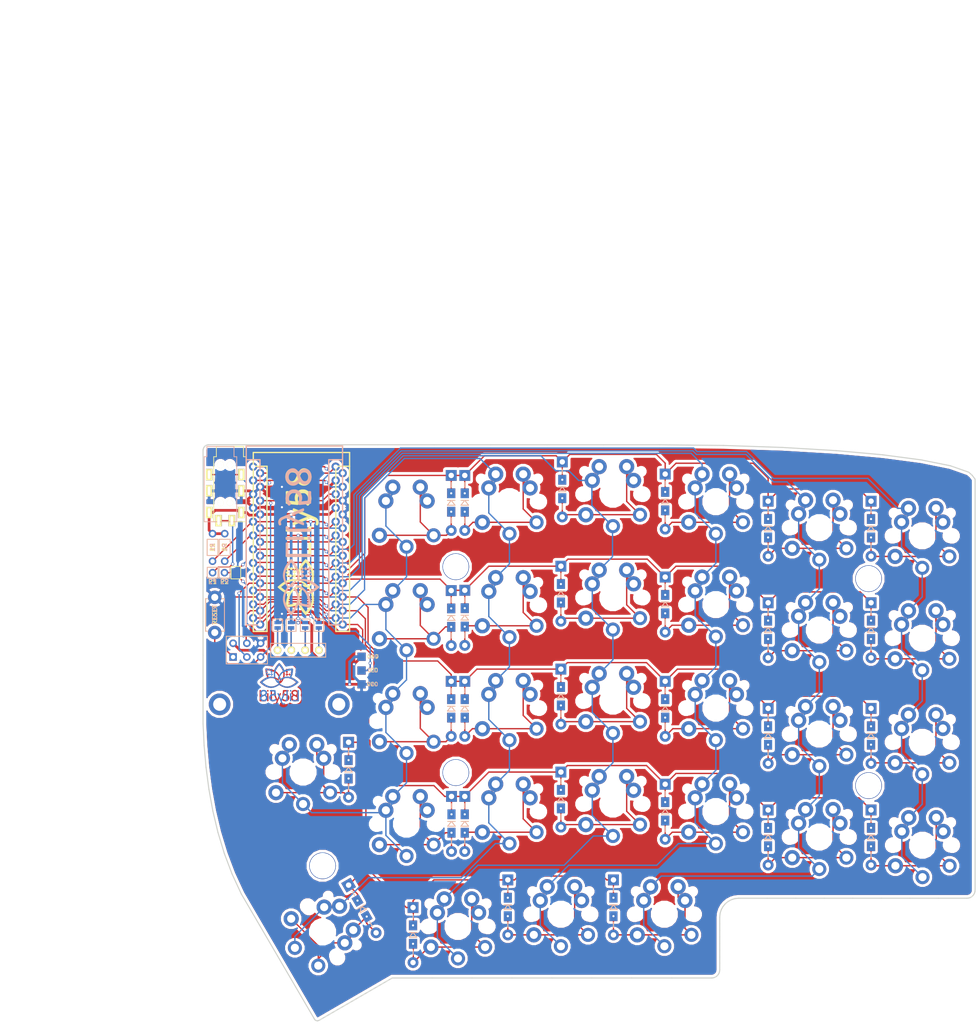
<source format=kicad_pcb>
(kicad_pcb (version 20171130) (host pcbnew "(5.0.0-3-g5ebb6b6)")
  (layers (0 F.Cu signal) (31 B.Cu signal) (34 B.Paste user) (35 F.Paste user) (36 B.SilkS user) (37 F.SilkS user) (38 B.Mask user) (39 F.Mask user) (44 Edge.Cuts user))
  (net 0 "")
  (net 1 "Net-(D1-Pad2)")
  (net 2 row4)
  (net 3 "Net-(D2-Pad2)")
  (net 4 "Net-(D3-Pad2)")
  (net 5 row0)
  (net 6 "Net-(D4-Pad2)")
  (net 7 row1)
  (net 8 "Net-(D5-Pad2)")
  (net 9 row2)
  (net 10 "Net-(D6-Pad2)")
  (net 11 row3)
  (net 12 "Net-(D7-Pad2)")
  (net 13 "Net-(D8-Pad2)")
  (net 14 "Net-(D9-Pad2)")
  (net 15 "Net-(D10-Pad2)")
  (net 16 "Net-(D11-Pad2)")
  (net 17 "Net-(D12-Pad2)")
  (net 18 "Net-(D13-Pad2)")
  (net 19 "Net-(D14-Pad2)")
  (net 20 "Net-(D15-Pad2)")
  (net 21 "Net-(D16-Pad2)")
  (net 22 "Net-(D17-Pad2)")
  (net 23 "Net-(D18-Pad2)")
  (net 24 "Net-(D19-Pad2)")
  (net 25 "Net-(D20-Pad2)")
  (net 26 "Net-(D21-Pad2)")
  (net 27 "Net-(D22-Pad2)")
  (net 28 "Net-(D23-Pad2)")
  (net 29 "Net-(D24-Pad2)")
  (net 30 "Net-(D25-Pad2)")
  (net 31 "Net-(D26-Pad2)")
  (net 32 "Net-(D27-Pad2)")
  (net 33 "Net-(D28-Pad2)")
  (net 34 VCC)
  (net 35 GND)
  (net 36 col0)
  (net 37 col1)
  (net 38 col2)
  (net 39 col3)
  (net 40 col4)
  (net 41 col5)
  (net 42 SDA)
  (net 43 LED)
  (net 44 SCL)
  (net 45 RESET)
  (net 46 "Net-(D29-Pad2)")
  (net 47 "Net-(U1-Pad24)")
  (net 48 "Net-(U1-Pad20)")
  (net 49 "Net-(U1-Pad19)")
  (net 50 "Net-(U1-Pad7)")
  (net 51 DATA)
  (net 52 "Net-(J2-Pad4)")
  (net 53 "Net-(J2-Pad3)")
  (net 54 "Net-(JP1-Pad1)")
  (net 55 "Net-(JP2-Pad1)")
  (net 56 "Net-(JP3-Pad1)")
  (net 57 "Net-(JP4-Pad1)")
  (module Lily58-footprint:MJ-4PP-9 (layer F.Cu) (at 87.9 39.3)
    (fp_text reference J2 hide)
    (fp_text value 4PIN hide)
    (pad "" np_thru_hole circle (at -1.75 8.5) (size 1.2 1.2) (drill 1.2) (layers *.Cu *.Mask F.SilkS))
    (pad "" np_thru_hole circle (at -1.75 1.5) (size 1.2 1.2) (drill 1.2) (layers *.Cu *.Mask F.SilkS))
    (pad 1 thru_hole rect (at -3.85 10.3) (size 1.2 2.1) (drill oval 0.5 1.6) (layers *.Cu *.Mask F.SilkS) (net 34 VCC) (clearance 0.15))
    (pad 4 thru_hole rect (at 0.35 11.8) (size 1.2 2.1) (drill oval 0.5 1.6) (layers *.Cu *.Mask F.SilkS) (net 52 "Net-(J2-Pad4)") (clearance 0.15))
    (pad 3 thru_hole rect (at -3.85 3.3) (size 1.2 2.1) (drill oval 0.5 1.6) (layers *.Cu *.Mask F.SilkS) (net 53 "Net-(J2-Pad3)") (clearance 0.15))
    (pad 2 thru_hole rect (at -3.85 6.3) (size 1.2 2.1) (drill oval 0.5 1.6) (layers *.Cu *.Mask F.SilkS) (net 35 GND) (clearance 0.15))
    (pad "" np_thru_hole circle (at 0 1.5) (size 1.2 1.2) (drill 1.2) (layers *.Cu *.Mask F.SilkS))
    (pad "" np_thru_hole circle (at 0 8.5) (size 1.2 1.2) (drill 1.2) (layers *.Cu *.Mask F.SilkS))
    (pad 3 thru_hole rect (at 2.1 3.3) (size 1.2 2.1) (drill oval 0.5 1.6) (layers *.Cu *.Mask F.SilkS) (net 53 "Net-(J2-Pad3)") (clearance 0.15))
    (pad 2 thru_hole rect (at 2.1 6.3) (size 1.2 2.1) (drill oval 0.5 1.6) (layers *.Cu *.Mask F.SilkS) (net 35 GND) (clearance 0.15))
    (pad 1 thru_hole rect (at 2.1 10.3) (size 1.2 2.1) (drill oval 0.5 1.6) (layers *.Cu *.Mask F.SilkS) (net 34 VCC) (clearance 0.15))
    (pad 4 thru_hole rect (at -2.1 11.8) (size 1.2 2.1) (drill oval 0.5 1.6) (layers *.Cu *.Mask F.SilkS) (net 52 "Net-(J2-Pad4)") (clearance 0.15))
  )
  (module Lily58-footprint:lily58_logo_2 (layer F.Cu) (at 97 81.2)
    (fp_text reference G*** hide)
    (fp_text value LOGO hide)
    (fp_poly (pts (xy 0.248955 1.74337) (xy 0.278216 1.748098) (xy 0.289624 1.752258) (xy 0.311575 1.771141) (xy 0.322843 1.79792) (xy 0.322246 1.829519) (xy 0.321123 1.834247) (xy 0.317541 1.844099) (xy 0.308818 1.866378) (xy 0.295362 1.900095) (xy 0.277577 1.944264) (xy 0.255868 1.997897) (xy 0.230642 2.060006) (xy 0.202304 2.129605) (xy 0.171259 2.205707) (xy 0.137914 2.287323) (xy 0.102672 2.373467) (xy 0.065941 2.463151) (xy 0.028126 2.555389) (xy -0.010369 2.649193) (xy -0.049137 2.743575) (xy -0.087772 2.837548) (xy -0.12587 2.930126) (xy -0.163025 3.02032) (xy -0.198831 3.107143) (xy -0.232883 3.189609) (xy -0.264774 3.26673) (xy -0.294101 3.337519) (xy -0.320456 3.400987) (xy -0.343435 3.456149) (xy -0.362632 3.502017) (xy -0.377642 3.537603) (xy -0.388058 3.561921) (xy -0.393476 3.573982) (xy -0.393556 3.574143) (xy -0.430279 3.63507) (xy -0.476215 3.692137) (xy -0.528408 3.742315) (xy -0.583901 3.782573) (xy -0.612033 3.79807) (xy -0.685239 3.826573) (xy -0.760318 3.84174) (xy -0.835286 3.843303) (xy -0.889691 3.835508) (xy -0.931644 3.824122) (xy -0.974036 3.808767) (xy -1.011414 3.791593) (xy -1.032146 3.779319) (xy -1.048265 3.762135) (xy -1.060005 3.738689) (xy -1.060452 3.737257) (xy -1.064378 3.721239) (xy -1.064356 3.707443) (xy -1.059476 3.69121) (xy -1.048827 3.667879) (xy -1.045632 3.661356) (xy -1.024527 3.625599) (xy -1.001844 3.603255) (xy -0.975443 3.593556) (xy -0.943181 3.595732) (xy -0.902917 3.609015) (xy -0.901481 3.609612) (xy -0.847768 3.627554) (xy -0.799789 3.633298) (xy -0.755054 3.626606) (xy -0.711074 3.60724) (xy -0.683008 3.588701) (xy -0.654263 3.564197) (xy -0.627125 3.533603) (xy -0.600547 3.495264) (xy -0.573481 3.447528) (xy -0.54488 3.388739) (xy -0.518904 3.329609) (xy -0.466753 3.206539) (xy -0.75589 2.520039) (xy -0.805414 2.402222) (xy -0.850779 2.293819) (xy -0.89182 2.195238) (xy -0.92837 2.106889) (xy -0.960264 2.029179) (xy -0.987334 1.962516) (xy -1.009415 1.907309) (xy -1.026341 1.863966) (xy -1.037945 1.832895) (xy -1.044061 1.814505) (xy -1.045028 1.809803) (xy -1.038695 1.783185) (xy -1.027525 1.765705) (xy -1.018641 1.756317) (xy -1.009216 1.750244) (xy -0.995872 1.746629) (xy -0.975233 1.744619) (xy -0.943919 1.743357) (xy -0.938625 1.743196) (xy -0.894339 1.743534) (xy -0.861559 1.748263) (xy -0.837681 1.758361) (xy -0.820105 1.774806) (xy -0.809596 1.791693) (xy -0.804667 1.802697) (xy -0.794857 1.825894) (xy -0.780685 1.860006) (xy -0.762666 1.903751) (xy -0.74132 1.955851) (xy -0.717162 2.015025) (xy -0.69071 2.079994) (xy -0.662482 2.149478) (xy -0.632994 2.222197) (xy -0.602765 2.296871) (xy -0.57231 2.372221) (xy -0.542147 2.446967) (xy -0.512794 2.519828) (xy -0.484768 2.589526) (xy -0.458586 2.654781) (xy -0.434765 2.714312) (xy -0.413823 2.76684) (xy -0.396277 2.811085) (xy -0.382644 2.845768) (xy -0.373441 2.869608) (xy -0.369185 2.881326) (xy -0.369141 2.881472) (xy -0.362725 2.899275) (xy -0.357014 2.909303) (xy -0.3556 2.910115) (xy -0.350651 2.903867) (xy -0.344225 2.88822) (xy -0.342019 2.881339) (xy -0.337854 2.869641) (xy -0.328819 2.84581) (xy -0.315422 2.811128) (xy -0.298173 2.766877) (xy -0.277582 2.714337) (xy -0.254157 2.654791) (xy -0.228408 2.589519) (xy -0.200845 2.519805) (xy -0.171976 2.446928) (xy -0.142311 2.37217) (xy -0.11236 2.296814) (xy -0.082631 2.222141) (xy -0.053635 2.149431) (xy -0.02588 2.079967) (xy 0.000123 2.01503) (xy 0.023867 1.955902) (xy 0.044841 1.903864) (xy 0.062536 1.860198) (xy 0.076443 1.826185) (xy 0.086052 1.803107) (xy 0.090854 1.792246) (xy 0.090865 1.792223) (xy 0.107401 1.768947) (xy 0.130164 1.753472) (xy 0.161591 1.744759) (xy 0.204116 1.741766) (xy 0.209003 1.741742) (xy 0.248955 1.74337)) (layer F.Cu) (width 0.01))
    (fp_poly (pts (xy -1.422438 1.162965) (xy -1.38598 1.170438) (xy -1.360688 1.185037) (xy -1.351386 1.195939) (xy -1.34949 1.199587) (xy -1.347787 1.20496) (xy -1.346262 1.212842) (xy -1.344901 1.224018) (xy -1.343688 1.239271) (xy -1.34261 1.259385) (xy -1.341652 1.285144) (xy -1.340799 1.317333) (xy -1.340038 1.356734) (xy -1.339353 1.404131) (xy -1.338731 1.46031) (xy -1.338156 1.526052) (xy -1.337615 1.602144) (xy -1.337093 1.689367) (xy -1.336575 1.788507) (xy -1.336047 1.900347) (xy -1.335495 2.02567) (xy -1.335314 2.067963) (xy -1.331685 2.921) (xy -1.313543 2.957275) (xy -1.289234 2.993028) (xy -1.257472 3.016653) (xy -1.216691 3.029291) (xy -1.214045 3.029707) (xy -1.175334 3.038829) (xy -1.148963 3.053127) (xy -1.133527 3.073197) (xy -1.127788 3.095302) (xy -1.125239 3.125515) (xy -1.125802 3.158155) (xy -1.129396 3.187543) (xy -1.1354 3.206996) (xy -1.154536 3.228425) (xy -1.185302 3.241734) (xy -1.22721 3.246793) (xy -1.273628 3.244233) (xy -1.344484 3.22963) (xy -1.406436 3.203704) (xy -1.459071 3.166818) (xy -1.501977 3.119333) (xy -1.534742 3.061613) (xy -1.556601 2.995525) (xy -1.558246 2.986898) (xy -1.559719 2.975207) (xy -1.561029 2.959679) (xy -1.562186 2.939543) (xy -1.563199 2.914026) (xy -1.564076 2.882357) (xy -1.564828 2.843764) (xy -1.565463 2.797475) (xy -1.565991 2.742719) (xy -1.56642 2.678722) (xy -1.566759 2.604714) (xy -1.567019 2.519922) (xy -1.567207 2.423574) (xy -1.567334 2.3149) (xy -1.567408 2.193126) (xy -1.567435 2.0811) (xy -1.567543 1.212172) (xy -1.546527 1.188651) (xy -1.534562 1.176463) (xy -1.522776 1.16914) (xy -1.506775 1.165155) (xy -1.482164 1.162979) (xy -1.470932 1.162374) (xy -1.422438 1.162965)) (layer F.Cu) (width 0.01))
    (fp_poly (pts (xy 1.300995 1.172034) (xy 1.384164 1.17211) (xy 1.454924 1.172349) (xy 1.514327 1.172843) (xy 1.563425 1.173681) (xy 1.603271 1.174957) (xy 1.634916 1.176762) (xy 1.659415 1.179186) (xy 1.677818 1.182321) (xy 1.691179 1.18626) (xy 1.700549 1.191092) (xy 1.706981 1.19691) (xy 1.711528 1.203806) (xy 1.715242 1.211869) (xy 1.717207 1.216589) (xy 1.722865 1.239214) (xy 1.72612 1.270807) (xy 1.726896 1.306008) (xy 1.725117 1.33946) (xy 1.720705 1.365804) (xy 1.7194 1.370038) (xy 1.707544 1.390545) (xy 1.692186 1.405593) (xy 1.686985 1.408578) (xy 1.680091 1.411093) (xy 1.670265 1.413186) (xy 1.656265 1.414907) (xy 1.63685 1.416306) (xy 1.610779 1.41743) (xy 1.576813 1.418331) (xy 1.533709 1.419056) (xy 1.480227 1.419655) (xy 1.415126 1.420178) (xy 1.337165 1.420673) (xy 1.3081 1.420841) (xy 1.236886 1.421365) (xy 1.170268 1.422088) (xy 1.109617 1.422977) (xy 1.056303 1.424003) (xy 1.011697 1.425133) (xy 0.977169 1.426337) (xy 0.95409 1.427583) (xy 0.943831 1.428841) (xy 0.943429 1.429137) (xy 0.942639 1.437549) (xy 0.940392 1.45872) (xy 0.936872 1.490989) (xy 0.932261 1.532694) (xy 0.926745 1.582174) (xy 0.920506 1.637766) (xy 0.914084 1.69466) (xy 0.907415 1.754333) (xy 0.901433 1.80932) (xy 0.896302 1.857986) (xy 0.892188 1.898701) (xy 0.889255 1.92983) (xy 0.88767 1.949742) (xy 0.887568 1.956788) (xy 0.895157 1.955634) (xy 0.911952 1.949758) (xy 0.929613 1.94245) (xy 1.004434 1.917014) (xy 1.086668 1.902242) (xy 1.173929 1.898095) (xy 1.263825 1.904534) (xy 1.35397 1.92152) (xy 1.441974 1.949014) (xy 1.446975 1.950935) (xy 1.518086 1.982949) (xy 1.581342 2.021528) (xy 1.641237 2.069636) (xy 1.673431 2.100284) (xy 1.728936 2.161604) (xy 1.772585 2.223547) (xy 1.806722 2.289734) (xy 1.823006 2.331262) (xy 1.850309 2.429008) (xy 1.863101 2.526887) (xy 1.861381 2.624844) (xy 1.845147 2.722823) (xy 1.82794 2.783115) (xy 1.790891 2.872628) (xy 1.741971 2.954468) (xy 1.682047 3.027919) (xy 1.611986 3.092265) (xy 1.532654 3.14679) (xy 1.44492 3.190778) (xy 1.349649 3.223513) (xy 1.274492 3.240125) (xy 1.224769 3.246216) (xy 1.166737 3.249459) (xy 1.106334 3.249788) (xy 1.049498 3.247132) (xy 1.012987 3.243169) (xy 0.920321 3.223204) (xy 0.82865 3.191173) (xy 0.741008 3.148552) (xy 0.660429 3.096818) (xy 0.589947 3.037449) (xy 0.589643 3.037152) (xy 0.567448 3.014884) (xy 0.553935 2.998875) (xy 0.546993 2.985677) (xy 0.544513 2.971845) (xy 0.544286 2.963045) (xy 0.545624 2.947052) (xy 0.550728 2.931219) (xy 0.56123 2.91223) (xy 0.578766 2.88677) (xy 0.588183 2.873939) (xy 0.617198 2.837361) (xy 0.642422 2.812964) (xy 0.666207 2.800514) (xy 0.690906 2.79978) (xy 0.718873 2.810526) (xy 0.752458 2.832521) (xy 0.780989 2.854825) (xy 0.832439 2.891461) (xy 0.890884 2.924521) (xy 0.950687 2.951087) (xy 0.994229 2.965309) (xy 1.036743 2.973129) (xy 1.087743 2.977252) (xy 1.141917 2.97768) (xy 1.193957 2.974414) (xy 1.238552 2.967456) (xy 1.24761 2.965223) (xy 1.325509 2.937504) (xy 1.393958 2.899349) (xy 1.452337 2.851432) (xy 1.500026 2.794425) (xy 1.536406 2.729002) (xy 1.560857 2.655837) (xy 1.568407 2.616616) (xy 1.571825 2.545843) (xy 1.56183 2.475575) (xy 1.539448 2.407804) (xy 1.505707 2.344524) (xy 1.46163 2.287725) (xy 1.408245 2.2394) (xy 1.357534 2.207118) (xy 1.309307 2.183988) (xy 1.26342 2.167853) (xy 1.215037 2.157494) (xy 1.159318 2.15169) (xy 1.132115 2.150299) (xy 1.069713 2.149651) (xy 1.016059 2.153743) (xy 0.965884 2.16355) (xy 0.913917 2.180048) (xy 0.865378 2.199637) (xy 0.828479 2.214745) (xy 0.800006 2.224116) (xy 0.775614 2.228916) (xy 0.751115 2.23031) (xy 0.704535 2.225493) (xy 0.664704 2.211508) (xy 0.633458 2.189583) (xy 0.612633 2.160947) (xy 0.604496 2.132238) (xy 0.60446 2.117791) (xy 0.605924 2.090838) (xy 0.608723 2.052925) (xy 0.612695 2.005598) (xy 0.617677 1.950406) (xy 0.623505 1.888893) (xy 0.630016 1.822608) (xy 0.637046 1.753097) (xy 0.644433 1.681907) (xy 0.652013 1.610584) (xy 0.659623 1.540677) (xy 0.667099 1.47373) (xy 0.674278 1.411292) (xy 0.680998 1.354909) (xy 0.687094 1.306127) (xy 0.692403 1.266494) (xy 0.696763 1.237557) (xy 0.700009 1.220862) (xy 0.701018 1.217839) (xy 0.715174 1.19865) (xy 0.730986 1.184797) (xy 0.735763 1.182187) (xy 0.742249 1.179957) (xy 0.751544 1.178077) (xy 0.76475 1.176519) (xy 0.782964 1.175251) (xy 0.807287 1.174245) (xy 0.838818 1.17347) (xy 0.878658 1.172898) (xy 0.927907 1.172498) (xy 0.987663 1.172241) (xy 1.059027 1.172098) (xy 1.143098 1.172037) (xy 1.204364 1.172029) (xy 1.300995 1.172034)) (layer F.Cu) (width 0.01))
    (fp_poly (pts (xy 2.929251 1.141304) (xy 2.993591 1.146052) (xy 3.052515 1.15364) (xy 3.098884 1.163169) (xy 3.192044 1.193582) (xy 3.274312 1.233389) (xy 3.346042 1.282806) (xy 3.407589 1.342052) (xy 3.426156 1.364343) (xy 3.470955 1.432554) (xy 3.502997 1.50644) (xy 3.522409 1.584986) (xy 3.529316 1.667178) (xy 3.523843 1.752003) (xy 3.506116 1.838445) (xy 3.47626 1.925492) (xy 3.434401 2.012128) (xy 3.380664 2.09734) (xy 3.326948 2.166474) (xy 3.288627 2.211647) (xy 3.340396 2.247009) (xy 3.40958 2.30132) (xy 3.468212 2.36208) (xy 3.515135 2.427825) (xy 3.549189 2.497091) (xy 3.557842 2.521857) (xy 3.567692 2.566305) (xy 3.573192 2.619449) (xy 3.574278 2.676118) (xy 3.570887 2.731141) (xy 3.562956 2.779348) (xy 3.561085 2.786743) (xy 3.530519 2.872814) (xy 3.487386 2.952047) (xy 3.432256 3.023769) (xy 3.365704 3.087304) (xy 3.288301 3.141978) (xy 3.234678 3.171344) (xy 3.170316 3.200217) (xy 3.108343 3.221352) (xy 3.044574 3.235713) (xy 2.974824 3.244265) (xy 2.902857 3.247805) (xy 2.859794 3.248283) (xy 2.818044 3.247825) (xy 2.781514 3.246536) (xy 2.754111 3.244522) (xy 2.746975 3.2436) (xy 2.652879 3.223132) (xy 2.561807 3.192273) (xy 2.47696 3.152342) (xy 2.40154 3.10466) (xy 2.391229 3.096915) (xy 2.325087 3.03713) (xy 2.268214 2.96737) (xy 2.222175 2.889946) (xy 2.188538 2.807173) (xy 2.183374 2.789961) (xy 2.175542 2.758293) (xy 2.170543 2.726915) (xy 2.167847 2.691039) (xy 2.166922 2.645879) (xy 2.166908 2.6416) (xy 2.168078 2.610809) (xy 2.453027 2.610809) (xy 2.456105 2.665536) (xy 2.464803 2.714174) (xy 2.467322 2.723002) (xy 2.494276 2.786304) (xy 2.533568 2.844112) (xy 2.583597 2.894977) (xy 2.642763 2.937452) (xy 2.709463 2.970086) (xy 2.757715 2.985762) (xy 2.794013 2.992206) (xy 2.839327 2.995751) (xy 2.88845 2.996396) (xy 2.936177 2.99414) (xy 2.9773 2.988981) (xy 2.991896 2.985809) (xy 3.059484 2.962556) (xy 3.119368 2.930629) (xy 3.170954 2.891388) (xy 3.213646 2.846197) (xy 3.24685 2.796415) (xy 3.26997 2.743407) (xy 3.282412 2.688532) (xy 3.28358 2.633154) (xy 3.272881 2.578635) (xy 3.249718 2.526335) (xy 3.21376 2.477903) (xy 3.192533 2.456421) (xy 3.169132 2.436192) (xy 3.14208 2.416383) (xy 3.109896 2.396162) (xy 3.071101 2.374695) (xy 3.024216 2.351149) (xy 2.967762 2.324694) (xy 2.900259 2.294494) (xy 2.845502 2.270622) (xy 2.697432 2.206569) (xy 2.662703 2.232062) (xy 2.611751 2.275314) (xy 2.564389 2.326613) (xy 2.522953 2.382722) (xy 2.489777 2.440406) (xy 2.467196 2.496427) (xy 2.464098 2.50737) (xy 2.455662 2.556064) (xy 2.453027 2.610809) (xy 2.168078 2.610809) (xy 2.169539 2.572399) (xy 2.178587 2.511227) (xy 2.195291 2.452555) (xy 2.220887 2.390855) (xy 2.224899 2.382392) (xy 2.256135 2.326952) (xy 2.296787 2.269269) (xy 2.34371 2.212997) (xy 2.393758 2.161793) (xy 2.443787 2.119312) (xy 2.462906 2.105703) (xy 2.491041 2.08691) (xy 2.466535 2.069035) (xy 2.451589 2.056701) (xy 2.429648 2.03681) (xy 2.403808 2.012237) (xy 2.38025 1.988966) (xy 2.329332 1.931348) (xy 2.291663 1.873317) (xy 2.266154 1.812219) (xy 2.251713 1.745402) (xy 2.247617 1.6764) (xy 2.529354 1.6764) (xy 2.529967 1.710789) (xy 2.532148 1.735549) (xy 2.536831 1.755553) (xy 2.544954 1.775673) (xy 2.5507 1.787502) (xy 2.575694 1.826157) (xy 2.611715 1.866305) (xy 2.655893 1.905243) (xy 2.70536 1.940265) (xy 2.72528 1.952172) (xy 2.749272 1.964916) (xy 2.781351 1.980726) (xy 2.819309 1.998637) (xy 2.860939 2.017685) (xy 2.904035 2.036904) (xy 2.946389 2.05533) (xy 2.985796 2.071998) (xy 3.020049 2.085944) (xy 3.04694 2.096201) (xy 3.064263 2.101807) (xy 3.06919 2.102529) (xy 3.07802 2.096364) (xy 3.092789 2.081254) (xy 3.110877 2.059976) (xy 3.118622 2.050143) (xy 3.15795 1.992348) (xy 3.192016 1.928994) (xy 3.219532 1.863388) (xy 3.239207 1.798834) (xy 3.249753 1.738638) (xy 3.2512 1.710354) (xy 3.244713 1.641795) (xy 3.225777 1.57988) (xy 3.19518 1.5253) (xy 3.153709 1.478742) (xy 3.102152 1.440897) (xy 3.041296 1.412454) (xy 2.971929 1.394103) (xy 2.894838 1.386532) (xy 2.881086 1.386367) (xy 2.804157 1.391991) (xy 2.7343 1.408508) (xy 2.672511 1.43538) (xy 2.619783 1.47207) (xy 2.57711 1.51804) (xy 2.548564 1.565961) (xy 2.539026 1.588277) (xy 2.533217 1.608637) (xy 2.530281 1.631966) (xy 2.52936 1.663191) (xy 2.529354 1.6764) (xy 2.247617 1.6764) (xy 2.247249 1.670212) (xy 2.247274 1.665515) (xy 2.254747 1.579725) (xy 2.275241 1.499453) (xy 2.308089 1.425386) (xy 2.352625 1.358214) (xy 2.408183 1.298626) (xy 2.474094 1.247311) (xy 2.549692 1.204959) (xy 2.634311 1.172258) (xy 2.727284 1.149898) (xy 2.749588 1.146318) (xy 2.802664 1.141216) (xy 2.86408 1.139619) (xy 2.929251 1.141304)) (layer F.Cu) (width 0.01))
    (fp_poly (pts (xy -3.493894 1.162254) (xy -3.462656 1.164125) (xy -3.441948 1.167249) (xy -3.42779 1.172639) (xy -3.416199 1.181314) (xy -3.415055 1.182376) (xy -3.399942 1.202035) (xy -3.389319 1.225202) (xy -3.389115 1.225918) (xy -3.387953 1.237468) (xy -3.386883 1.263198) (xy -3.38591 1.302776) (xy -3.385034 1.355868) (xy -3.38426 1.422141) (xy -3.383589 1.501263) (xy -3.383024 1.592899) (xy -3.382568 1.696716) (xy -3.382224 1.812382) (xy -3.381994 1.939563) (xy -3.381881 2.077925) (xy -3.381869 2.135252) (xy -3.381828 3.018647) (xy -2.93565 3.020624) (xy -2.489472 3.0226) (xy -2.46575 3.046324) (xy -2.45343 3.059618) (xy -2.44633 3.071774) (xy -2.44302 3.087426) (xy -2.442069 3.111211) (xy -2.442028 3.123198) (xy -2.444158 3.162943) (xy -2.451316 3.191395) (xy -2.46466 3.211251) (xy -2.485347 3.225206) (xy -2.485904 3.225472) (xy -2.49805 3.227798) (xy -2.523219 3.229882) (xy -2.559984 3.231723) (xy -2.60692 3.233322) (xy -2.6626 3.234678) (xy -2.725599 3.235792) (xy -2.79449 3.236664) (xy -2.867847 3.237294) (xy -2.944245 3.237683) (xy -3.022257 3.23783) (xy -3.100457 3.237736) (xy -3.177419 3.237401) (xy -3.251717 3.236826) (xy -3.321925 3.236009) (xy -3.386616 3.234953) (xy -3.444366 3.233656) (xy -3.493747 3.232119) (xy -3.533334 3.230342) (xy -3.5617 3.228326) (xy -3.57742 3.22607) (xy -3.579494 3.225326) (xy -3.585363 3.22242) (xy -3.590657 3.21991) (xy -3.595406 3.217073) (xy -3.59964 3.213184) (xy -3.603387 3.20752) (xy -3.606678 3.199356) (xy -3.609542 3.187969) (xy -3.612009 3.172635) (xy -3.614107 3.15263) (xy -3.615867 3.12723) (xy -3.617318 3.09571) (xy -3.618489 3.057348) (xy -3.619411 3.01142) (xy -3.620111 2.9572) (xy -3.620621 2.893966) (xy -3.620969 2.820994) (xy -3.621185 2.737559) (xy -3.621299 2.642938) (xy -3.621339 2.536406) (xy -3.621336 2.417241) (xy -3.621319 2.284717) (xy -3.621314 2.198915) (xy -3.621328 2.057983) (xy -3.621349 1.930843) (xy -3.621345 1.816771) (xy -3.621285 1.715043) (xy -3.621138 1.624937) (xy -3.620871 1.54573) (xy -3.620455 1.476697) (xy -3.619856 1.417116) (xy -3.619045 1.366264) (xy -3.617988 1.323417) (xy -3.616656 1.287853) (xy -3.615016 1.258848) (xy -3.613037 1.235679) (xy -3.610688 1.217623) (xy -3.607937 1.203956) (xy -3.604752 1.193956) (xy -3.601103 1.186898) (xy -3.596958 1.182061) (xy -3.592285 1.178721) (xy -3.587053 1.176154) (xy -3.58123 1.173638) (xy -3.576648 1.171448) (xy -3.558925 1.165031) (xy -3.53516 1.16201) (xy -3.501579 1.161965) (xy -3.493894 1.162254)) (layer F.Cu) (width 0.01))
    (fp_poly (pts (xy -2.099347 1.742825) (xy -2.069088 1.744379) (xy -2.049378 1.746851) (xy -2.036255 1.751501) (xy -2.025758 1.759588) (xy -2.01689 1.769043) (xy -1.995714 1.792743) (xy -1.995714 3.185657) (xy -2.01689 3.209357) (xy -2.028101 3.221028) (xy -2.038776 3.228197) (xy -2.052912 3.232118) (xy -2.074506 3.234044) (xy -2.098533 3.234949) (xy -2.141248 3.234519) (xy -2.171617 3.23002) (xy -2.182857 3.226114) (xy -2.19027 3.222918) (xy -2.196824 3.219822) (xy -2.202571 3.215963) (xy -2.207565 3.210477) (xy -2.211858 3.2025) (xy -2.215503 3.191169) (xy -2.218553 3.175619) (xy -2.22106 3.154987) (xy -2.223079 3.128409) (xy -2.224661 3.095021) (xy -2.225859 3.05396) (xy -2.226726 3.004362) (xy -2.227316 2.945362) (xy -2.22768 2.876098) (xy -2.227872 2.795706) (xy -2.227945 2.703321) (xy -2.227951 2.59808) (xy -2.227943 2.4892) (xy -2.227951 2.371608) (xy -2.22794 2.267661) (xy -2.227858 2.176493) (xy -2.227655 2.097233) (xy -2.227277 2.029015) (xy -2.226673 1.970969) (xy -2.225791 1.922228) (xy -2.22458 1.881923) (xy -2.222987 1.849186) (xy -2.220961 1.823149) (xy -2.21845 1.802943) (xy -2.215402 1.787699) (xy -2.211765 1.776551) (xy -2.207488 1.768629) (xy -2.202519 1.763065) (xy -2.196805 1.758991) (xy -2.190295 1.755538) (xy -2.183971 1.752379) (xy -2.166714 1.745901) (xy -2.144306 1.742714) (xy -2.112823 1.742372) (xy -2.099347 1.742825)) (layer F.Cu) (width 0.01))
    (fp_poly (pts (xy -2.090489 1.162223) (xy -2.060579 1.163924) (xy -2.041134 1.16659) (xy -2.028107 1.171538) (xy -2.017453 1.180084) (xy -2.009558 1.188556) (xy -2.000823 1.198791) (xy -1.994908 1.208369) (xy -1.991264 1.220278) (xy -1.989341 1.237506) (xy -1.988588 1.263043) (xy -1.988457 1.299877) (xy -1.988457 1.303249) (xy -1.989034 1.33932) (xy -1.990606 1.371025) (xy -1.992937 1.395033) (xy -1.99579 1.408012) (xy -1.995929 1.408288) (xy -2.010359 1.425057) (xy -2.033673 1.436242) (xy -2.067609 1.442389) (xy -2.109654 1.444065) (xy -2.142504 1.442961) (xy -2.170466 1.440088) (xy -2.189209 1.435928) (xy -2.191657 1.434892) (xy -2.210017 1.421795) (xy -2.222739 1.402495) (xy -2.230447 1.374928) (xy -2.233759 1.337027) (xy -2.233591 1.2954) (xy -2.23049 1.247041) (xy -2.223294 1.211333) (xy -2.210195 1.186597) (xy -2.189389 1.171153) (xy -2.15907 1.16332) (xy -2.117432 1.161417) (xy -2.090489 1.162223)) (layer F.Cu) (width 0.01))
    (fp_poly (pts (xy 0.078092 -3.748263) (xy 0.237453 -3.575434) (xy 0.386427 -3.392484) (xy 0.524948 -3.19949) (xy 0.548489 -3.164114) (xy 0.656724 -2.98901) (xy 0.750642 -2.814569) (xy 0.83023 -2.640857) (xy 0.895475 -2.467939) (xy 0.946363 -2.29588) (xy 0.98288 -2.124745) (xy 1.005013 -1.9546) (xy 1.012748 -1.785509) (xy 1.006072 -1.617539) (xy 0.98497 -1.450753) (xy 0.949431 -1.285218) (xy 0.943993 -1.264693) (xy 0.935685 -1.233985) (xy 0.864316 -1.211813) (xy 0.825821 -1.199395) (xy 0.784696 -1.185396) (xy 0.747902 -1.172208) (xy 0.736557 -1.167926) (xy 0.710323 -1.158407) (xy 0.689601 -1.151981) (xy 0.677785 -1.149658) (xy 0.676399 -1.149982) (xy 0.676674 -1.158133) (xy 0.680561 -1.176823) (xy 0.687318 -1.20275) (xy 0.691518 -1.217319) (xy 0.729788 -1.368959) (xy 0.754242 -1.520192) (xy 0.764833 -1.671442) (xy 0.761512 -1.823133) (xy 0.74423 -1.975688) (xy 0.71294 -2.12953) (xy 0.667593 -2.285083) (xy 0.608141 -2.44277) (xy 0.534535 -2.603016) (xy 0.532958 -2.60617) (xy 0.493733 -2.682587) (xy 0.456381 -2.750847) (xy 0.417788 -2.816314) (xy 0.37484 -2.884351) (xy 0.345938 -2.928257) (xy 0.276796 -3.027892) (xy 0.201006 -3.129752) (xy 0.122143 -3.229243) (xy 0.043777 -3.321775) (xy 0.012809 -3.356428) (xy -0.020192 -3.392714) (xy -0.036297 -3.3782) (xy -0.050449 -3.363876) (xy -0.071852 -3.340211) (xy -0.098778 -3.309267) (xy -0.129496 -3.273104) (xy -0.162278 -3.233784) (xy -0.195392 -3.193368) (xy -0.22711 -3.153916) (xy -0.255702 -3.117491) (xy -0.262522 -3.108624) (xy -0.331453 -3.014616) (xy -0.400239 -2.913451) (xy -0.465221 -2.810703) (xy -0.521506 -2.714171) (xy -0.543533 -2.673297) (xy -0.566606 -2.62835) (xy -0.589898 -2.58117) (xy -0.61258 -2.533596) (xy -0.633826 -2.487467) (xy -0.652808 -2.444622) (xy -0.668697 -2.406902) (xy -0.680667 -2.376144) (xy -0.68789 -2.354189) (xy -0.689537 -2.342875) (xy -0.689006 -2.341943) (xy -0.682045 -2.337037) (xy -0.665794 -2.325755) (xy -0.642919 -2.309945) (xy -0.624114 -2.296981) (xy -0.492716 -2.197747) (xy -0.370449 -2.087318) (xy -0.257293 -1.965665) (xy -0.153229 -1.832762) (xy -0.058238 -1.688581) (xy 0.027699 -1.533096) (xy 0.104601 -1.366278) (xy 0.172488 -1.188101) (xy 0.188841 -1.139371) (xy 0.2029 -1.095706) (xy 0.216013 -1.053852) (xy 0.227224 -1.016944) (xy 0.235578 -0.988118) (xy 0.239609 -0.972785) (xy 0.244495 -0.949793) (xy 0.245199 -0.936682) (xy 0.241427 -0.929348) (xy 0.236232 -0.925613) (xy 0.225568 -0.918954) (xy 0.205448 -0.906154) (xy 0.178601 -0.888959) (xy 0.147758 -0.869113) (xy 0.142623 -0.8658) (xy 0.112477 -0.8469) (xy 0.086769 -0.831824) (xy 0.067864 -0.821883) (xy 0.058127 -0.818386) (xy 0.057434 -0.818629) (xy 0.053771 -0.82752) (xy 0.047625 -0.846943) (xy 0.040087 -0.873359) (xy 0.036852 -0.885371) (xy -0.010296 -1.043231) (xy -0.066363 -1.19516) (xy -0.130692 -1.339967) (xy -0.202624 -1.476463) (xy -0.2815 -1.603456) (xy -0.366663 -1.719757) (xy -0.457452 -1.824176) (xy -0.513158 -1.87951) (xy -0.632074 -1.98128) (xy -0.761849 -2.073745) (xy -0.902527 -2.156921) (xy -1.054154 -2.230826) (xy -1.216775 -2.295474) (xy -1.390436 -2.350883) (xy -1.57518 -2.39707) (xy -1.771055 -2.434049) (xy -1.978104 -2.461839) (xy -2.165406 -2.478418) (xy -2.229869 -2.482856) (xy -2.224829 -2.400757) (xy -2.205247 -2.180459) (xy -2.174058 -1.968746) (xy -2.131221 -1.765436) (xy -2.076693 -1.570344) (xy -2.010433 -1.383287) (xy -1.975468 -1.298651) (xy -1.961176 -1.265617) (xy -1.864145 -1.281947) (xy -1.699162 -1.302736) (xy -1.533849 -1.30957) (xy -1.367979 -1.302401) (xy -1.201324 -1.28118) (xy -1.033654 -1.245857) (xy -0.864743 -1.196384) (xy -0.694361 -1.132712) (xy -0.52228 -1.054792) (xy -0.348273 -0.962575) (xy -0.332609 -0.953629) (xy -0.290312 -0.928795) (xy -0.245647 -0.901635) (xy -0.200663 -0.873489) (xy -0.15741 -0.845697) (xy -0.117937 -0.819599) (xy -0.084293 -0.796534) (xy -0.058527 -0.777843) (xy -0.042687 -0.764863) (xy -0.040505 -0.762653) (xy -0.034204 -0.754723) (xy -0.032838 -0.747322) (xy -0.037659 -0.737341) (xy -0.049918 -0.721673) (xy -0.06331 -0.705987) (xy -0.086219 -0.67794) (xy -0.109796 -0.646818) (xy -0.126618 -0.622786) (xy -0.15381 -0.581543) (xy -0.220993 -0.628059) (xy -0.358992 -0.717374) (xy -0.502026 -0.79805) (xy -0.648322 -0.869374) (xy -0.796109 -0.930631) (xy -0.943613 -0.981105) (xy -1.089064 -1.020083) (xy -1.23069 -1.04685) (xy -1.273628 -1.052567) (xy -1.329853 -1.057413) (xy -1.395797 -1.060096) (xy -1.466835 -1.06066) (xy -1.538338 -1.059146) (xy -1.605683 -1.055597) (xy -1.664241 -1.050056) (xy -1.673221 -1.048888) (xy -1.828826 -1.020701) (xy -1.986462 -0.978541) (xy -2.14551 -0.922702) (xy -2.305349 -0.85348) (xy -2.46536 -0.771172) (xy -2.624924 -0.676073) (xy -2.78342 -0.568478) (xy -2.940229 -0.448685) (xy -2.954243 -0.437311) (xy -2.989713 -0.408064) (xy -3.025558 -0.377957) (xy -3.058295 -0.349949) (xy -3.084443 -0.327002) (xy -3.091543 -0.320577) (xy -3.138714 -0.277352) (xy -3.120571 -0.257535) (xy -3.093013 -0.229962) (xy -3.055232 -0.195885) (xy -3.009125 -0.156786) (xy -2.956587 -0.114146) (xy -2.899516 -0.069448) (xy -2.839808 -0.024173) (xy -2.779359 0.020196) (xy -2.720067 0.062179) (xy -2.663827 0.100293) (xy -2.656114 0.105361) (xy -2.505598 0.198671) (xy -2.35881 0.27899) (xy -2.214321 0.346897) (xy -2.070706 0.40297) (xy -1.926536 0.447787) (xy -1.780385 0.481926) (xy -1.685872 0.498329) (xy -1.631307 0.504546) (xy -1.566449 0.508662) (xy -1.495366 0.510683) (xy -1.422125 0.510612) (xy -1.350793 0.508454) (xy -1.28544 0.504211) (xy -1.230131 0.497888) (xy -1.230085 0.497881) (xy -1.074248 0.467633) (xy -0.916109 0.423613) (xy -0.756602 0.366201) (xy -0.596661 0.295775) (xy -0.43722 0.212711) (xy -0.279213 0.11739) (xy -0.261505 0.105874) (xy -0.201811 0.06412) (xy -0.154119 0.024568) (xy -0.11649 -0.014613) (xy -0.086982 -0.055252) (xy -0.082232 -0.06312) (xy -0.057692 -0.114616) (xy -0.038673 -0.17393) (xy -0.027063 -0.234824) (xy -0.025473 -0.250371) (xy -0.020011 -0.305733) (xy -0.013157 -0.350465) (xy -0.004008 -0.388443) (xy 0.008337 -0.423545) (xy 0.021802 -0.453571) (xy 0.0395 -0.486217) (xy 0.060499 -0.51928) (xy 0.08069 -0.546366) (xy 0.083588 -0.549737) (xy 0.100765 -0.566672) (xy 0.124906 -0.587141) (xy 0.153748 -0.609587) (xy 0.185025 -0.632447) (xy 0.216474 -0.654163) (xy 0.245829 -0.673174) (xy 0.270826 -0.68792) (xy 0.289201 -0.696842) (xy 0.298689 -0.698378) (xy 0.298995 -0.698136) (xy 0.303347 -0.686558) (xy 0.306633 -0.66367) (xy 0.308794 -0.632641) (xy 0.309774 -0.596638) (xy 0.309515 -0.558831) (xy 0.307959 -0.522388) (xy 0.305051 -0.490478) (xy 0.303004 -0.476836) (xy 0.292858 -0.420273) (xy 0.309234 -0.440551) (xy 0.323794 -0.460468) (xy 0.343881 -0.490605) (xy 0.36799 -0.528483) (xy 0.394614 -0.571626) (xy 0.422243 -0.617559) (xy 0.449372 -0.663805) (xy 0.474494 -0.707886) (xy 0.4961 -0.747328) (xy 0.497115 -0.749235) (xy 0.547915 -0.844868) (xy 0.619087 -0.87664) (xy 0.651372 -0.890667) (xy 0.687309 -0.905655) (xy 0.724408 -0.920641) (xy 0.760177 -0.93466) (xy 0.792124 -0.94675) (xy 0.817759 -0.955947) (xy 0.834589 -0.961288) (xy 0.840096 -0.962095) (xy 0.838993 -0.953818) (xy 0.83191 -0.934555) (xy 0.819731 -0.906106) (xy 0.803342 -0.870272) (xy 0.783628 -0.828854) (xy 0.761473 -0.783653) (xy 0.737764 -0.73647) (xy 0.713384 -0.689106) (xy 0.68922 -0.643362) (xy 0.666156 -0.601039) (xy 0.645078 -0.563938) (xy 0.641024 -0.557041) (xy 0.589606 -0.472367) (xy 0.542438 -0.399781) (xy 0.498246 -0.337952) (xy 0.455757 -0.285545) (xy 0.413697 -0.241227) (xy 0.370792 -0.203666) (xy 0.32577 -0.171528) (xy 0.277356 -0.14348) (xy 0.224277 -0.118188) (xy 0.220083 -0.11637) (xy 0.190623 -0.103428) (xy 0.171522 -0.093645) (xy 0.159776 -0.084507) (xy 0.152385 -0.073503) (xy 0.146345 -0.058119) (xy 0.144684 -0.053265) (xy 0.13508 -0.027333) (xy 0.124899 -0.003255) (xy 0.12099 0.004846) (xy 0.11395 0.02057) (xy 0.114981 0.03047) (xy 0.124906 0.041297) (xy 0.125501 0.041846) (xy 0.137384 0.051165) (xy 0.158724 0.066361) (xy 0.186739 0.085507) (xy 0.218646 0.106677) (xy 0.22666 0.1119) (xy 0.389471 0.2107) (xy 0.552946 0.296137) (xy 0.716562 0.368002) (xy 0.879796 0.426086) (xy 1.042127 0.470177) (xy 1.186543 0.497651) (xy 1.237438 0.503557) (xy 1.298306 0.507783) (xy 1.365168 0.510292) (xy 1.434046 0.511045) (xy 1.500959 0.510007) (xy 1.561929 0.507139) (xy 1.612977 0.502404) (xy 1.618343 0.501695) (xy 1.780901 0.472295) (xy 1.944447 0.428745) (xy 2.108243 0.371306) (xy 2.271552 0.300241) (xy 2.433637 0.21581) (xy 2.450096 0.206444) (xy 2.541078 0.151715) (xy 2.636029 0.089946) (xy 2.731929 0.023346) (xy 2.825759 -0.045875) (xy 2.914501 -0.115506) (xy 2.995135 -0.183338) (xy 3.048 -0.231255) (xy 3.095172 -0.275682) (xy 3.058886 -0.309517) (xy 3.026193 -0.338962) (xy 2.985032 -0.374453) (xy 2.938575 -0.413371) (xy 2.889997 -0.453095) (xy 2.842472 -0.491006) (xy 2.799175 -0.524484) (xy 2.790372 -0.531115) (xy 2.633833 -0.641692) (xy 2.475693 -0.740354) (xy 2.316813 -0.82668) (xy 2.158055 -0.90025) (xy 2.000282 -0.960645) (xy 1.844355 -1.007445) (xy 1.781128 -1.022612) (xy 1.685335 -1.040202) (xy 1.582178 -1.052591) (xy 1.476015 -1.059571) (xy 1.371203 -1.060938) (xy 1.2721 -1.056484) (xy 1.208067 -1.04974) (xy 1.148355 -1.040406) (xy 1.083138 -1.0281) (xy 1.017336 -1.013887) (xy 0.955864 -0.998832) (xy 0.903641 -0.984003) (xy 0.900997 -0.983171) (xy 0.874217 -0.974998) (xy 0.858649 -0.971349) (xy 0.851794 -0.971984) (xy 0.851154 -0.976664) (xy 0.851675 -0.978447) (xy 0.855249 -0.989046) (xy 0.86268 -1.01089) (xy 0.873119 -1.041497) (xy 0.88572 -1.07838) (xy 0.897286 -1.112193) (xy 0.911531 -1.154782) (xy 0.922497 -1.18663) (xy 0.932435 -1.209655) (xy 0.943596 -1.225778) (xy 0.958228 -1.236918) (xy 0.978584 -1.244995) (xy 1.006912 -1.251929) (xy 1.045462 -1.259639) (xy 1.077686 -1.266103) (xy 1.248866 -1.294227) (xy 1.419001 -1.307932) (xy 1.587938 -1.307216) (xy 1.755521 -1.292079) (xy 1.886857 -1.269923) (xy 2.049897 -1.230031) (xy 2.215176 -1.176582) (xy 2.381669 -1.110163) (xy 2.548351 -1.03136) (xy 2.714197 -0.94076) (xy 2.878182 -0.838949) (xy 3.03928 -0.726513) (xy 3.196467 -0.604038) (xy 3.348717 -0.472111) (xy 3.45072 -0.375519) (xy 3.552372 -0.275696) (xy 3.439647 -0.165062) (xy 3.292897 -0.028622) (xy 3.139305 0.099677) (xy 2.980247 0.218966) (xy 2.817101 0.328373) (xy 2.651243 0.427029) (xy 2.484049 0.514064) (xy 2.316897 0.588608) (xy 2.151162 0.64979) (xy 2.149541 0.650324) (xy 1.983017 0.698512) (xy 1.81805 0.732965) (xy 1.654064 0.753642) (xy 1.490483 0.760499) (xy 1.326734 0.753496) (xy 1.16224 0.732592) (xy 0.996426 0.697743) (xy 0.828717 0.648908) (xy 0.658538 0.586047) (xy 0.537029 0.533397) (xy 0.461836 0.497224) (xy 0.382193 0.455922) (xy 0.301149 0.411261) (xy 0.22175 0.36501) (xy 0.147045 0.31894) (xy 0.08008 0.27482) (xy 0.029276 0.23849) (xy 0.002614 0.219055) (xy -0.015546 0.208023) (xy -0.027882 0.204543) (xy -0.037074 0.207766) (xy -0.044388 0.215104) (xy -0.05387 0.223386) (xy -0.072949 0.237761) (xy -0.099072 0.256377) (xy -0.129687 0.277384) (xy -0.137805 0.282834) (xy -0.305053 0.387951) (xy -0.473051 0.480397) (xy -0.641268 0.560012) (xy -0.809176 0.626638) (xy -0.976245 0.680115) (xy -1.141948 0.720284) (xy -1.305754 0.746985) (xy -1.467135 0.760058) (xy -1.625562 0.759346) (xy -1.7018 0.75393) (xy -1.871254 0.731003) (xy -2.042236 0.693861) (xy -2.21431 0.642671) (xy -2.387043 0.577598) (xy -2.560001 0.49881) (xy -2.73275 0.406472) (xy -2.904856 0.300751) (xy -2.933775 0.281622) (xy -3.042975 0.205483) (xy -3.153607 0.122392) (xy -3.262414 0.035018) (xy -3.366138 -0.053974) (xy -3.461521 -0.141916) (xy -3.512457 -0.192119) (xy -3.595914 -0.276729) (xy -3.486835 -0.383293) (xy -3.335802 -0.522998) (xy -3.177728 -0.6542) (xy -3.014009 -0.776002) (xy -2.846043 -0.887504) (xy -2.675224 -0.987809) (xy -2.502951 -1.076018) (xy -2.330619 -1.151232) (xy -2.240459 -1.185262) (xy -2.234063 -1.188861) (xy -2.232847 -1.19552) (xy -2.237377 -1.208442) (xy -2.248218 -1.230828) (xy -2.248678 -1.231743) (xy -2.263846 -1.264175) (xy -2.282274 -1.307249) (xy -2.302735 -1.357802) (xy -2.324001 -1.412672) (xy -2.344843 -1.468698) (xy -2.364036 -1.522717) (xy -2.379057 -1.567543) (xy -2.428432 -1.737874) (xy -2.46996 -1.917378) (xy -2.503125 -2.102701) (xy -2.527408 -2.290488) (xy -2.542291 -2.477383) (xy -2.547257 -2.657168) (xy -2.547257 -2.801257) (xy -2.418443 -2.801227) (xy -2.246507 -2.79667) (xy -2.071305 -2.78338) (xy -1.895135 -2.76181) (xy -1.720294 -2.732416) (xy -1.54908 -2.695651) (xy -1.383791 -2.65197) (xy -1.226724 -2.601827) (xy -1.080177 -2.545677) (xy -1.041281 -2.528913) (xy -1.007997 -2.51431) (xy -0.979098 -2.501862) (xy -0.957385 -2.492757) (xy -0.945659 -2.488187) (xy -0.944877 -2.487951) (xy -0.93795 -2.493417) (xy -0.927609 -2.51158) (xy -0.914509 -2.541202) (xy -0.90781 -2.558143) (xy -0.832658 -2.73553) (xy -0.743847 -2.912444) (xy -0.642211 -3.087624) (xy -0.528585 -3.259805) (xy -0.403803 -3.427726) (xy -0.268698 -3.590124) (xy -0.124106 -3.745735) (xy -0.121571 -3.748314) (xy -0.021617 -3.849914) (xy 0.078092 -3.748263)) (layer F.Cu) (width 0.01))
    (fp_poly (pts (xy 1.421348 -1.954371) (xy 1.439163 -1.940401) (xy 1.463159 -1.919324) (xy 1.491532 -1.892945) (xy 1.522479 -1.863069) (xy 1.554195 -1.8315) (xy 1.584877 -1.800044) (xy 1.612721 -1.770505) (xy 1.635924 -1.744688) (xy 1.652681 -1.724399) (xy 1.66119 -1.711442) (xy 1.661886 -1.708897) (xy 1.656909 -1.699901) (xy 1.643144 -1.682726) (xy 1.622343 -1.659149) (xy 1.596257 -1.630948) (xy 1.566636 -1.599901) (xy 1.535233 -1.567785) (xy 1.503796 -1.53638) (xy 1.474079 -1.507462) (xy 1.447831 -1.482809) (xy 1.426804 -1.464199) (xy 1.412748 -1.45341) (xy 1.408305 -1.451428) (xy 1.400403 -1.456351) (xy 1.38389 -1.470155) (xy 1.36035 -1.49139) (xy 1.33137 -1.518608) (xy 1.298535 -1.55036) (xy 1.279575 -1.569064) (xy 1.245428 -1.603387) (xy 1.214748 -1.634992) (xy 1.189065 -1.662239) (xy 1.169911 -1.68349) (xy 1.158814 -1.697104) (xy 1.156731 -1.700639) (xy 1.157392 -1.707365) (xy 1.163318 -1.717955) (xy 1.175496 -1.73355) (xy 1.194914 -1.755292) (xy 1.222559 -1.784326) (xy 1.259419 -1.821792) (xy 1.274574 -1.837003) (xy 1.317749 -1.879601) (xy 1.353658 -1.913703) (xy 1.381675 -1.938748) (xy 1.401174 -1.954176) (xy 1.411517 -1.959428) (xy 1.421348 -1.954371)) (layer F.Cu) (width 0.01))
    (fp_poly (pts (xy 1.913116 -1.917225) (xy 1.922787 -1.909656) (xy 1.939958 -1.894004) (xy 1.962722 -1.872204) (xy 1.989169 -1.846194) (xy 2.01739 -1.817907) (xy 2.045477 -1.789281) (xy 2.071521 -1.76225) (xy 2.093613 -1.73875) (xy 2.109843 -1.720717) (xy 2.118304 -1.710087) (xy 2.119086 -1.708361) (xy 2.114077 -1.700582) (xy 2.100331 -1.684834) (xy 2.07977 -1.663002) (xy 2.054319 -1.636967) (xy 2.025899 -1.608614) (xy 1.996433 -1.579824) (xy 1.967844 -1.552482) (xy 1.942055 -1.528469) (xy 1.920989 -1.509668) (xy 1.906568 -1.497964) (xy 1.901184 -1.494971) (xy 1.892884 -1.499906) (xy 1.876217 -1.51365) (xy 1.85294 -1.534617) (xy 1.824811 -1.561217) (xy 1.793589 -1.591864) (xy 1.790603 -1.594851) (xy 1.759721 -1.62633) (xy 1.732731 -1.65487) (xy 1.711217 -1.67871) (xy 1.696764 -1.696089) (xy 1.690959 -1.705246) (xy 1.690915 -1.705616) (xy 1.695852 -1.713848) (xy 1.709628 -1.7305) (xy 1.730691 -1.75386) (xy 1.757487 -1.782216) (xy 1.788464 -1.813855) (xy 1.795188 -1.820589) (xy 1.831119 -1.856213) (xy 1.858408 -1.882553) (xy 1.878481 -1.900778) (xy 1.892764 -1.912057) (xy 1.902684 -1.91756) (xy 1.909668 -1.918454) (xy 1.913116 -1.917225)) (layer F.Cu) (width 0.01))
    (fp_poly (pts (xy 2.316339 -1.867433) (xy 2.332458 -1.854126) (xy 2.354185 -1.834553) (xy 2.379347 -1.810846) (xy 2.405768 -1.785139) (xy 2.431274 -1.759563) (xy 2.45369 -1.73625) (xy 2.470842 -1.717332) (xy 2.480554 -1.704942) (xy 2.481943 -1.701795) (xy 2.477103 -1.694889) (xy 2.463959 -1.679952) (xy 2.444575 -1.659089) (xy 2.421016 -1.634409) (xy 2.395345 -1.608018) (xy 2.369626 -1.582023) (xy 2.345923 -1.558531) (xy 2.326301 -1.53965) (xy 2.312824 -1.527485) (xy 2.307772 -1.524) (xy 2.301622 -1.528881) (xy 2.287047 -1.542389) (xy 2.26582 -1.562825) (xy 2.239713 -1.588489) (xy 2.218758 -1.60938) (xy 2.190385 -1.638245) (xy 2.166018 -1.66383) (xy 2.147365 -1.684278) (xy 2.136133 -1.69773) (xy 2.1336 -1.702027) (xy 2.138619 -1.710227) (xy 2.152222 -1.726035) (xy 2.172232 -1.747324) (xy 2.196468 -1.771967) (xy 2.222751 -1.797834) (xy 2.248904 -1.822798) (xy 2.272746 -1.844732) (xy 2.292099 -1.861507) (xy 2.304783 -1.870995) (xy 2.308004 -1.872343) (xy 2.316339 -1.867433)) (layer F.Cu) (width 0.01))
    (fp_poly (pts (xy 2.412968 -2.227975) (xy 2.444769 -2.195711) (xy 2.472714 -2.166365) (xy 2.495258 -2.141642) (xy 2.510855 -2.123248) (xy 2.517959 -2.112889) (xy 2.518229 -2.111825) (xy 2.513229 -2.103132) (xy 2.499532 -2.086527) (xy 2.479088 -2.063958) (xy 2.453849 -2.037375) (xy 2.425765 -2.008727) (xy 2.396788 -1.979964) (xy 2.368869 -1.953035) (xy 2.34396 -1.92989) (xy 2.32401 -1.912478) (xy 2.310972 -1.902748) (xy 2.307584 -1.901371) (xy 2.299366 -1.906309) (xy 2.282718 -1.920093) (xy 2.25934 -1.941177) (xy 2.230936 -1.968016) (xy 2.199208 -1.999064) (xy 2.191625 -2.006632) (xy 2.086552 -2.111893) (xy 2.19713 -2.22247) (xy 2.307707 -2.333048) (xy 2.412968 -2.227975)) (layer F.Cu) (width 0.01))
    (fp_poly (pts (xy 1.419315 -2.411628) (xy 1.435102 -2.397907) (xy 1.456989 -2.377382) (xy 1.48309 -2.351973) (xy 1.511519 -2.323596) (xy 1.540389 -2.294171) (xy 1.567814 -2.265615) (xy 1.591909 -2.239847) (xy 1.610786 -2.218785) (xy 1.622561 -2.204346) (xy 1.6256 -2.198914) (xy 1.620683 -2.190981) (xy 1.607191 -2.174927) (xy 1.587008 -2.152669) (xy 1.562022 -2.126125) (xy 1.534119 -2.097215) (xy 1.505184 -2.067855) (xy 1.477104 -2.039965) (xy 1.451765 -2.015462) (xy 1.431054 -1.996265) (xy 1.416856 -1.984291) (xy 1.411515 -1.9812) (xy 1.404723 -1.986087) (xy 1.389336 -1.999723) (xy 1.366995 -2.020569) (xy 1.339343 -2.047088) (xy 1.308023 -2.077742) (xy 1.301405 -2.08429) (xy 1.26975 -2.116226) (xy 1.241978 -2.145295) (xy 1.219654 -2.169773) (xy 1.204343 -2.187934) (xy 1.197609 -2.198054) (xy 1.197429 -2.198914) (xy 1.202346 -2.206847) (xy 1.215838 -2.222902) (xy 1.236021 -2.24516) (xy 1.261007 -2.271703) (xy 1.28891 -2.300613) (xy 1.317845 -2.329973) (xy 1.345925 -2.357863) (xy 1.371264 -2.382366) (xy 1.391975 -2.401564) (xy 1.406173 -2.413537) (xy 1.411515 -2.416628) (xy 1.419315 -2.411628)) (layer F.Cu) (width 0.01))
    (fp_poly (pts (xy 2.316259 -2.854318) (xy 2.33277 -2.840505) (xy 2.355704 -2.819632) (xy 2.383304 -2.793461) (xy 2.413812 -2.763751) (xy 2.445471 -2.732261) (xy 2.476523 -2.700752) (xy 2.505212 -2.670983) (xy 2.529778 -2.644713) (xy 2.548465 -2.623703) (xy 2.559515 -2.609712) (xy 2.561772 -2.605156) (xy 2.556776 -2.596826) (xy 2.542962 -2.580316) (xy 2.52209 -2.557382) (xy 2.495919 -2.529782) (xy 2.466208 -2.499274) (xy 2.434719 -2.467615) (xy 2.403209 -2.436562) (xy 2.37344 -2.407874) (xy 2.347171 -2.383308) (xy 2.326161 -2.364621) (xy 2.31217 -2.35357) (xy 2.307614 -2.351314) (xy 2.299605 -2.356261) (xy 2.283003 -2.370147) (xy 2.25937 -2.391538) (xy 2.230264 -2.419001) (xy 2.197246 -2.4511) (xy 2.175249 -2.472949) (xy 2.141017 -2.507668) (xy 2.110519 -2.539449) (xy 2.085187 -2.566728) (xy 2.066453 -2.587945) (xy 2.055748 -2.601537) (xy 2.053772 -2.605472) (xy 2.058767 -2.613802) (xy 2.072581 -2.630312) (xy 2.093454 -2.653246) (xy 2.119625 -2.680846) (xy 2.149335 -2.711354) (xy 2.180825 -2.743013) (xy 2.212334 -2.774066) (xy 2.242103 -2.802754) (xy 2.268372 -2.82732) (xy 2.289382 -2.846007) (xy 2.303373 -2.857058) (xy 2.30793 -2.859314) (xy 2.316259 -2.854318)) (layer F.Cu) (width 0.01))
    (fp_poly (pts (xy 1.822488 -2.810846) (xy 1.838605 -2.797331) (xy 1.860907 -2.777116) (xy 1.887475 -2.75209) (xy 1.91639 -2.724146) (xy 1.945733 -2.695171) (xy 1.973586 -2.667057) (xy 1.998028 -2.641694) (xy 2.017142 -2.620972) (xy 2.029009 -2.606781) (xy 2.032 -2.601501) (xy 2.027061 -2.594184) (xy 2.013509 -2.578756) (xy 1.993243 -2.557112) (xy 1.968165 -2.53115) (xy 1.940173 -2.502766) (xy 1.911167 -2.473856) (xy 1.883046 -2.446316) (xy 1.857711 -2.422043) (xy 1.837061 -2.402933) (xy 1.822995 -2.390883) (xy 1.81773 -2.3876) (xy 1.810614 -2.392518) (xy 1.79498 -2.406239) (xy 1.772486 -2.427213) (xy 1.744786 -2.45389) (xy 1.713535 -2.484721) (xy 1.707149 -2.491105) (xy 1.675685 -2.523145) (xy 1.648082 -2.552246) (xy 1.625897 -2.576685) (xy 1.610686 -2.59474) (xy 1.604006 -2.604687) (xy 1.603829 -2.605502) (xy 1.608829 -2.614157) (xy 1.622527 -2.630726) (xy 1.642972 -2.653259) (xy 1.668213 -2.67981) (xy 1.696298 -2.70843) (xy 1.725275 -2.73717) (xy 1.753193 -2.764084) (xy 1.778101 -2.787222) (xy 1.798047 -2.804638) (xy 1.811079 -2.814382) (xy 1.814474 -2.815771) (xy 1.822488 -2.810846)) (layer F.Cu) (width 0.01))
    (fp_poly (pts (xy 1.418714 -2.781746) (xy 1.434649 -2.768201) (xy 1.456095 -2.748275) (xy 1.480912 -2.724136) (xy 1.50696 -2.697952) (xy 1.532101 -2.67189) (xy 1.554194 -2.648117) (xy 1.571101 -2.628803) (xy 1.580681 -2.616113) (xy 1.582057 -2.612854) (xy 1.577145 -2.604365) (xy 1.563828 -2.588107) (xy 1.544241 -2.566258) (xy 1.520514 -2.540996) (xy 1.494781 -2.5145) (xy 1.469172 -2.488948) (xy 1.445822 -2.466519) (xy 1.426862 -2.44939) (xy 1.414424 -2.43974) (xy 1.411288 -2.4384) (xy 1.403998 -2.443303) (xy 1.38839 -2.456882) (xy 1.366299 -2.477438) (xy 1.33956 -2.503275) (xy 1.31746 -2.525197) (xy 1.230889 -2.611994) (xy 1.317187 -2.699368) (xy 1.346078 -2.728223) (xy 1.371693 -2.75306) (xy 1.392215 -2.772176) (xy 1.405826 -2.783869) (xy 1.410428 -2.786743) (xy 1.418714 -2.781746)) (layer F.Cu) (width 0.01))
  )
  (module Lily58-footprint:lily58_logo_2 (layer B.Cu) (at 97 81.2 180)
    (fp_text reference G*** hide)
    (fp_text value LOGO hide)
    (fp_poly (pts (xy 1.418714 2.781746) (xy 1.434649 2.768201) (xy 1.456095 2.748275) (xy 1.480912 2.724136) (xy 1.50696 2.697952) (xy 1.532101 2.67189) (xy 1.554194 2.648117) (xy 1.571101 2.628803) (xy 1.580681 2.616113) (xy 1.582057 2.612854) (xy 1.577145 2.604365) (xy 1.563828 2.588107) (xy 1.544241 2.566258) (xy 1.520514 2.540996) (xy 1.494781 2.5145) (xy 1.469172 2.488948) (xy 1.445822 2.466519) (xy 1.426862 2.44939) (xy 1.414424 2.43974) (xy 1.411288 2.4384) (xy 1.403998 2.443303) (xy 1.38839 2.456882) (xy 1.366299 2.477438) (xy 1.33956 2.503275) (xy 1.31746 2.525197) (xy 1.230889 2.611994) (xy 1.317187 2.699368) (xy 1.346078 2.728223) (xy 1.371693 2.75306) (xy 1.392215 2.772176) (xy 1.405826 2.783869) (xy 1.410428 2.786743) (xy 1.418714 2.781746)) (layer B.Cu) (width 0.01))
    (fp_poly (pts (xy 1.822488 2.810846) (xy 1.838605 2.797331) (xy 1.860907 2.777116) (xy 1.887475 2.75209) (xy 1.91639 2.724146) (xy 1.945733 2.695171) (xy 1.973586 2.667057) (xy 1.998028 2.641694) (xy 2.017142 2.620972) (xy 2.029009 2.606781) (xy 2.032 2.601501) (xy 2.027061 2.594184) (xy 2.013509 2.578756) (xy 1.993243 2.557112) (xy 1.968165 2.53115) (xy 1.940173 2.502766) (xy 1.911167 2.473856) (xy 1.883046 2.446316) (xy 1.857711 2.422043) (xy 1.837061 2.402933) (xy 1.822995 2.390883) (xy 1.81773 2.3876) (xy 1.810614 2.392518) (xy 1.79498 2.406239) (xy 1.772486 2.427213) (xy 1.744786 2.45389) (xy 1.713535 2.484721) (xy 1.707149 2.491105) (xy 1.675685 2.523145) (xy 1.648082 2.552246) (xy 1.625897 2.576685) (xy 1.610686 2.59474) (xy 1.604006 2.604687) (xy 1.603829 2.605502) (xy 1.608829 2.614157) (xy 1.622527 2.630726) (xy 1.642972 2.653259) (xy 1.668213 2.67981) (xy 1.696298 2.70843) (xy 1.725275 2.73717) (xy 1.753193 2.764084) (xy 1.778101 2.787222) (xy 1.798047 2.804638) (xy 1.811079 2.814382) (xy 1.814474 2.815771) (xy 1.822488 2.810846)) (layer B.Cu) (width 0.01))
    (fp_poly (pts (xy 2.316259 2.854318) (xy 2.33277 2.840505) (xy 2.355704 2.819632) (xy 2.383304 2.793461) (xy 2.413812 2.763751) (xy 2.445471 2.732261) (xy 2.476523 2.700752) (xy 2.505212 2.670983) (xy 2.529778 2.644713) (xy 2.548465 2.623703) (xy 2.559515 2.609712) (xy 2.561772 2.605156) (xy 2.556776 2.596826) (xy 2.542962 2.580316) (xy 2.52209 2.557382) (xy 2.495919 2.529782) (xy 2.466208 2.499274) (xy 2.434719 2.467615) (xy 2.403209 2.436562) (xy 2.37344 2.407874) (xy 2.347171 2.383308) (xy 2.326161 2.364621) (xy 2.31217 2.35357) (xy 2.307614 2.351314) (xy 2.299605 2.356261) (xy 2.283003 2.370147) (xy 2.25937 2.391538) (xy 2.230264 2.419001) (xy 2.197246 2.4511) (xy 2.175249 2.472949) (xy 2.141017 2.507668) (xy 2.110519 2.539449) (xy 2.085187 2.566728) (xy 2.066453 2.587945) (xy 2.055748 2.601537) (xy 2.053772 2.605472) (xy 2.058767 2.613802) (xy 2.072581 2.630312) (xy 2.093454 2.653246) (xy 2.119625 2.680846) (xy 2.149335 2.711354) (xy 2.180825 2.743013) (xy 2.212334 2.774066) (xy 2.242103 2.802754) (xy 2.268372 2.82732) (xy 2.289382 2.846007) (xy 2.303373 2.857058) (xy 2.30793 2.859314) (xy 2.316259 2.854318)) (layer B.Cu) (width 0.01))
    (fp_poly (pts (xy 1.419315 2.411628) (xy 1.435102 2.397907) (xy 1.456989 2.377382) (xy 1.48309 2.351973) (xy 1.511519 2.323596) (xy 1.540389 2.294171) (xy 1.567814 2.265615) (xy 1.591909 2.239847) (xy 1.610786 2.218785) (xy 1.622561 2.204346) (xy 1.6256 2.198914) (xy 1.620683 2.190981) (xy 1.607191 2.174927) (xy 1.587008 2.152669) (xy 1.562022 2.126125) (xy 1.534119 2.097215) (xy 1.505184 2.067855) (xy 1.477104 2.039965) (xy 1.451765 2.015462) (xy 1.431054 1.996265) (xy 1.416856 1.984291) (xy 1.411515 1.9812) (xy 1.404723 1.986087) (xy 1.389336 1.999723) (xy 1.366995 2.020569) (xy 1.339343 2.047088) (xy 1.308023 2.077742) (xy 1.301405 2.08429) (xy 1.26975 2.116226) (xy 1.241978 2.145295) (xy 1.219654 2.169773) (xy 1.204343 2.187934) (xy 1.197609 2.198054) (xy 1.197429 2.198914) (xy 1.202346 2.206847) (xy 1.215838 2.222902) (xy 1.236021 2.24516) (xy 1.261007 2.271703) (xy 1.28891 2.300613) (xy 1.317845 2.329973) (xy 1.345925 2.357863) (xy 1.371264 2.382366) (xy 1.391975 2.401564) (xy 1.406173 2.413537) (xy 1.411515 2.416628) (xy 1.419315 2.411628)) (layer B.Cu) (width 0.01))
    (fp_poly (pts (xy 2.412968 2.227975) (xy 2.444769 2.195711) (xy 2.472714 2.166365) (xy 2.495258 2.141642) (xy 2.510855 2.123248) (xy 2.517959 2.112889) (xy 2.518229 2.111825) (xy 2.513229 2.103132) (xy 2.499532 2.086527) (xy 2.479088 2.063958) (xy 2.453849 2.037375) (xy 2.425765 2.008727) (xy 2.396788 1.979964) (xy 2.368869 1.953035) (xy 2.34396 1.92989) (xy 2.32401 1.912478) (xy 2.310972 1.902748) (xy 2.307584 1.901371) (xy 2.299366 1.906309) (xy 2.282718 1.920093) (xy 2.25934 1.941177) (xy 2.230936 1.968016) (xy 2.199208 1.999064) (xy 2.191625 2.006632) (xy 2.086552 2.111893) (xy 2.19713 2.22247) (xy 2.307707 2.333048) (xy 2.412968 2.227975)) (layer B.Cu) (width 0.01))
    (fp_poly (pts (xy 2.316339 1.867433) (xy 2.332458 1.854126) (xy 2.354185 1.834553) (xy 2.379347 1.810846) (xy 2.405768 1.785139) (xy 2.431274 1.759563) (xy 2.45369 1.73625) (xy 2.470842 1.717332) (xy 2.480554 1.704942) (xy 2.481943 1.701795) (xy 2.477103 1.694889) (xy 2.463959 1.679952) (xy 2.444575 1.659089) (xy 2.421016 1.634409) (xy 2.395345 1.608018) (xy 2.369626 1.582023) (xy 2.345923 1.558531) (xy 2.326301 1.53965) (xy 2.312824 1.527485) (xy 2.307772 1.524) (xy 2.301622 1.528881) (xy 2.287047 1.542389) (xy 2.26582 1.562825) (xy 2.239713 1.588489) (xy 2.218758 1.60938) (xy 2.190385 1.638245) (xy 2.166018 1.66383) (xy 2.147365 1.684278) (xy 2.136133 1.69773) (xy 2.1336 1.702027) (xy 2.138619 1.710227) (xy 2.152222 1.726035) (xy 2.172232 1.747324) (xy 2.196468 1.771967) (xy 2.222751 1.797834) (xy 2.248904 1.822798) (xy 2.272746 1.844732) (xy 2.292099 1.861507) (xy 2.304783 1.870995) (xy 2.308004 1.872343) (xy 2.316339 1.867433)) (layer B.Cu) (width 0.01))
    (fp_poly (pts (xy 1.913116 1.917225) (xy 1.922787 1.909656) (xy 1.939958 1.894004) (xy 1.962722 1.872204) (xy 1.989169 1.846194) (xy 2.01739 1.817907) (xy 2.045477 1.789281) (xy 2.071521 1.76225) (xy 2.093613 1.73875) (xy 2.109843 1.720717) (xy 2.118304 1.710087) (xy 2.119086 1.708361) (xy 2.114077 1.700582) (xy 2.100331 1.684834) (xy 2.07977 1.663002) (xy 2.054319 1.636967) (xy 2.025899 1.608614) (xy 1.996433 1.579824) (xy 1.967844 1.552482) (xy 1.942055 1.528469) (xy 1.920989 1.509668) (xy 1.906568 1.497964) (xy 1.901184 1.494971) (xy 1.892884 1.499906) (xy 1.876217 1.51365) (xy 1.85294 1.534617) (xy 1.824811 1.561217) (xy 1.793589 1.591864) (xy 1.790603 1.594851) (xy 1.759721 1.62633) (xy 1.732731 1.65487) (xy 1.711217 1.67871) (xy 1.696764 1.696089) (xy 1.690959 1.705246) (xy 1.690915 1.705616) (xy 1.695852 1.713848) (xy 1.709628 1.7305) (xy 1.730691 1.75386) (xy 1.757487 1.782216) (xy 1.788464 1.813855) (xy 1.795188 1.820589) (xy 1.831119 1.856213) (xy 1.858408 1.882553) (xy 1.878481 1.900778) (xy 1.892764 1.912057) (xy 1.902684 1.91756) (xy 1.909668 1.918454) (xy 1.913116 1.917225)) (layer B.Cu) (width 0.01))
    (fp_poly (pts (xy 1.421348 1.954371) (xy 1.439163 1.940401) (xy 1.463159 1.919324) (xy 1.491532 1.892945) (xy 1.522479 1.863069) (xy 1.554195 1.8315) (xy 1.584877 1.800044) (xy 1.612721 1.770505) (xy 1.635924 1.744688) (xy 1.652681 1.724399) (xy 1.66119 1.711442) (xy 1.661886 1.708897) (xy 1.656909 1.699901) (xy 1.643144 1.682726) (xy 1.622343 1.659149) (xy 1.596257 1.630948) (xy 1.566636 1.599901) (xy 1.535233 1.567785) (xy 1.503796 1.53638) (xy 1.474079 1.507462) (xy 1.447831 1.482809) (xy 1.426804 1.464199) (xy 1.412748 1.45341) (xy 1.408305 1.451428) (xy 1.400403 1.456351) (xy 1.38389 1.470155) (xy 1.36035 1.49139) (xy 1.33137 1.518608) (xy 1.298535 1.55036) (xy 1.279575 1.569064) (xy 1.245428 1.603387) (xy 1.214748 1.634992) (xy 1.189065 1.662239) (xy 1.169911 1.68349) (xy 1.158814 1.697104) (xy 1.156731 1.700639) (xy 1.157392 1.707365) (xy 1.163318 1.717955) (xy 1.175496 1.73355) (xy 1.194914 1.755292) (xy 1.222559 1.784326) (xy 1.259419 1.821792) (xy 1.274574 1.837003) (xy 1.317749 1.879601) (xy 1.353658 1.913703) (xy 1.381675 1.938748) (xy 1.401174 1.954176) (xy 1.411517 1.959428) (xy 1.421348 1.954371)) (layer B.Cu) (width 0.01))
    (fp_poly (pts (xy 0.078092 3.748263) (xy 0.237453 3.575434) (xy 0.386427 3.392484) (xy 0.524948 3.19949) (xy 0.548489 3.164114) (xy 0.656724 2.98901) (xy 0.750642 2.814569) (xy 0.83023 2.640857) (xy 0.895475 2.467939) (xy 0.946363 2.29588) (xy 0.98288 2.124745) (xy 1.005013 1.9546) (xy 1.012748 1.785509) (xy 1.006072 1.617539) (xy 0.98497 1.450753) (xy 0.949431 1.285218) (xy 0.943993 1.264693) (xy 0.935685 1.233985) (xy 0.864316 1.211813) (xy 0.825821 1.199395) (xy 0.784696 1.185396) (xy 0.747902 1.172208) (xy 0.736557 1.167926) (xy 0.710323 1.158407) (xy 0.689601 1.151981) (xy 0.677785 1.149658) (xy 0.676399 1.149982) (xy 0.676674 1.158133) (xy 0.680561 1.176823) (xy 0.687318 1.20275) (xy 0.691518 1.217319) (xy 0.729788 1.368959) (xy 0.754242 1.520192) (xy 0.764833 1.671442) (xy 0.761512 1.823133) (xy 0.74423 1.975688) (xy 0.71294 2.12953) (xy 0.667593 2.285083) (xy 0.608141 2.44277) (xy 0.534535 2.603016) (xy 0.532958 2.60617) (xy 0.493733 2.682587) (xy 0.456381 2.750847) (xy 0.417788 2.816314) (xy 0.37484 2.884351) (xy 0.345938 2.928257) (xy 0.276796 3.027892) (xy 0.201006 3.129752) (xy 0.122143 3.229243) (xy 0.043777 3.321775) (xy 0.012809 3.356428) (xy -0.020192 3.392714) (xy -0.036297 3.3782) (xy -0.050449 3.363876) (xy -0.071852 3.340211) (xy -0.098778 3.309267) (xy -0.129496 3.273104) (xy -0.162278 3.233784) (xy -0.195392 3.193368) (xy -0.22711 3.153916) (xy -0.255702 3.117491) (xy -0.262522 3.108624) (xy -0.331453 3.014616) (xy -0.400239 2.913451) (xy -0.465221 2.810703) (xy -0.521506 2.714171) (xy -0.543533 2.673297) (xy -0.566606 2.62835) (xy -0.589898 2.58117) (xy -0.61258 2.533596) (xy -0.633826 2.487467) (xy -0.652808 2.444622) (xy -0.668697 2.406902) (xy -0.680667 2.376144) (xy -0.68789 2.354189) (xy -0.689537 2.342875) (xy -0.689006 2.341943) (xy -0.682045 2.337037) (xy -0.665794 2.325755) (xy -0.642919 2.309945) (xy -0.624114 2.296981) (xy -0.492716 2.197747) (xy -0.370449 2.087318) (xy -0.257293 1.965665) (xy -0.153229 1.832762) (xy -0.058238 1.688581) (xy 0.027699 1.533096) (xy 0.104601 1.366278) (xy 0.172488 1.188101) (xy 0.188841 1.139371) (xy 0.2029 1.095706) (xy 0.216013 1.053852) (xy 0.227224 1.016944) (xy 0.235578 0.988118) (xy 0.239609 0.972785) (xy 0.244495 0.949793) (xy 0.245199 0.936682) (xy 0.241427 0.929348) (xy 0.236232 0.925613) (xy 0.225568 0.918954) (xy 0.205448 0.906154) (xy 0.178601 0.888959) (xy 0.147758 0.869113) (xy 0.142623 0.8658) (xy 0.112477 0.8469) (xy 0.086769 0.831824) (xy 0.067864 0.821883) (xy 0.058127 0.818386) (xy 0.057434 0.818629) (xy 0.053771 0.82752) (xy 0.047625 0.846943) (xy 0.040087 0.873359) (xy 0.036852 0.885371) (xy -0.010296 1.043231) (xy -0.066363 1.19516) (xy -0.130692 1.339967) (xy -0.202624 1.476463) (xy -0.2815 1.603456) (xy -0.366663 1.719757) (xy -0.457452 1.824176) (xy -0.513158 1.87951) (xy -0.632074 1.98128) (xy -0.761849 2.073745) (xy -0.902527 2.156921) (xy -1.054154 2.230826) (xy -1.216775 2.295474) (xy -1.390436 2.350883) (xy -1.57518 2.39707) (xy -1.771055 2.434049) (xy -1.978104 2.461839) (xy -2.165406 2.478418) (xy -2.229869 2.482856) (xy -2.224829 2.400757) (xy -2.205247 2.180459) (xy -2.174058 1.968746) (xy -2.131221 1.765436) (xy -2.076693 1.570344) (xy -2.010433 1.383287) (xy -1.975468 1.298651) (xy -1.961176 1.265617) (xy -1.864145 1.281947) (xy -1.699162 1.302736) (xy -1.533849 1.30957) (xy -1.367979 1.302401) (xy -1.201324 1.28118) (xy -1.033654 1.245857) (xy -0.864743 1.196384) (xy -0.694361 1.132712) (xy -0.52228 1.054792) (xy -0.348273 0.962575) (xy -0.332609 0.953629) (xy -0.290312 0.928795) (xy -0.245647 0.901635) (xy -0.200663 0.873489) (xy -0.15741 0.845697) (xy -0.117937 0.819599) (xy -0.084293 0.796534) (xy -0.058527 0.777843) (xy -0.042687 0.764863) (xy -0.040505 0.762653) (xy -0.034204 0.754723) (xy -0.032838 0.747322) (xy -0.037659 0.737341) (xy -0.049918 0.721673) (xy -0.06331 0.705987) (xy -0.086219 0.67794) (xy -0.109796 0.646818) (xy -0.126618 0.622786) (xy -0.15381 0.581543) (xy -0.220993 0.628059) (xy -0.358992 0.717374) (xy -0.502026 0.79805) (xy -0.648322 0.869374) (xy -0.796109 0.930631) (xy -0.943613 0.981105) (xy -1.089064 1.020083) (xy -1.23069 1.04685) (xy -1.273628 1.052567) (xy -1.329853 1.057413) (xy -1.395797 1.060096) (xy -1.466835 1.06066) (xy -1.538338 1.059146) (xy -1.605683 1.055597) (xy -1.664241 1.050056) (xy -1.673221 1.048888) (xy -1.828826 1.020701) (xy -1.986462 0.978541) (xy -2.14551 0.922702) (xy -2.305349 0.85348) (xy -2.46536 0.771172) (xy -2.624924 0.676073) (xy -2.78342 0.568478) (xy -2.940229 0.448685) (xy -2.954243 0.437311) (xy -2.989713 0.408064) (xy -3.025558 0.377957) (xy -3.058295 0.349949) (xy -3.084443 0.327002) (xy -3.091543 0.320577) (xy -3.138714 0.277352) (xy -3.120571 0.257535) (xy -3.093013 0.229962) (xy -3.055232 0.195885) (xy -3.009125 0.156786) (xy -2.956587 0.114146) (xy -2.899516 0.069448) (xy -2.839808 0.024173) (xy -2.779359 -0.020196) (xy -2.720067 -0.062179) (xy -2.663827 -0.100293) (xy -2.656114 -0.105361) (xy -2.505598 -0.198671) (xy -2.35881 -0.27899) (xy -2.214321 -0.346897) (xy -2.070706 -0.40297) (xy -1.926536 -0.447787) (xy -1.780385 -0.481926) (xy -1.685872 -0.498329) (xy -1.631307 -0.504546) (xy -1.566449 -0.508662) (xy -1.495366 -0.510683) (xy -1.422125 -0.510612) (xy -1.350793 -0.508454) (xy -1.28544 -0.504211) (xy -1.230131 -0.497888) (xy -1.230085 -0.497881) (xy -1.074248 -0.467633) (xy -0.916109 -0.423613) (xy -0.756602 -0.366201) (xy -0.596661 -0.295775) (xy -0.43722 -0.212711) (xy -0.279213 -0.11739) (xy -0.261505 -0.105874) (xy -0.201811 -0.06412) (xy -0.154119 -0.024568) (xy -0.11649 0.014613) (xy -0.086982 0.055252) (xy -0.082232 0.06312) (xy -0.057692 0.114616) (xy -0.038673 0.17393) (xy -0.027063 0.234824) (xy -0.025473 0.250371) (xy -0.020011 0.305733) (xy -0.013157 0.350465) (xy -0.004008 0.388443) (xy 0.008337 0.423545) (xy 0.021802 0.453571) (xy 0.0395 0.486217) (xy 0.060499 0.51928) (xy 0.08069 0.546366) (xy 0.083588 0.549737) (xy 0.100765 0.566672) (xy 0.124906 0.587141) (xy 0.153748 0.609587) (xy 0.185025 0.632447) (xy 0.216474 0.654163) (xy 0.245829 0.673174) (xy 0.270826 0.68792) (xy 0.289201 0.696842) (xy 0.298689 0.698378) (xy 0.298995 0.698136) (xy 0.303347 0.686558) (xy 0.306633 0.66367) (xy 0.308794 0.632641) (xy 0.309774 0.596638) (xy 0.309515 0.558831) (xy 0.307959 0.522388) (xy 0.305051 0.490478) (xy 0.303004 0.476836) (xy 0.292858 0.420273) (xy 0.309234 0.440551) (xy 0.323794 0.460468) (xy 0.343881 0.490605) (xy 0.36799 0.528483) (xy 0.394614 0.571626) (xy 0.422243 0.617559) (xy 0.449372 0.663805) (xy 0.474494 0.707886) (xy 0.4961 0.747328) (xy 0.497115 0.749235) (xy 0.547915 0.844868) (xy 0.619087 0.87664) (xy 0.651372 0.890667) (xy 0.687309 0.905655) (xy 0.724408 0.920641) (xy 0.760177 0.93466) (xy 0.792124 0.94675) (xy 0.817759 0.955947) (xy 0.834589 0.961288) (xy 0.840096 0.962095) (xy 0.838993 0.953818) (xy 0.83191 0.934555) (xy 0.819731 0.906106) (xy 0.803342 0.870272) (xy 0.783628 0.828854) (xy 0.761473 0.783653) (xy 0.737764 0.73647) (xy 0.713384 0.689106) (xy 0.68922 0.643362) (xy 0.666156 0.601039) (xy 0.645078 0.563938) (xy 0.641024 0.557041) (xy 0.589606 0.472367) (xy 0.542438 0.399781) (xy 0.498246 0.337952) (xy 0.455757 0.285545) (xy 0.413697 0.241227) (xy 0.370792 0.203666) (xy 0.32577 0.171528) (xy 0.277356 0.14348) (xy 0.224277 0.118188) (xy 0.220083 0.11637) (xy 0.190623 0.103428) (xy 0.171522 0.093645) (xy 0.159776 0.084507) (xy 0.152385 0.073503) (xy 0.146345 0.058119) (xy 0.144684 0.053265) (xy 0.13508 0.027333) (xy 0.124899 0.003255) (xy 0.12099 -0.004846) (xy 0.11395 -0.02057) (xy 0.114981 -0.03047) (xy 0.124906 -0.041297) (xy 0.125501 -0.041846) (xy 0.137384 -0.051165) (xy 0.158724 -0.066361) (xy 0.186739 -0.085507) (xy 0.218646 -0.106677) (xy 0.22666 -0.1119) (xy 0.389471 -0.2107) (xy 0.552946 -0.296137) (xy 0.716562 -0.368002) (xy 0.879796 -0.426086) (xy 1.042127 -0.470177) (xy 1.186543 -0.497651) (xy 1.237438 -0.503557) (xy 1.298306 -0.507783) (xy 1.365168 -0.510292) (xy 1.434046 -0.511045) (xy 1.500959 -0.510007) (xy 1.561929 -0.507139) (xy 1.612977 -0.502404) (xy 1.618343 -0.501695) (xy 1.780901 -0.472295) (xy 1.944447 -0.428745) (xy 2.108243 -0.371306) (xy 2.271552 -0.300241) (xy 2.433637 -0.21581) (xy 2.450096 -0.206444) (xy 2.541078 -0.151715) (xy 2.636029 -0.089946) (xy 2.731929 -0.023346) (xy 2.825759 0.045875) (xy 2.914501 0.115506) (xy 2.995135 0.183338) (xy 3.048 0.231255) (xy 3.095172 0.275682) (xy 3.058886 0.309517) (xy 3.026193 0.338962) (xy 2.985032 0.374453) (xy 2.938575 0.413371) (xy 2.889997 0.453095) (xy 2.842472 0.491006) (xy 2.799175 0.524484) (xy 2.790372 0.531115) (xy 2.633833 0.641692) (xy 2.475693 0.740354) (xy 2.316813 0.82668) (xy 2.158055 0.90025) (xy 2.000282 0.960645) (xy 1.844355 1.007445) (xy 1.781128 1.022612) (xy 1.685335 1.040202) (xy 1.582178 1.052591) (xy 1.476015 1.059571) (xy 1.371203 1.060938) (xy 1.2721 1.056484) (xy 1.208067 1.04974) (xy 1.148355 1.040406) (xy 1.083138 1.0281) (xy 1.017336 1.013887) (xy 0.955864 0.998832) (xy 0.903641 0.984003) (xy 0.900997 0.983171) (xy 0.874217 0.974998) (xy 0.858649 0.971349) (xy 0.851794 0.971984) (xy 0.851154 0.976664) (xy 0.851675 0.978447) (xy 0.855249 0.989046) (xy 0.86268 1.01089) (xy 0.873119 1.041497) (xy 0.88572 1.07838) (xy 0.897286 1.112193) (xy 0.911531 1.154782) (xy 0.922497 1.18663) (xy 0.932435 1.209655) (xy 0.943596 1.225778) (xy 0.958228 1.236918) (xy 0.978584 1.244995) (xy 1.006912 1.251929) (xy 1.045462 1.259639) (xy 1.077686 1.266103) (xy 1.248866 1.294227) (xy 1.419001 1.307932) (xy 1.587938 1.307216) (xy 1.755521 1.292079) (xy 1.886857 1.269923) (xy 2.049897 1.230031) (xy 2.215176 1.176582) (xy 2.381669 1.110163) (xy 2.548351 1.03136) (xy 2.714197 0.94076) (xy 2.878182 0.838949) (xy 3.03928 0.726513) (xy 3.196467 0.604038) (xy 3.348717 0.472111) (xy 3.45072 0.375519) (xy 3.552372 0.275696) (xy 3.439647 0.165062) (xy 3.292897 0.028622) (xy 3.139305 -0.099677) (xy 2.980247 -0.218966) (xy 2.817101 -0.328373) (xy 2.651243 -0.427029) (xy 2.484049 -0.514064) (xy 2.316897 -0.588608) (xy 2.151162 -0.64979) (xy 2.149541 -0.650324) (xy 1.983017 -0.698512) (xy 1.81805 -0.732965) (xy 1.654064 -0.753642) (xy 1.490483 -0.760499) (xy 1.326734 -0.753496) (xy 1.16224 -0.732592) (xy 0.996426 -0.697743) (xy 0.828717 -0.648908) (xy 0.658538 -0.586047) (xy 0.537029 -0.533397) (xy 0.461836 -0.497224) (xy 0.382193 -0.455922) (xy 0.301149 -0.411261) (xy 0.22175 -0.36501) (xy 0.147045 -0.31894) (xy 0.08008 -0.27482) (xy 0.029276 -0.23849) (xy 0.002614 -0.219055) (xy -0.015546 -0.208023) (xy -0.027882 -0.204543) (xy -0.037074 -0.207766) (xy -0.044388 -0.215104) (xy -0.05387 -0.223386) (xy -0.072949 -0.237761) (xy -0.099072 -0.256377) (xy -0.129687 -0.277384) (xy -0.137805 -0.282834) (xy -0.305053 -0.387951) (xy -0.473051 -0.480397) (xy -0.641268 -0.560012) (xy -0.809176 -0.626638) (xy -0.976245 -0.680115) (xy -1.141948 -0.720284) (xy -1.305754 -0.746985) (xy -1.467135 -0.760058) (xy -1.625562 -0.759346) (xy -1.7018 -0.75393) (xy -1.871254 -0.731003) (xy -2.042236 -0.693861) (xy -2.21431 -0.642671) (xy -2.387043 -0.577598) (xy -2.560001 -0.49881) (xy -2.73275 -0.406472) (xy -2.904856 -0.300751) (xy -2.933775 -0.281622) (xy -3.042975 -0.205483) (xy -3.153607 -0.122392) (xy -3.262414 -0.035018) (xy -3.366138 0.053974) (xy -3.461521 0.141916) (xy -3.512457 0.192119) (xy -3.595914 0.276729) (xy -3.486835 0.383293) (xy -3.335802 0.522998) (xy -3.177728 0.6542) (xy -3.014009 0.776002) (xy -2.846043 0.887504) (xy -2.675224 0.987809) (xy -2.502951 1.076018) (xy -2.330619 1.151232) (xy -2.240459 1.185262) (xy -2.234063 1.188861) (xy -2.232847 1.19552) (xy -2.237377 1.208442) (xy -2.248218 1.230828) (xy -2.248678 1.231743) (xy -2.263846 1.264175) (xy -2.282274 1.307249) (xy -2.302735 1.357802) (xy -2.324001 1.412672) (xy -2.344843 1.468698) (xy -2.364036 1.522717) (xy -2.379057 1.567543) (xy -2.428432 1.737874) (xy -2.46996 1.917378) (xy -2.503125 2.102701) (xy -2.527408 2.290488) (xy -2.542291 2.477383) (xy -2.547257 2.657168) (xy -2.547257 2.801257) (xy -2.418443 2.801227) (xy -2.246507 2.79667) (xy -2.071305 2.78338) (xy -1.895135 2.76181) (xy -1.720294 2.732416) (xy -1.54908 2.695651) (xy -1.383791 2.65197) (xy -1.226724 2.601827) (xy -1.080177 2.545677) (xy -1.041281 2.528913) (xy -1.007997 2.51431) (xy -0.979098 2.501862) (xy -0.957385 2.492757) (xy -0.945659 2.488187) (xy -0.944877 2.487951) (xy -0.93795 2.493417) (xy -0.927609 2.51158) (xy -0.914509 2.541202) (xy -0.90781 2.558143) (xy -0.832658 2.73553) (xy -0.743847 2.912444) (xy -0.642211 3.087624) (xy -0.528585 3.259805) (xy -0.403803 3.427726) (xy -0.268698 3.590124) (xy -0.124106 3.745735) (xy -0.121571 3.748314) (xy -0.021617 3.849914) (xy 0.078092 3.748263)) (layer B.Cu) (width 0.01))
    (fp_poly (pts (xy -2.090489 -1.162223) (xy -2.060579 -1.163924) (xy -2.041134 -1.16659) (xy -2.028107 -1.171538) (xy -2.017453 -1.180084) (xy -2.009558 -1.188556) (xy -2.000823 -1.198791) (xy -1.994908 -1.208369) (xy -1.991264 -1.220278) (xy -1.989341 -1.237506) (xy -1.988588 -1.263043) (xy -1.988457 -1.299877) (xy -1.988457 -1.303249) (xy -1.989034 -1.33932) (xy -1.990606 -1.371025) (xy -1.992937 -1.395033) (xy -1.99579 -1.408012) (xy -1.995929 -1.408288) (xy -2.010359 -1.425057) (xy -2.033673 -1.436242) (xy -2.067609 -1.442389) (xy -2.109654 -1.444065) (xy -2.142504 -1.442961) (xy -2.170466 -1.440088) (xy -2.189209 -1.435928) (xy -2.191657 -1.434892) (xy -2.210017 -1.421795) (xy -2.222739 -1.402495) (xy -2.230447 -1.374928) (xy -2.233759 -1.337027) (xy -2.233591 -1.2954) (xy -2.23049 -1.247041) (xy -2.223294 -1.211333) (xy -2.210195 -1.186597) (xy -2.189389 -1.171153) (xy -2.15907 -1.16332) (xy -2.117432 -1.161417) (xy -2.090489 -1.162223)) (layer B.Cu) (width 0.01))
    (fp_poly (pts (xy -2.099347 -1.742825) (xy -2.069088 -1.744379) (xy -2.049378 -1.746851) (xy -2.036255 -1.751501) (xy -2.025758 -1.759588) (xy -2.01689 -1.769043) (xy -1.995714 -1.792743) (xy -1.995714 -3.185657) (xy -2.01689 -3.209357) (xy -2.028101 -3.221028) (xy -2.038776 -3.228197) (xy -2.052912 -3.232118) (xy -2.074506 -3.234044) (xy -2.098533 -3.234949) (xy -2.141248 -3.234519) (xy -2.171617 -3.23002) (xy -2.182857 -3.226114) (xy -2.19027 -3.222918) (xy -2.196824 -3.219822) (xy -2.202571 -3.215963) (xy -2.207565 -3.210477) (xy -2.211858 -3.2025) (xy -2.215503 -3.191169) (xy -2.218553 -3.175619) (xy -2.22106 -3.154987) (xy -2.223079 -3.128409) (xy -2.224661 -3.095021) (xy -2.225859 -3.05396) (xy -2.226726 -3.004362) (xy -2.227316 -2.945362) (xy -2.22768 -2.876098) (xy -2.227872 -2.795706) (xy -2.227945 -2.703321) (xy -2.227951 -2.59808) (xy -2.227943 -2.4892) (xy -2.227951 -2.371608) (xy -2.22794 -2.267661) (xy -2.227858 -2.176493) (xy -2.227655 -2.097233) (xy -2.227277 -2.029015) (xy -2.226673 -1.970969) (xy -2.225791 -1.922228) (xy -2.22458 -1.881923) (xy -2.222987 -1.849186) (xy -2.220961 -1.823149) (xy -2.21845 -1.802943) (xy -2.215402 -1.787699) (xy -2.211765 -1.776551) (xy -2.207488 -1.768629) (xy -2.202519 -1.763065) (xy -2.196805 -1.758991) (xy -2.190295 -1.755538) (xy -2.183971 -1.752379) (xy -2.166714 -1.745901) (xy -2.144306 -1.742714) (xy -2.112823 -1.742372) (xy -2.099347 -1.742825)) (layer B.Cu) (width 0.01))
    (fp_poly (pts (xy -3.493894 -1.162254) (xy -3.462656 -1.164125) (xy -3.441948 -1.167249) (xy -3.42779 -1.172639) (xy -3.416199 -1.181314) (xy -3.415055 -1.182376) (xy -3.399942 -1.202035) (xy -3.389319 -1.225202) (xy -3.389115 -1.225918) (xy -3.387953 -1.237468) (xy -3.386883 -1.263198) (xy -3.38591 -1.302776) (xy -3.385034 -1.355868) (xy -3.38426 -1.422141) (xy -3.383589 -1.501263) (xy -3.383024 -1.592899) (xy -3.382568 -1.696716) (xy -3.382224 -1.812382) (xy -3.381994 -1.939563) (xy -3.381881 -2.077925) (xy -3.381869 -2.135252) (xy -3.381828 -3.018647) (xy -2.93565 -3.020624) (xy -2.489472 -3.0226) (xy -2.46575 -3.046324) (xy -2.45343 -3.059618) (xy -2.44633 -3.071774) (xy -2.44302 -3.087426) (xy -2.442069 -3.111211) (xy -2.442028 -3.123198) (xy -2.444158 -3.162943) (xy -2.451316 -3.191395) (xy -2.46466 -3.211251) (xy -2.485347 -3.225206) (xy -2.485904 -3.225472) (xy -2.49805 -3.227798) (xy -2.523219 -3.229882) (xy -2.559984 -3.231723) (xy -2.60692 -3.233322) (xy -2.6626 -3.234678) (xy -2.725599 -3.235792) (xy -2.79449 -3.236664) (xy -2.867847 -3.237294) (xy -2.944245 -3.237683) (xy -3.022257 -3.23783) (xy -3.100457 -3.237736) (xy -3.177419 -3.237401) (xy -3.251717 -3.236826) (xy -3.321925 -3.236009) (xy -3.386616 -3.234953) (xy -3.444366 -3.233656) (xy -3.493747 -3.232119) (xy -3.533334 -3.230342) (xy -3.5617 -3.228326) (xy -3.57742 -3.22607) (xy -3.579494 -3.225326) (xy -3.585363 -3.22242) (xy -3.590657 -3.21991) (xy -3.595406 -3.217073) (xy -3.59964 -3.213184) (xy -3.603387 -3.20752) (xy -3.606678 -3.199356) (xy -3.609542 -3.187969) (xy -3.612009 -3.172635) (xy -3.614107 -3.15263) (xy -3.615867 -3.12723) (xy -3.617318 -3.09571) (xy -3.618489 -3.057348) (xy -3.619411 -3.01142) (xy -3.620111 -2.9572) (xy -3.620621 -2.893966) (xy -3.620969 -2.820994) (xy -3.621185 -2.737559) (xy -3.621299 -2.642938) (xy -3.621339 -2.536406) (xy -3.621336 -2.417241) (xy -3.621319 -2.284717) (xy -3.621314 -2.198915) (xy -3.621328 -2.057983) (xy -3.621349 -1.930843) (xy -3.621345 -1.816771) (xy -3.621285 -1.715043) (xy -3.621138 -1.624937) (xy -3.620871 -1.54573) (xy -3.620455 -1.476697) (xy -3.619856 -1.417116) (xy -3.619045 -1.366264) (xy -3.617988 -1.323417) (xy -3.616656 -1.287853) (xy -3.615016 -1.258848) (xy -3.613037 -1.235679) (xy -3.610688 -1.217623) (xy -3.607937 -1.203956) (xy -3.604752 -1.193956) (xy -3.601103 -1.186898) (xy -3.596958 -1.182061) (xy -3.592285 -1.178721) (xy -3.587053 -1.176154) (xy -3.58123 -1.173638) (xy -3.576648 -1.171448) (xy -3.558925 -1.165031) (xy -3.53516 -1.16201) (xy -3.501579 -1.161965) (xy -3.493894 -1.162254)) (layer B.Cu) (width 0.01))
    (fp_poly (pts (xy 2.929251 -1.141304) (xy 2.993591 -1.146052) (xy 3.052515 -1.15364) (xy 3.098884 -1.163169) (xy 3.192044 -1.193582) (xy 3.274312 -1.233389) (xy 3.346042 -1.282806) (xy 3.407589 -1.342052) (xy 3.426156 -1.364343) (xy 3.470955 -1.432554) (xy 3.502997 -1.50644) (xy 3.522409 -1.584986) (xy 3.529316 -1.667178) (xy 3.523843 -1.752003) (xy 3.506116 -1.838445) (xy 3.47626 -1.925492) (xy 3.434401 -2.012128) (xy 3.380664 -2.09734) (xy 3.326948 -2.166474) (xy 3.288627 -2.211647) (xy 3.340396 -2.247009) (xy 3.40958 -2.30132) (xy 3.468212 -2.36208) (xy 3.515135 -2.427825) (xy 3.549189 -2.497091) (xy 3.557842 -2.521857) (xy 3.567692 -2.566305) (xy 3.573192 -2.619449) (xy 3.574278 -2.676118) (xy 3.570887 -2.731141) (xy 3.562956 -2.779348) (xy 3.561085 -2.786743) (xy 3.530519 -2.872814) (xy 3.487386 -2.952047) (xy 3.432256 -3.023769) (xy 3.365704 -3.087304) (xy 3.288301 -3.141978) (xy 3.234678 -3.171344) (xy 3.170316 -3.200217) (xy 3.108343 -3.221352) (xy 3.044574 -3.235713) (xy 2.974824 -3.244265) (xy 2.902857 -3.247805) (xy 2.859794 -3.248283) (xy 2.818044 -3.247825) (xy 2.781514 -3.246536) (xy 2.754111 -3.244522) (xy 2.746975 -3.2436) (xy 2.652879 -3.223132) (xy 2.561807 -3.192273) (xy 2.47696 -3.152342) (xy 2.40154 -3.10466) (xy 2.391229 -3.096915) (xy 2.325087 -3.03713) (xy 2.268214 -2.96737) (xy 2.222175 -2.889946) (xy 2.188538 -2.807173) (xy 2.183374 -2.789961) (xy 2.175542 -2.758293) (xy 2.170543 -2.726915) (xy 2.167847 -2.691039) (xy 2.166922 -2.645879) (xy 2.166908 -2.6416) (xy 2.168078 -2.610809) (xy 2.453027 -2.610809) (xy 2.456105 -2.665536) (xy 2.464803 -2.714174) (xy 2.467322 -2.723002) (xy 2.494276 -2.786304) (xy 2.533568 -2.844112) (xy 2.583597 -2.894977) (xy 2.642763 -2.937452) (xy 2.709463 -2.970086) (xy 2.757715 -2.985762) (xy 2.794013 -2.992206) (xy 2.839327 -2.995751) (xy 2.88845 -2.996396) (xy 2.936177 -2.99414) (xy 2.9773 -2.988981) (xy 2.991896 -2.985809) (xy 3.059484 -2.962556) (xy 3.119368 -2.930629) (xy 3.170954 -2.891388) (xy 3.213646 -2.846197) (xy 3.24685 -2.796415) (xy 3.26997 -2.743407) (xy 3.282412 -2.688532) (xy 3.28358 -2.633154) (xy 3.272881 -2.578635) (xy 3.249718 -2.526335) (xy 3.21376 -2.477903) (xy 3.192533 -2.456421) (xy 3.169132 -2.436192) (xy 3.14208 -2.416383) (xy 3.109896 -2.396162) (xy 3.071101 -2.374695) (xy 3.024216 -2.351149) (xy 2.967762 -2.324694) (xy 2.900259 -2.294494) (xy 2.845502 -2.270622) (xy 2.697432 -2.206569) (xy 2.662703 -2.232062) (xy 2.611751 -2.275314) (xy 2.564389 -2.326613) (xy 2.522953 -2.382722) (xy 2.489777 -2.440406) (xy 2.467196 -2.496427) (xy 2.464098 -2.50737) (xy 2.455662 -2.556064) (xy 2.453027 -2.610809) (xy 2.168078 -2.610809) (xy 2.169539 -2.572399) (xy 2.178587 -2.511227) (xy 2.195291 -2.452555) (xy 2.220887 -2.390855) (xy 2.224899 -2.382392) (xy 2.256135 -2.326952) (xy 2.296787 -2.269269) (xy 2.34371 -2.212997) (xy 2.393758 -2.161793) (xy 2.443787 -2.119312) (xy 2.462906 -2.105703) (xy 2.491041 -2.08691) (xy 2.466535 -2.069035) (xy 2.451589 -2.056701) (xy 2.429648 -2.03681) (xy 2.403808 -2.012237) (xy 2.38025 -1.988966) (xy 2.329332 -1.931348) (xy 2.291663 -1.873317) (xy 2.266154 -1.812219) (xy 2.251713 -1.745402) (xy 2.247617 -1.6764) (xy 2.529354 -1.6764) (xy 2.529967 -1.710789) (xy 2.532148 -1.735549) (xy 2.536831 -1.755553) (xy 2.544954 -1.775673) (xy 2.5507 -1.787502) (xy 2.575694 -1.826157) (xy 2.611715 -1.866305) (xy 2.655893 -1.905243) (xy 2.70536 -1.940265) (xy 2.72528 -1.952172) (xy 2.749272 -1.964916) (xy 2.781351 -1.980726) (xy 2.819309 -1.998637) (xy 2.860939 -2.017685) (xy 2.904035 -2.036904) (xy 2.946389 -2.05533) (xy 2.985796 -2.071998) (xy 3.020049 -2.085944) (xy 3.04694 -2.096201) (xy 3.064263 -2.101807) (xy 3.06919 -2.102529) (xy 3.07802 -2.096364) (xy 3.092789 -2.081254) (xy 3.110877 -2.059976) (xy 3.118622 -2.050143) (xy 3.15795 -1.992348) (xy 3.192016 -1.928994) (xy 3.219532 -1.863388) (xy 3.239207 -1.798834) (xy 3.249753 -1.738638) (xy 3.2512 -1.710354) (xy 3.244713 -1.641795) (xy 3.225777 -1.57988) (xy 3.19518 -1.5253) (xy 3.153709 -1.478742) (xy 3.102152 -1.440897) (xy 3.041296 -1.412454) (xy 2.971929 -1.394103) (xy 2.894838 -1.386532) (xy 2.881086 -1.386367) (xy 2.804157 -1.391991) (xy 2.7343 -1.408508) (xy 2.672511 -1.43538) (xy 2.619783 -1.47207) (xy 2.57711 -1.51804) (xy 2.548564 -1.565961) (xy 2.539026 -1.588277) (xy 2.533217 -1.608637) (xy 2.530281 -1.631966) (xy 2.52936 -1.663191) (xy 2.529354 -1.6764) (xy 2.247617 -1.6764) (xy 2.247249 -1.670212) (xy 2.247274 -1.665515) (xy 2.254747 -1.579725) (xy 2.275241 -1.499453) (xy 2.308089 -1.425386) (xy 2.352625 -1.358214) (xy 2.408183 -1.298626) (xy 2.474094 -1.247311) (xy 2.549692 -1.204959) (xy 2.634311 -1.172258) (xy 2.727284 -1.149898) (xy 2.749588 -1.146318) (xy 2.802664 -1.141216) (xy 2.86408 -1.139619) (xy 2.929251 -1.141304)) (layer B.Cu) (width 0.01))
    (fp_poly (pts (xy 1.300995 -1.172034) (xy 1.384164 -1.17211) (xy 1.454924 -1.172349) (xy 1.514327 -1.172843) (xy 1.563425 -1.173681) (xy 1.603271 -1.174957) (xy 1.634916 -1.176762) (xy 1.659415 -1.179186) (xy 1.677818 -1.182321) (xy 1.691179 -1.18626) (xy 1.700549 -1.191092) (xy 1.706981 -1.19691) (xy 1.711528 -1.203806) (xy 1.715242 -1.211869) (xy 1.717207 -1.216589) (xy 1.722865 -1.239214) (xy 1.72612 -1.270807) (xy 1.726896 -1.306008) (xy 1.725117 -1.33946) (xy 1.720705 -1.365804) (xy 1.7194 -1.370038) (xy 1.707544 -1.390545) (xy 1.692186 -1.405593) (xy 1.686985 -1.408578) (xy 1.680091 -1.411093) (xy 1.670265 -1.413186) (xy 1.656265 -1.414907) (xy 1.63685 -1.416306) (xy 1.610779 -1.41743) (xy 1.576813 -1.418331) (xy 1.533709 -1.419056) (xy 1.480227 -1.419655) (xy 1.415126 -1.420178) (xy 1.337165 -1.420673) (xy 1.3081 -1.420841) (xy 1.236886 -1.421365) (xy 1.170268 -1.422088) (xy 1.109617 -1.422977) (xy 1.056303 -1.424003) (xy 1.011697 -1.425133) (xy 0.977169 -1.426337) (xy 0.95409 -1.427583) (xy 0.943831 -1.428841) (xy 0.943429 -1.429137) (xy 0.942639 -1.437549) (xy 0.940392 -1.45872) (xy 0.936872 -1.490989) (xy 0.932261 -1.532694) (xy 0.926745 -1.582174) (xy 0.920506 -1.637766) (xy 0.914084 -1.69466) (xy 0.907415 -1.754333) (xy 0.901433 -1.80932) (xy 0.896302 -1.857986) (xy 0.892188 -1.898701) (xy 0.889255 -1.92983) (xy 0.88767 -1.949742) (xy 0.887568 -1.956788) (xy 0.895157 -1.955634) (xy 0.911952 -1.949758) (xy 0.929613 -1.94245) (xy 1.004434 -1.917014) (xy 1.086668 -1.902242) (xy 1.173929 -1.898095) (xy 1.263825 -1.904534) (xy 1.35397 -1.92152) (xy 1.441974 -1.949014) (xy 1.446975 -1.950935) (xy 1.518086 -1.982949) (xy 1.581342 -2.021528) (xy 1.641237 -2.069636) (xy 1.673431 -2.100284) (xy 1.728936 -2.161604) (xy 1.772585 -2.223547) (xy 1.806722 -2.289734) (xy 1.823006 -2.331262) (xy 1.850309 -2.429008) (xy 1.863101 -2.526887) (xy 1.861381 -2.624844) (xy 1.845147 -2.722823) (xy 1.82794 -2.783115) (xy 1.790891 -2.872628) (xy 1.741971 -2.954468) (xy 1.682047 -3.027919) (xy 1.611986 -3.092265) (xy 1.532654 -3.14679) (xy 1.44492 -3.190778) (xy 1.349649 -3.223513) (xy 1.274492 -3.240125) (xy 1.224769 -3.246216) (xy 1.166737 -3.249459) (xy 1.106334 -3.249788) (xy 1.049498 -3.247132) (xy 1.012987 -3.243169) (xy 0.920321 -3.223204) (xy 0.82865 -3.191173) (xy 0.741008 -3.148552) (xy 0.660429 -3.096818) (xy 0.589947 -3.037449) (xy 0.589643 -3.037152) (xy 0.567448 -3.014884) (xy 0.553935 -2.998875) (xy 0.546993 -2.985677) (xy 0.544513 -2.971845) (xy 0.544286 -2.963045) (xy 0.545624 -2.947052) (xy 0.550728 -2.931219) (xy 0.56123 -2.91223) (xy 0.578766 -2.88677) (xy 0.588183 -2.873939) (xy 0.617198 -2.837361) (xy 0.642422 -2.812964) (xy 0.666207 -2.800514) (xy 0.690906 -2.79978) (xy 0.718873 -2.810526) (xy 0.752458 -2.832521) (xy 0.780989 -2.854825) (xy 0.832439 -2.891461) (xy 0.890884 -2.924521) (xy 0.950687 -2.951087) (xy 0.994229 -2.965309) (xy 1.036743 -2.973129) (xy 1.087743 -2.977252) (xy 1.141917 -2.97768) (xy 1.193957 -2.974414) (xy 1.238552 -2.967456) (xy 1.24761 -2.965223) (xy 1.325509 -2.937504) (xy 1.393958 -2.899349) (xy 1.452337 -2.851432) (xy 1.500026 -2.794425) (xy 1.536406 -2.729002) (xy 1.560857 -2.655837) (xy 1.568407 -2.616616) (xy 1.571825 -2.545843) (xy 1.56183 -2.475575) (xy 1.539448 -2.407804) (xy 1.505707 -2.344524) (xy 1.46163 -2.287725) (xy 1.408245 -2.2394) (xy 1.357534 -2.207118) (xy 1.309307 -2.183988) (xy 1.26342 -2.167853) (xy 1.215037 -2.157494) (xy 1.159318 -2.15169) (xy 1.132115 -2.150299) (xy 1.069713 -2.149651) (xy 1.016059 -2.153743) (xy 0.965884 -2.16355) (xy 0.913917 -2.180048) (xy 0.865378 -2.199637) (xy 0.828479 -2.214745) (xy 0.800006 -2.224116) (xy 0.775614 -2.228916) (xy 0.751115 -2.23031) (xy 0.704535 -2.225493) (xy 0.664704 -2.211508) (xy 0.633458 -2.189583) (xy 0.612633 -2.160947) (xy 0.604496 -2.132238) (xy 0.60446 -2.117791) (xy 0.605924 -2.090838) (xy 0.608723 -2.052925) (xy 0.612695 -2.005598) (xy 0.617677 -1.950406) (xy 0.623505 -1.888893) (xy 0.630016 -1.822608) (xy 0.637046 -1.753097) (xy 0.644433 -1.681907) (xy 0.652013 -1.610584) (xy 0.659623 -1.540677) (xy 0.667099 -1.47373) (xy 0.674278 -1.411292) (xy 0.680998 -1.354909) (xy 0.687094 -1.306127) (xy 0.692403 -1.266494) (xy 0.696763 -1.237557) (xy 0.700009 -1.220862) (xy 0.701018 -1.217839) (xy 0.715174 -1.19865) (xy 0.730986 -1.184797) (xy 0.735763 -1.182187) (xy 0.742249 -1.179957) (xy 0.751544 -1.178077) (xy 0.76475 -1.176519) (xy 0.782964 -1.175251) (xy 0.807287 -1.174245) (xy 0.838818 -1.17347) (xy 0.878658 -1.172898) (xy 0.927907 -1.172498) (xy 0.987663 -1.172241) (xy 1.059027 -1.172098) (xy 1.143098 -1.172037) (xy 1.204364 -1.172029) (xy 1.300995 -1.172034)) (layer B.Cu) (width 0.01))
    (fp_poly (pts (xy -1.422438 -1.162965) (xy -1.38598 -1.170438) (xy -1.360688 -1.185037) (xy -1.351386 -1.195939) (xy -1.34949 -1.199587) (xy -1.347787 -1.20496) (xy -1.346262 -1.212842) (xy -1.344901 -1.224018) (xy -1.343688 -1.239271) (xy -1.34261 -1.259385) (xy -1.341652 -1.285144) (xy -1.340799 -1.317333) (xy -1.340038 -1.356734) (xy -1.339353 -1.404131) (xy -1.338731 -1.46031) (xy -1.338156 -1.526052) (xy -1.337615 -1.602144) (xy -1.337093 -1.689367) (xy -1.336575 -1.788507) (xy -1.336047 -1.900347) (xy -1.335495 -2.02567) (xy -1.335314 -2.067963) (xy -1.331685 -2.921) (xy -1.313543 -2.957275) (xy -1.289234 -2.993028) (xy -1.257472 -3.016653) (xy -1.216691 -3.029291) (xy -1.214045 -3.029707) (xy -1.175334 -3.038829) (xy -1.148963 -3.053127) (xy -1.133527 -3.073197) (xy -1.127788 -3.095302) (xy -1.125239 -3.125515) (xy -1.125802 -3.158155) (xy -1.129396 -3.187543) (xy -1.1354 -3.206996) (xy -1.154536 -3.228425) (xy -1.185302 -3.241734) (xy -1.22721 -3.246793) (xy -1.273628 -3.244233) (xy -1.344484 -3.22963) (xy -1.406436 -3.203704) (xy -1.459071 -3.166818) (xy -1.501977 -3.119333) (xy -1.534742 -3.061613) (xy -1.556601 -2.995525) (xy -1.558246 -2.986898) (xy -1.559719 -2.975207) (xy -1.561029 -2.959679) (xy -1.562186 -2.939543) (xy -1.563199 -2.914026) (xy -1.564076 -2.882357) (xy -1.564828 -2.843764) (xy -1.565463 -2.797475) (xy -1.565991 -2.742719) (xy -1.56642 -2.678722) (xy -1.566759 -2.604714) (xy -1.567019 -2.519922) (xy -1.567207 -2.423574) (xy -1.567334 -2.3149) (xy -1.567408 -2.193126) (xy -1.567435 -2.0811) (xy -1.567543 -1.212172) (xy -1.546527 -1.188651) (xy -1.534562 -1.176463) (xy -1.522776 -1.16914) (xy -1.506775 -1.165155) (xy -1.482164 -1.162979) (xy -1.470932 -1.162374) (xy -1.422438 -1.162965)) (layer B.Cu) (width 0.01))
    (fp_poly (pts (xy 0.248955 -1.74337) (xy 0.278216 -1.748098) (xy 0.289624 -1.752258) (xy 0.311575 -1.771141) (xy 0.322843 -1.79792) (xy 0.322246 -1.829519) (xy 0.321123 -1.834247) (xy 0.317541 -1.844099) (xy 0.308818 -1.866378) (xy 0.295362 -1.900095) (xy 0.277577 -1.944264) (xy 0.255868 -1.997897) (xy 0.230642 -2.060006) (xy 0.202304 -2.129605) (xy 0.171259 -2.205707) (xy 0.137914 -2.287323) (xy 0.102672 -2.373467) (xy 0.065941 -2.463151) (xy 0.028126 -2.555389) (xy -0.010369 -2.649193) (xy -0.049137 -2.743575) (xy -0.087772 -2.837548) (xy -0.12587 -2.930126) (xy -0.163025 -3.02032) (xy -0.198831 -3.107143) (xy -0.232883 -3.189609) (xy -0.264774 -3.26673) (xy -0.294101 -3.337519) (xy -0.320456 -3.400987) (xy -0.343435 -3.456149) (xy -0.362632 -3.502017) (xy -0.377642 -3.537603) (xy -0.388058 -3.561921) (xy -0.393476 -3.573982) (xy -0.393556 -3.574143) (xy -0.430279 -3.63507) (xy -0.476215 -3.692137) (xy -0.528408 -3.742315) (xy -0.583901 -3.782573) (xy -0.612033 -3.79807) (xy -0.685239 -3.826573) (xy -0.760318 -3.84174) (xy -0.835286 -3.843303) (xy -0.889691 -3.835508) (xy -0.931644 -3.824122) (xy -0.974036 -3.808767) (xy -1.011414 -3.791593) (xy -1.032146 -3.779319) (xy -1.048265 -3.762135) (xy -1.060005 -3.738689) (xy -1.060452 -3.737257) (xy -1.064378 -3.721239) (xy -1.064356 -3.707443) (xy -1.059476 -3.69121) (xy -1.048827 -3.667879) (xy -1.045632 -3.661356) (xy -1.024527 -3.625599) (xy -1.001844 -3.603255) (xy -0.975443 -3.593556) (xy -0.943181 -3.595732) (xy -0.902917 -3.609015) (xy -0.901481 -3.609612) (xy -0.847768 -3.627554) (xy -0.799789 -3.633298) (xy -0.755054 -3.626606) (xy -0.711074 -3.60724) (xy -0.683008 -3.588701) (xy -0.654263 -3.564197) (xy -0.627125 -3.533603) (xy -0.600547 -3.495264) (xy -0.573481 -3.447528) (xy -0.54488 -3.388739) (xy -0.518904 -3.329609) (xy -0.466753 -3.206539) (xy -0.75589 -2.520039) (xy -0.805414 -2.402222) (xy -0.850779 -2.293819) (xy -0.89182 -2.195238) (xy -0.92837 -2.106889) (xy -0.960264 -2.029179) (xy -0.987334 -1.962516) (xy -1.009415 -1.907309) (xy -1.026341 -1.863966) (xy -1.037945 -1.832895) (xy -1.044061 -1.814505) (xy -1.045028 -1.809803) (xy -1.038695 -1.783185) (xy -1.027525 -1.765705) (xy -1.018641 -1.756317) (xy -1.009216 -1.750244) (xy -0.995872 -1.746629) (xy -0.975233 -1.744619) (xy -0.943919 -1.743357) (xy -0.938625 -1.743196) (xy -0.894339 -1.743534) (xy -0.861559 -1.748263) (xy -0.837681 -1.758361) (xy -0.820105 -1.774806) (xy -0.809596 -1.791693) (xy -0.804667 -1.802697) (xy -0.794857 -1.825894) (xy -0.780685 -1.860006) (xy -0.762666 -1.903751) (xy -0.74132 -1.955851) (xy -0.717162 -2.015025) (xy -0.69071 -2.079994) (xy -0.662482 -2.149478) (xy -0.632994 -2.222197) (xy -0.602765 -2.296871) (xy -0.57231 -2.372221) (xy -0.542147 -2.446967) (xy -0.512794 -2.519828) (xy -0.484768 -2.589526) (xy -0.458586 -2.654781) (xy -0.434765 -2.714312) (xy -0.413823 -2.76684) (xy -0.396277 -2.811085) (xy -0.382644 -2.845768) (xy -0.373441 -2.869608) (xy -0.369185 -2.881326) (xy -0.369141 -2.881472) (xy -0.362725 -2.899275) (xy -0.357014 -2.909303) (xy -0.3556 -2.910115) (xy -0.350651 -2.903867) (xy -0.344225 -2.88822) (xy -0.342019 -2.881339) (xy -0.337854 -2.869641) (xy -0.328819 -2.84581) (xy -0.315422 -2.811128) (xy -0.298173 -2.766877) (xy -0.277582 -2.714337) (xy -0.254157 -2.654791) (xy -0.228408 -2.589519) (xy -0.200845 -2.519805) (xy -0.171976 -2.446928) (xy -0.142311 -2.37217) (xy -0.11236 -2.296814) (xy -0.082631 -2.222141) (xy -0.053635 -2.149431) (xy -0.02588 -2.079967) (xy 0.000123 -2.01503) (xy 0.023867 -1.955902) (xy 0.044841 -1.903864) (xy 0.062536 -1.860198) (xy 0.076443 -1.826185) (xy 0.086052 -1.803107) (xy 0.090854 -1.792246) (xy 0.090865 -1.792223) (xy 0.107401 -1.768947) (xy 0.130164 -1.753472) (xy 0.161591 -1.744759) (xy 0.204116 -1.741766) (xy 0.209003 -1.741742) (xy 0.248955 -1.74337)) (layer B.Cu) (width 0.01))
  )
  (module Lily58-footprint:lily58_logo_3 (layer B.Cu) (at 100.6 55 90)
    (fp_text reference G*** hide)
    (fp_text value LOGO hide)
  )
  (module Lily58-footprint:Diode_TH_SOD123 (layer F.Cu) (at 128.75 47.75 270)
    (fp_text reference D1 hide)
    (fp_text value D hide)
    (pad 2 thru_hole rect (at 1.7 0 270) (size 1.8 1.5) (drill 0.4) (layers *.Cu *.Mask) (net 1 "Net-(D1-Pad2)"))
    (pad 1 thru_hole rect (at -1.7 0 270) (size 1.8 1.5) (drill 0.4) (layers *.Cu *.Mask) (net 5 row0))
    (pad 2 thru_hole circle (at 5.16 -0.00254 90) (size 1.99898 1.99898) (drill 1) (layers *.Cu *.Mask) (net 1 "Net-(D1-Pad2)"))
    (pad 1 thru_hole rect (at -5 -0.00254 90) (size 1.99898 1.99898) (drill 1) (layers *.Cu *.Mask) (net 5 row0))
  )
  (module Lily58-footprint:Diode_TH_SOD123 (layer F.Cu) (at 112.3 122.7 300)
    (fp_text reference D26 hide)
    (fp_text value D hide)
    (pad 2 thru_hole rect (at 1.7 0 300) (size 1.8 1.5) (drill 0.4) (layers *.Cu *.Mask) (net 31 "Net-(D26-Pad2)"))
    (pad 1 thru_hole rect (at -1.7 0 300) (size 1.8 1.5) (drill 0.4) (layers *.Cu *.Mask) (net 2 row4))
    (pad 2 thru_hole circle (at 5.16 -0.00254 120) (size 1.99898 1.99898) (drill 1) (layers *.Cu *.Mask) (net 31 "Net-(D26-Pad2)"))
    (pad 1 thru_hole rect (at -5 -0.00254 120) (size 1.99898 1.99898) (drill 1) (layers *.Cu *.Mask) (net 2 row4))
  )
  (module Lily58-footprint:Diode_TH_SOD123 (layer F.Cu) (at 131.25 107 270)
    (fp_text reference D20 hide)
    (fp_text value D hide)
    (pad 2 thru_hole rect (at 1.7 0 270) (size 1.8 1.5) (drill 0.4) (layers *.Cu *.Mask) (net 25 "Net-(D20-Pad2)"))
    (pad 1 thru_hole rect (at -1.7 0 270) (size 1.8 1.5) (drill 0.4) (layers *.Cu *.Mask) (net 11 row3))
    (pad 2 thru_hole circle (at 5.16 -0.00254 90) (size 1.99898 1.99898) (drill 1) (layers *.Cu *.Mask) (net 25 "Net-(D20-Pad2)"))
    (pad 1 thru_hole rect (at -5 -0.00254 90) (size 1.99898 1.99898) (drill 1) (layers *.Cu *.Mask) (net 11 row3))
  )
  (module Lily58-footprint:Diode_TH_SOD123 (layer F.Cu) (at 128.75 69 270)
    (fp_text reference D7 hide)
    (fp_text value D hide)
    (pad 2 thru_hole rect (at 1.7 0 270) (size 1.8 1.5) (drill 0.4) (layers *.Cu *.Mask) (net 12 "Net-(D7-Pad2)"))
    (pad 1 thru_hole rect (at -1.7 0 270) (size 1.8 1.5) (drill 0.4) (layers *.Cu *.Mask) (net 7 row1))
    (pad 2 thru_hole circle (at 5.16 -0.00254 90) (size 1.99898 1.99898) (drill 1) (layers *.Cu *.Mask) (net 12 "Net-(D7-Pad2)"))
    (pad 1 thru_hole rect (at -5 -0.00254 90) (size 1.99898 1.99898) (drill 1) (layers *.Cu *.Mask) (net 7 row1))
  )
  (module Lily58-footprint:Diode_TH_SOD123 (layer F.Cu) (at 131.25 47.75 270)
    (fp_text reference D2 hide)
    (fp_text value D hide)
    (pad 2 thru_hole rect (at 1.7 0 270) (size 1.8 1.5) (drill 0.4) (layers *.Cu *.Mask) (net 3 "Net-(D2-Pad2)"))
    (pad 1 thru_hole rect (at -1.7 0 270) (size 1.8 1.5) (drill 0.4) (layers *.Cu *.Mask) (net 5 row0))
    (pad 2 thru_hole circle (at 5.16 -0.00254 90) (size 1.99898 1.99898) (drill 1) (layers *.Cu *.Mask) (net 3 "Net-(D2-Pad2)"))
    (pad 1 thru_hole rect (at -5 -0.00254 90) (size 1.99898 1.99898) (drill 1) (layers *.Cu *.Mask) (net 5 row0))
  )
  (module Lily58-footprint:Diode_TH_SOD123 (layer F.Cu) (at 149.25 45.25 270)
    (fp_text reference D3 hide)
    (fp_text value D hide)
    (pad 2 thru_hole rect (at 1.7 0 270) (size 1.8 1.5) (drill 0.4) (layers *.Cu *.Mask) (net 4 "Net-(D3-Pad2)"))
    (pad 1 thru_hole rect (at -1.7 0 270) (size 1.8 1.5) (drill 0.4) (layers *.Cu *.Mask) (net 5 row0))
    (pad 2 thru_hole circle (at 5.16 -0.00254 90) (size 1.99898 1.99898) (drill 1) (layers *.Cu *.Mask) (net 4 "Net-(D3-Pad2)"))
    (pad 1 thru_hole rect (at -5 -0.00254 90) (size 1.99898 1.99898) (drill 1) (layers *.Cu *.Mask) (net 5 row0))
  )
  (module Lily58-footprint:Diode_TH_SOD123 (layer F.Cu) (at 168.25 47.5 270)
    (fp_text reference D4 hide)
    (fp_text value D hide)
    (pad 2 thru_hole rect (at 1.7 0 270) (size 1.8 1.5) (drill 0.4) (layers *.Cu *.Mask) (net 6 "Net-(D4-Pad2)"))
    (pad 1 thru_hole rect (at -1.7 0 270) (size 1.8 1.5) (drill 0.4) (layers *.Cu *.Mask) (net 5 row0))
    (pad 2 thru_hole circle (at 5.16 -0.00254 90) (size 1.99898 1.99898) (drill 1) (layers *.Cu *.Mask) (net 6 "Net-(D4-Pad2)"))
    (pad 1 thru_hole rect (at -5 -0.00254 90) (size 1.99898 1.99898) (drill 1) (layers *.Cu *.Mask) (net 5 row0))
  )
  (module Lily58-footprint:Diode_TH_SOD123 (layer F.Cu) (at 187.25 52.5 270)
    (fp_text reference D5 hide)
    (fp_text value D hide)
    (pad 2 thru_hole rect (at 1.7 0 270) (size 1.8 1.5) (drill 0.4) (layers *.Cu *.Mask) (net 8 "Net-(D5-Pad2)"))
    (pad 1 thru_hole rect (at -1.7 0 270) (size 1.8 1.5) (drill 0.4) (layers *.Cu *.Mask) (net 5 row0))
    (pad 2 thru_hole circle (at 5.16 -0.00254 90) (size 1.99898 1.99898) (drill 1) (layers *.Cu *.Mask) (net 8 "Net-(D5-Pad2)"))
    (pad 1 thru_hole rect (at -5 -0.00254 90) (size 1.99898 1.99898) (drill 1) (layers *.Cu *.Mask) (net 5 row0))
  )
  (module Lily58-footprint:Diode_TH_SOD123 (layer F.Cu) (at 206.25 52.5 270)
    (fp_text reference D6 hide)
    (fp_text value D hide)
    (pad 2 thru_hole rect (at 1.7 0 270) (size 1.8 1.5) (drill 0.4) (layers *.Cu *.Mask) (net 10 "Net-(D6-Pad2)"))
    (pad 1 thru_hole rect (at -1.7 0 270) (size 1.8 1.5) (drill 0.4) (layers *.Cu *.Mask) (net 5 row0))
    (pad 2 thru_hole circle (at 5.16 -0.00254 90) (size 1.99898 1.99898) (drill 1) (layers *.Cu *.Mask) (net 10 "Net-(D6-Pad2)"))
    (pad 1 thru_hole rect (at -5 -0.00254 90) (size 1.99898 1.99898) (drill 1) (layers *.Cu *.Mask) (net 5 row0))
  )
  (module Lily58-footprint:Diode_TH_SOD123 (layer F.Cu) (at 131.25254 68.95254 270)
    (fp_text reference D8 hide)
    (fp_text value D hide)
    (pad 2 thru_hole rect (at 1.7 0 270) (size 1.8 1.5) (drill 0.4) (layers *.Cu *.Mask) (net 13 "Net-(D8-Pad2)"))
    (pad 1 thru_hole rect (at -1.7 0 270) (size 1.8 1.5) (drill 0.4) (layers *.Cu *.Mask) (net 7 row1))
    (pad 2 thru_hole circle (at 5.16 -0.00254 90) (size 1.99898 1.99898) (drill 1) (layers *.Cu *.Mask) (net 13 "Net-(D8-Pad2)"))
    (pad 1 thru_hole rect (at -5 -0.00254 90) (size 1.99898 1.99898) (drill 1) (layers *.Cu *.Mask) (net 7 row1))
  )
  (module Lily58-footprint:Diode_TH_SOD123 (layer F.Cu) (at 149 64.5 270)
    (fp_text reference D9 hide)
    (fp_text value D hide)
    (pad 2 thru_hole rect (at 1.7 0 270) (size 1.8 1.5) (drill 0.4) (layers *.Cu *.Mask) (net 14 "Net-(D9-Pad2)"))
    (pad 1 thru_hole rect (at -1.7 0 270) (size 1.8 1.5) (drill 0.4) (layers *.Cu *.Mask) (net 7 row1))
    (pad 2 thru_hole circle (at 5.16 -0.00254 90) (size 1.99898 1.99898) (drill 1) (layers *.Cu *.Mask) (net 14 "Net-(D9-Pad2)"))
    (pad 1 thru_hole rect (at -5 -0.00254 90) (size 1.99898 1.99898) (drill 1) (layers *.Cu *.Mask) (net 7 row1))
  )
  (module Lily58-footprint:Diode_TH_SOD123 (layer F.Cu) (at 168.25 66.5 270)
    (fp_text reference D10 hide)
    (fp_text value D hide)
    (pad 2 thru_hole rect (at 1.7 0 270) (size 1.8 1.5) (drill 0.4) (layers *.Cu *.Mask) (net 15 "Net-(D10-Pad2)"))
    (pad 1 thru_hole rect (at -1.7 0 270) (size 1.8 1.5) (drill 0.4) (layers *.Cu *.Mask) (net 7 row1))
    (pad 2 thru_hole circle (at 5.16 -0.00254 90) (size 1.99898 1.99898) (drill 1) (layers *.Cu *.Mask) (net 15 "Net-(D10-Pad2)"))
    (pad 1 thru_hole rect (at -5 -0.00254 90) (size 1.99898 1.99898) (drill 1) (layers *.Cu *.Mask) (net 7 row1))
  )
  (module Lily58-footprint:Diode_TH_SOD123 (layer F.Cu) (at 187.25 71.25 270)
    (fp_text reference D11 hide)
    (fp_text value D hide)
    (pad 2 thru_hole rect (at 1.7 0 270) (size 1.8 1.5) (drill 0.4) (layers *.Cu *.Mask) (net 16 "Net-(D11-Pad2)"))
    (pad 1 thru_hole rect (at -1.7 0 270) (size 1.8 1.5) (drill 0.4) (layers *.Cu *.Mask) (net 7 row1))
    (pad 2 thru_hole circle (at 5.16 -0.00254 90) (size 1.99898 1.99898) (drill 1) (layers *.Cu *.Mask) (net 16 "Net-(D11-Pad2)"))
    (pad 1 thru_hole rect (at -5 -0.00254 90) (size 1.99898 1.99898) (drill 1) (layers *.Cu *.Mask) (net 7 row1))
  )
  (module Lily58-footprint:Diode_TH_SOD123 (layer F.Cu) (at 206.25 71.25 270)
    (fp_text reference D12 hide)
    (fp_text value D hide)
    (pad 2 thru_hole rect (at 1.7 0 270) (size 1.8 1.5) (drill 0.4) (layers *.Cu *.Mask) (net 17 "Net-(D12-Pad2)"))
    (pad 1 thru_hole rect (at -1.7 0 270) (size 1.8 1.5) (drill 0.4) (layers *.Cu *.Mask) (net 7 row1))
    (pad 2 thru_hole circle (at 5.16 -0.00254 90) (size 1.99898 1.99898) (drill 1) (layers *.Cu *.Mask) (net 17 "Net-(D12-Pad2)"))
    (pad 1 thru_hole rect (at -5 -0.00254 90) (size 1.99898 1.99898) (drill 1) (layers *.Cu *.Mask) (net 7 row1))
  )
  (module Lily58-footprint:Diode_TH_SOD123 (layer F.Cu) (at 128.75 85.75 270)
    (fp_text reference D13 hide)
    (fp_text value D hide)
    (pad 2 thru_hole rect (at 1.7 0 270) (size 1.8 1.5) (drill 0.4) (layers *.Cu *.Mask) (net 18 "Net-(D13-Pad2)"))
    (pad 1 thru_hole rect (at -1.7 0 270) (size 1.8 1.5) (drill 0.4) (layers *.Cu *.Mask) (net 9 row2))
    (pad 2 thru_hole circle (at 5.16 -0.00254 90) (size 1.99898 1.99898) (drill 1) (layers *.Cu *.Mask) (net 18 "Net-(D13-Pad2)"))
    (pad 1 thru_hole rect (at -5 -0.00254 90) (size 1.99898 1.99898) (drill 1) (layers *.Cu *.Mask) (net 9 row2))
  )
  (module Lily58-footprint:Diode_TH_SOD123 (layer F.Cu) (at 131.25 85.75 270)
    (fp_text reference D14 hide)
    (fp_text value D hide)
    (pad 2 thru_hole rect (at 1.7 0 270) (size 1.8 1.5) (drill 0.4) (layers *.Cu *.Mask) (net 19 "Net-(D14-Pad2)"))
    (pad 1 thru_hole rect (at -1.7 0 270) (size 1.8 1.5) (drill 0.4) (layers *.Cu *.Mask) (net 9 row2))
    (pad 2 thru_hole circle (at 5.16 -0.00254 90) (size 1.99898 1.99898) (drill 1) (layers *.Cu *.Mask) (net 19 "Net-(D14-Pad2)"))
    (pad 1 thru_hole rect (at -5 -0.00254 90) (size 1.99898 1.99898) (drill 1) (layers *.Cu *.Mask) (net 9 row2))
  )
  (module Lily58-footprint:Diode_TH_SOD123 (layer F.Cu) (at 149 83.5 270)
    (fp_text reference D15 hide)
    (fp_text value D hide)
    (pad 2 thru_hole rect (at 1.7 0 270) (size 1.8 1.5) (drill 0.4) (layers *.Cu *.Mask) (net 20 "Net-(D15-Pad2)"))
    (pad 1 thru_hole rect (at -1.7 0 270) (size 1.8 1.5) (drill 0.4) (layers *.Cu *.Mask) (net 9 row2))
    (pad 2 thru_hole circle (at 5.16 -0.00254 90) (size 1.99898 1.99898) (drill 1) (layers *.Cu *.Mask) (net 20 "Net-(D15-Pad2)"))
    (pad 1 thru_hole rect (at -5 -0.00254 90) (size 1.99898 1.99898) (drill 1) (layers *.Cu *.Mask) (net 9 row2))
  )
  (module Lily58-footprint:Diode_TH_SOD123 (layer F.Cu) (at 168.25 85.75 270)
    (fp_text reference D16 hide)
    (fp_text value D hide)
    (pad 2 thru_hole rect (at 1.7 0 270) (size 1.8 1.5) (drill 0.4) (layers *.Cu *.Mask) (net 21 "Net-(D16-Pad2)"))
    (pad 1 thru_hole rect (at -1.7 0 270) (size 1.8 1.5) (drill 0.4) (layers *.Cu *.Mask) (net 9 row2))
    (pad 2 thru_hole circle (at 5.16 -0.00254 90) (size 1.99898 1.99898) (drill 1) (layers *.Cu *.Mask) (net 21 "Net-(D16-Pad2)"))
    (pad 1 thru_hole rect (at -5 -0.00254 90) (size 1.99898 1.99898) (drill 1) (layers *.Cu *.Mask) (net 9 row2))
  )
  (module Lily58-footprint:Diode_TH_SOD123 (layer F.Cu) (at 187.25 90.75 270)
    (fp_text reference D17 hide)
    (fp_text value D hide)
    (pad 2 thru_hole rect (at 1.7 0 270) (size 1.8 1.5) (drill 0.4) (layers *.Cu *.Mask) (net 22 "Net-(D17-Pad2)"))
    (pad 1 thru_hole rect (at -1.7 0 270) (size 1.8 1.5) (drill 0.4) (layers *.Cu *.Mask) (net 9 row2))
    (pad 2 thru_hole circle (at 5.16 -0.00254 90) (size 1.99898 1.99898) (drill 1) (layers *.Cu *.Mask) (net 22 "Net-(D17-Pad2)"))
    (pad 1 thru_hole rect (at -5 -0.00254 90) (size 1.99898 1.99898) (drill 1) (layers *.Cu *.Mask) (net 9 row2))
  )
  (module Lily58-footprint:Diode_TH_SOD123 (layer F.Cu) (at 206.25 90.75 270)
    (fp_text reference D18 hide)
    (fp_text value D hide)
    (pad 2 thru_hole rect (at 1.7 0 270) (size 1.8 1.5) (drill 0.4) (layers *.Cu *.Mask) (net 23 "Net-(D18-Pad2)"))
    (pad 1 thru_hole rect (at -1.7 0 270) (size 1.8 1.5) (drill 0.4) (layers *.Cu *.Mask) (net 9 row2))
    (pad 2 thru_hole circle (at 5.16 -0.00254 90) (size 1.99898 1.99898) (drill 1) (layers *.Cu *.Mask) (net 23 "Net-(D18-Pad2)"))
    (pad 1 thru_hole rect (at -5 -0.00254 90) (size 1.99898 1.99898) (drill 1) (layers *.Cu *.Mask) (net 9 row2))
  )
  (module Lily58-footprint:Diode_TH_SOD123 (layer F.Cu) (at 128.8 107 270)
    (fp_text reference D19 hide)
    (fp_text value D hide)
    (pad 2 thru_hole rect (at 1.7 0 270) (size 1.8 1.5) (drill 0.4) (layers *.Cu *.Mask) (net 24 "Net-(D19-Pad2)"))
    (pad 1 thru_hole rect (at -1.7 0 270) (size 1.8 1.5) (drill 0.4) (layers *.Cu *.Mask) (net 11 row3))
    (pad 2 thru_hole circle (at 5.16 -0.00254 90) (size 1.99898 1.99898) (drill 1) (layers *.Cu *.Mask) (net 24 "Net-(D19-Pad2)"))
    (pad 1 thru_hole rect (at -5 -0.00254 90) (size 1.99898 1.99898) (drill 1) (layers *.Cu *.Mask) (net 11 row3))
  )
  (module Lily58-footprint:Diode_TH_SOD123 (layer F.Cu) (at 149 102.5 270)
    (fp_text reference D21 hide)
    (fp_text value D hide)
    (pad 2 thru_hole rect (at 1.7 0 270) (size 1.8 1.5) (drill 0.4) (layers *.Cu *.Mask) (net 26 "Net-(D21-Pad2)"))
    (pad 1 thru_hole rect (at -1.7 0 270) (size 1.8 1.5) (drill 0.4) (layers *.Cu *.Mask) (net 11 row3))
    (pad 2 thru_hole circle (at 5.16 -0.00254 90) (size 1.99898 1.99898) (drill 1) (layers *.Cu *.Mask) (net 26 "Net-(D21-Pad2)"))
    (pad 1 thru_hole rect (at -5 -0.00254 90) (size 1.99898 1.99898) (drill 1) (layers *.Cu *.Mask) (net 11 row3))
  )
  (module Lily58-footprint:Diode_TH_SOD123 (layer F.Cu) (at 168.25 104.75 270)
    (fp_text reference D22 hide)
    (fp_text value D hide)
    (pad 2 thru_hole rect (at 1.7 0 270) (size 1.8 1.5) (drill 0.4) (layers *.Cu *.Mask) (net 27 "Net-(D22-Pad2)"))
    (pad 1 thru_hole rect (at -1.7 0 270) (size 1.8 1.5) (drill 0.4) (layers *.Cu *.Mask) (net 11 row3))
    (pad 2 thru_hole circle (at 5.16 -0.00254 90) (size 1.99898 1.99898) (drill 1) (layers *.Cu *.Mask) (net 27 "Net-(D22-Pad2)"))
    (pad 1 thru_hole rect (at -5 -0.00254 90) (size 1.99898 1.99898) (drill 1) (layers *.Cu *.Mask) (net 11 row3))
  )
  (module Lily58-footprint:Diode_TH_SOD123 (layer F.Cu) (at 187.25 109.5 270)
    (fp_text reference D23 hide)
    (fp_text value D hide)
    (pad 2 thru_hole rect (at 1.7 0 270) (size 1.8 1.5) (drill 0.4) (layers *.Cu *.Mask) (net 28 "Net-(D23-Pad2)"))
    (pad 1 thru_hole rect (at -1.7 0 270) (size 1.8 1.5) (drill 0.4) (layers *.Cu *.Mask) (net 11 row3))
    (pad 2 thru_hole circle (at 5.16 -0.00254 90) (size 1.99898 1.99898) (drill 1) (layers *.Cu *.Mask) (net 28 "Net-(D23-Pad2)"))
    (pad 1 thru_hole rect (at -5 -0.00254 90) (size 1.99898 1.99898) (drill 1) (layers *.Cu *.Mask) (net 11 row3))
  )
  (module Lily58-footprint:Diode_TH_SOD123 (layer F.Cu) (at 206.25 109.5 270)
    (fp_text reference D24 hide)
    (fp_text value D hide)
    (pad 2 thru_hole rect (at 1.7 0 270) (size 1.8 1.5) (drill 0.4) (layers *.Cu *.Mask) (net 29 "Net-(D24-Pad2)"))
    (pad 1 thru_hole rect (at -1.7 0 270) (size 1.8 1.5) (drill 0.4) (layers *.Cu *.Mask) (net 11 row3))
    (pad 2 thru_hole circle (at 5.16 -0.00254 90) (size 1.99898 1.99898) (drill 1) (layers *.Cu *.Mask) (net 29 "Net-(D24-Pad2)"))
    (pad 1 thru_hole rect (at -5 -0.00254 90) (size 1.99898 1.99898) (drill 1) (layers *.Cu *.Mask) (net 11 row3))
  )
  (module Lily58-footprint:Diode_TH_SOD123 (layer F.Cu) (at 109.8 97 270)
    (fp_text reference D25 hide)
    (fp_text value D hide)
    (pad 2 thru_hole rect (at 1.7 0 270) (size 1.8 1.5) (drill 0.4) (layers *.Cu *.Mask) (net 30 "Net-(D25-Pad2)"))
    (pad 1 thru_hole rect (at -1.7 0 270) (size 1.8 1.5) (drill 0.4) (layers *.Cu *.Mask) (net 2 row4))
    (pad 2 thru_hole circle (at 5.16 -0.00254 90) (size 1.99898 1.99898) (drill 1) (layers *.Cu *.Mask) (net 30 "Net-(D25-Pad2)"))
    (pad 1 thru_hole rect (at -5 -0.00254 90) (size 1.99898 1.99898) (drill 1) (layers *.Cu *.Mask) (net 2 row4))
  )
  (module Lily58-footprint:Diode_TH_SOD123 (layer F.Cu) (at 121.7 127.5 270)
    (fp_text reference D27 hide)
    (fp_text value D hide)
    (pad 2 thru_hole rect (at 1.7 0 270) (size 1.8 1.5) (drill 0.4) (layers *.Cu *.Mask) (net 32 "Net-(D27-Pad2)"))
    (pad 1 thru_hole rect (at -1.7 0 270) (size 1.8 1.5) (drill 0.4) (layers *.Cu *.Mask) (net 2 row4))
    (pad 2 thru_hole circle (at 5.16 -0.00254 90) (size 1.99898 1.99898) (drill 1) (layers *.Cu *.Mask) (net 32 "Net-(D27-Pad2)"))
    (pad 1 thru_hole rect (at -5 -0.00254 90) (size 1.99898 1.99898) (drill 1) (layers *.Cu *.Mask) (net 2 row4))
  )
  (module Lily58-footprint:Diode_TH_SOD123 (layer F.Cu) (at 139.2 122.4 270)
    (fp_text reference D28 hide)
    (fp_text value D hide)
    (pad 2 thru_hole rect (at 1.7 0 270) (size 1.8 1.5) (drill 0.4) (layers *.Cu *.Mask) (net 33 "Net-(D28-Pad2)"))
    (pad 1 thru_hole rect (at -1.7 0 270) (size 1.8 1.5) (drill 0.4) (layers *.Cu *.Mask) (net 2 row4))
    (pad 2 thru_hole circle (at 5.16 -0.00254 90) (size 1.99898 1.99898) (drill 1) (layers *.Cu *.Mask) (net 33 "Net-(D28-Pad2)"))
    (pad 1 thru_hole rect (at -5 -0.00254 90) (size 1.99898 1.99898) (drill 1) (layers *.Cu *.Mask) (net 2 row4))
  )
  (module Lily58-footprint:Diode_TH_SOD123 (layer F.Cu) (at 158.7 122.4 270)
    (fp_text reference D29 hide)
    (fp_text value D hide)
    (pad 2 thru_hole rect (at 1.7 0 270) (size 1.8 1.5) (drill 0.4) (layers *.Cu *.Mask) (net 46 "Net-(D29-Pad2)"))
    (pad 1 thru_hole rect (at -1.7 0 270) (size 1.8 1.5) (drill 0.4) (layers *.Cu *.Mask) (net 2 row4))
    (pad 2 thru_hole circle (at 5.16 -0.00254 90) (size 1.99898 1.99898) (drill 1) (layers *.Cu *.Mask) (net 46 "Net-(D29-Pad2)"))
    (pad 1 thru_hole rect (at -5 -0.00254 90) (size 1.99898 1.99898) (drill 1) (layers *.Cu *.Mask) (net 2 row4))
  )
  (module Lily58-footprint:M2_HOLE_PCB (layer F.Cu) (at 108 85)
    (fp_text reference TH2 hide)
    (fp_text value HOLE)
    (pad "" thru_hole circle (at 0 0) (size 4 4) (drill 2.4) (layers *.Cu *.Mask))
  )
  (module Lily58-footprint:M2_HOLE_PCB (layer F.Cu) (at 86 85)
    (fp_text reference TH1 hide)
    (fp_text value HOLE)
    (pad "" thru_hole circle (at 0 0) (size 4 4) (drill 2.4) (layers *.Cu *.Mask))
  )
  (module Lily58-footprint:HOLE_M2_TH (layer F.Cu) (at 129.6 59.6)
    (fp_text reference TH3 hide)
    (fp_text value HOLE hide)
    (pad "" thru_hole circle (at 0 0 90) (size 4.9 4.9) (drill 4.7) (layers *.Cu *.Mask) (clearance 0.3))
  )
  (module Lily58-footprint:HOLE_M2_TH (layer F.Cu) (at 205.8 61.8)
    (fp_text reference TH4 hide)
    (fp_text value HOLE hide)
    (pad "" thru_hole circle (at 0 0 90) (size 4.9 4.9) (drill 4.7) (layers *.Cu *.Mask) (clearance 0.3))
  )
  (module Lily58-footprint:HOLE_M2_TH (layer F.Cu) (at 129.6 97.6)
    (fp_text reference TH5 hide)
    (fp_text value HOLE hide)
    (pad "" thru_hole circle (at 0 0 90) (size 4.9 4.9) (drill 4.7) (layers *.Cu *.Mask) (clearance 0.3))
  )
  (module Lily58-footprint:HOLE_M2_TH (layer F.Cu) (at 205.8 100)
    (fp_text reference TH6 hide)
    (fp_text value HOLE hide)
    (pad "" thru_hole circle (at 0 0 90) (size 4.9 4.9) (drill 4.7) (layers *.Cu *.Mask) (clearance 0.3))
  )
  (module Lily58-footprint:HOLE_M2_TH (layer F.Cu) (at 105 114.8 90)
    (fp_text reference TH7 hide)
    (fp_text value HOLE hide)
    (pad "" thru_hole circle (at 0 0 180) (size 4.9 4.9) (drill 4.7) (layers *.Cu *.Mask) (clearance 0.3))
  )
  (module Lily58-footprint:ICSP (layer F.Cu) (at 91.023973 74.993759 90)
    (fp_text reference P3 hide)
    (fp_text value ICSP hide)
    (pad 1 thru_hole rect (at -1.27 -2.54 90) (size 1.397 1.397) (drill 0.8128) (layers *.Cu *.Mask) (net 39 col3))
    (pad 2 thru_hole circle (at 1.27 -2.54 90) (size 1.397 1.397) (drill 0.8128) (layers *.Cu *.Mask) (net 34 VCC))
    (pad 3 thru_hole circle (at -1.27 0 90) (size 1.397 1.397) (drill 0.8128) (layers *.Cu *.Mask) (net 38 col2))
    (pad 4 thru_hole circle (at 1.27 0 90) (size 1.397 1.397) (drill 0.8128) (layers *.Cu *.Mask) (net 40 col4))
    (pad 5 thru_hole circle (at -1.27 2.54 90) (size 1.397 1.397) (drill 0.8128) (layers *.Cu *.Mask) (net 45 RESET))
    (pad 6 thru_hole circle (at 1.27 2.54 90) (size 1.397 1.397) (drill 0.8128) (layers *.Cu *.Mask) (net 35 GND))
  )
  (module Lily58-footprint:TACT_SWITCH_TVBP06 (layer F.Cu) (at 85.1 68.5 270)
    (fp_text reference RSW1 hide)
    (fp_text value SW_RST hide)
    (fp_text user RESET (at 0 0 90) (layer B.SilkS) (effects (font (size 0.8 0.8)) (justify mirror)))
    (fp_text user RESET (at 0 0 270) (layer F.SilkS) (effects (font (size 0.8 0.8))))
    (pad 2 thru_hole circle (at 3.25 0 270) (size 2.5 2.5) (drill 1.3) (layers *.Cu *.Mask) (net 45 RESET))
    (pad 1 thru_hole circle (at -3.25 0 270) (size 2.5 2.5) (drill 1.3) (layers *.Cu *.Mask) (net 35 GND))
  )
  (module Lily58-footprint:RESISTOR_mini (layer F.Cu) (at 84.688035 56.039272 270)
    (fp_text reference R1 (at -0.039272 -0.011965 270) (layer F.SilkS) (effects (font (size 0.8128 0.8128))))
    (fp_text value R hide)
    (fp_text user R1 (at 0 -0.011965 270) (layer B.SilkS) (effects (font (size 0.8 0.8)) (justify mirror)))
    (pad 1 thru_hole circle (at -2.54 0 270) (size 1.397 1.397) (drill 0.8128) (layers *.Cu *.Mask) (net 34 VCC))
    (pad 2 thru_hole circle (at 2.54 0 270) (size 1.397 1.397) (drill 0.8128) (layers *.Cu *.Mask) (net 42 SDA))
  )
  (module Lily58-footprint:RESISTOR_mini (layer F.Cu) (at 86.938035 56.039272 270)
    (fp_text reference R2 (at -0.039272 0.038035 270) (layer F.SilkS) (effects (font (size 0.8128 0.8128))))
    (fp_text value R hide)
    (fp_text user R1 (at 0 -0.011965 270) (layer B.SilkS) (effects (font (size 0.8 0.8)) (justify mirror)))
    (pad 1 thru_hole circle (at -2.54 0 270) (size 1.397 1.397) (drill 0.8128) (layers *.Cu *.Mask) (net 34 VCC))
    (pad 2 thru_hole circle (at 2.54 0 270) (size 1.397 1.397) (drill 0.8128) (layers *.Cu *.Mask) (net 44 SCL))
  )
  (module Lily58-footprint:1pin_conn (layer F.Cu) (at 86.9 60.7 180)
    (fp_text reference P2 (at 0 -1.671944 180) (layer F.SilkS) (effects (font (size 0.8128 0.8128))))
    (fp_text value i2c_pin hide)
    (fp_text user P2 (at 0 -1.7 180) (layer B.SilkS) (effects (font (size 0.8 0.8)) (justify mirror)))
    (pad 1 thru_hole circle (at 0 0 180) (size 1.397 1.397) (drill 0.8128) (layers *.Cu *.Mask) (net 53 "Net-(J2-Pad3)"))
  )
  (module Lily58-footprint:1pin_conn (layer F.Cu) (at 84.7 60.7 180)
    (fp_text reference P1 (at 0 -1.671944 180) (layer F.SilkS) (effects (font (size 0.8128 0.8128))))
    (fp_text value i2c_pin hide)
    (fp_text user P2 (at 0 -1.7 180) (layer B.SilkS) (effects (font (size 0.8 0.8)) (justify mirror)))
    (pad 1 thru_hole circle (at 0 0 180) (size 1.397 1.397) (drill 0.8128) (layers *.Cu *.Mask) (net 52 "Net-(J2-Pad4)"))
  )
  (module Lily58-footprint:ProMicro_rev2 (layer F.Cu) (at 101 55.9)
    (fp_text reference U1 hide)
    (fp_text value ProMicro hide)
    (pad 22 thru_hole circle (at -7.521185 -8.494255 180) (size 1.524 1.524) (drill 0.8128) (layers *.Cu *.Mask) (net 45 RESET))
    (pad 10 thru_hole circle (at 7.718815 9.285745 180) (size 1.524 1.524) (drill 0.8128) (layers *.Cu *.Mask) (net 9 row2))
    (pad 18 thru_hole circle (at -7.521185 1.665745 180) (size 1.524 1.524) (drill 0.8128) (layers *.Cu *.Mask) (net 36 col0))
    (pad 6 thru_hole circle (at 7.718815 -0.874255 180) (size 1.524 1.524) (drill 0.8128) (layers *.Cu *.Mask) (net 44 SCL))
    (pad 4 thru_hole circle (at 7.718815 -5.954255 180) (size 1.524 1.524) (drill 0.8128) (layers *.Cu *.Mask) (net 35 GND))
    (pad 14 thru_hole circle (at -7.521185 11.825745 180) (size 1.524 1.524) (drill 0.8128) (layers *.Cu *.Mask) (net 40 col4))
    (pad 3 thru_hole circle (at 7.718815 -8.494255 180) (size 1.524 1.524) (drill 0.8128) (layers *.Cu *.Mask) (net 35 GND))
    (pad 1 thru_hole circle (at 7.718815 -13.574255 180) (size 1.524 1.524) (drill 0.8128) (layers *.Cu *.Mask) (net 43 LED))
    (pad 16 thru_hole circle (at -7.521185 6.745745 180) (size 1.524 1.524) (drill 0.8128) (layers *.Cu *.Mask) (net 38 col2))
    (pad 12 thru_hole circle (at 7.718815 14.365745 180) (size 1.524 1.524) (drill 0.8128) (layers *.Cu *.Mask) (net 2 row4))
    (pad 19 thru_hole circle (at -7.521185 -0.874255 180) (size 1.524 1.524) (drill 0.8128) (layers *.Cu *.Mask) (net 49 "Net-(U1-Pad19)"))
    (pad 23 thru_hole circle (at -7.521185 -11.034255 180) (size 1.524 1.524) (drill 0.8128) (layers *.Cu *.Mask) (net 35 GND))
    (pad 21 thru_hole circle (at -7.521185 -5.954255 180) (size 1.524 1.524) (drill 0.8128) (layers *.Cu *.Mask) (net 34 VCC))
    (pad 20 thru_hole circle (at -7.521185 -3.414255 180) (size 1.524 1.524) (drill 0.8128) (layers *.Cu *.Mask) (net 48 "Net-(U1-Pad20)"))
    (pad 15 thru_hole circle (at -7.521185 9.285745 180) (size 1.524 1.524) (drill 0.8128) (layers *.Cu *.Mask) (net 39 col3))
    (pad 17 thru_hole circle (at -7.521185 4.205745 180) (size 1.524 1.524) (drill 0.8128) (layers *.Cu *.Mask) (net 37 col1))
    (pad 9 thru_hole circle (at 7.718815 6.745745 180) (size 1.524 1.524) (drill 0.8128) (layers *.Cu *.Mask) (net 7 row1))
    (pad 8 thru_hole circle (at 7.718815 4.205745 180) (size 1.524 1.524) (drill 0.8128) (layers *.Cu *.Mask) (net 5 row0))
    (pad 13 thru_hole circle (at -7.521185 14.365745 180) (size 1.524 1.524) (drill 0.8128) (layers *.Cu *.Mask) (net 41 col5))
    (pad 11 thru_hole circle (at 7.718815 11.825745 180) (size 1.524 1.524) (drill 0.8128) (layers *.Cu *.Mask) (net 11 row3))
    (pad 2 thru_hole circle (at 7.718815 -11.034255 180) (size 1.524 1.524) (drill 0.8128) (layers *.Cu *.Mask) (net 51 DATA))
    (pad 24 thru_hole circle (at -7.521185 -13.574255 180) (size 1.524 1.524) (drill 0.8128) (layers *.Cu *.Mask) (net 47 "Net-(U1-Pad24)"))
    (pad 7 thru_hole circle (at 7.718815 1.665745 180) (size 1.524 1.524) (drill 0.8128) (layers *.Cu *.Mask) (net 50 "Net-(U1-Pad7)"))
    (pad 5 thru_hole circle (at 7.718815 -3.414255 180) (size 1.524 1.524) (drill 0.8128) (layers *.Cu *.Mask) (net 42 SDA))
    (pad 1 thru_hole circle (at -8.82 -14.77) (size 1.524 1.524) (drill 0.8128) (layers *.Cu *.Mask) (net 43 LED))
    (pad 2 thru_hole circle (at -8.82 -12.23) (size 1.524 1.524) (drill 0.8128) (layers *.Cu *.Mask) (net 51 DATA))
    (pad 3 thru_hole circle (at -8.82 -9.69) (size 1.524 1.524) (drill 0.8128) (layers *.Cu *.Mask) (net 35 GND))
    (pad 4 thru_hole circle (at -8.82 -7.15) (size 1.524 1.524) (drill 0.8128) (layers *.Cu *.Mask) (net 35 GND))
    (pad 5 thru_hole circle (at -8.82 -4.61) (size 1.524 1.524) (drill 0.8128) (layers *.Cu *.Mask) (net 42 SDA))
    (pad 6 thru_hole circle (at -8.82 -2.07) (size 1.524 1.524) (drill 0.8128) (layers *.Cu *.Mask) (net 44 SCL))
    (pad 7 thru_hole circle (at -8.82 0.47) (size 1.524 1.524) (drill 0.8128) (layers *.Cu *.Mask) (net 50 "Net-(U1-Pad7)"))
    (pad 8 thru_hole circle (at -8.82 3.01) (size 1.524 1.524) (drill 0.8128) (layers *.Cu *.Mask) (net 5 row0))
    (pad 9 thru_hole circle (at -8.82 5.55) (size 1.524 1.524) (drill 0.8128) (layers *.Cu *.Mask) (net 7 row1))
    (pad 10 thru_hole circle (at -8.82 8.09) (size 1.524 1.524) (drill 0.8128) (layers *.Cu *.Mask) (net 9 row2))
    (pad 11 thru_hole circle (at -8.82 10.63) (size 1.524 1.524) (drill 0.8128) (layers *.Cu *.Mask) (net 11 row3))
    (pad 12 thru_hole circle (at -8.82 13.17) (size 1.524 1.524) (drill 0.8128) (layers *.Cu *.Mask) (net 2 row4))
    (pad 13 thru_hole circle (at 6.42 13.17) (size 1.524 1.524) (drill 0.8128) (layers *.Cu *.Mask) (net 41 col5))
    (pad 14 thru_hole circle (at 6.42 10.63) (size 1.524 1.524) (drill 0.8128) (layers *.Cu *.Mask) (net 40 col4))
    (pad 15 thru_hole circle (at 6.42 8.09) (size 1.524 1.524) (drill 0.8128) (layers *.Cu *.Mask) (net 39 col3))
    (pad 16 thru_hole circle (at 6.42 5.55) (size 1.524 1.524) (drill 0.8128) (layers *.Cu *.Mask) (net 38 col2))
    (pad 17 thru_hole circle (at 6.42 3.01) (size 1.524 1.524) (drill 0.8128) (layers *.Cu *.Mask) (net 37 col1))
    (pad 18 thru_hole circle (at 6.42 0.47) (size 1.524 1.524) (drill 0.8128) (layers *.Cu *.Mask) (net 36 col0))
    (pad 19 thru_hole circle (at 6.42 -2.07) (size 1.524 1.524) (drill 0.8128) (layers *.Cu *.Mask) (net 49 "Net-(U1-Pad19)"))
    (pad 20 thru_hole circle (at 6.42 -4.61) (size 1.524 1.524) (drill 0.8128) (layers *.Cu *.Mask) (net 48 "Net-(U1-Pad20)"))
    (pad 21 thru_hole circle (at 6.42 -7.15) (size 1.524 1.524) (drill 0.8128) (layers *.Cu *.Mask) (net 34 VCC))
    (pad 22 thru_hole circle (at 6.42 -9.69) (size 1.524 1.524) (drill 0.8128) (layers *.Cu *.Mask) (net 45 RESET))
    (pad 23 thru_hole circle (at 6.42 -12.23) (size 1.524 1.524) (drill 0.8128) (layers *.Cu *.Mask) (net 35 GND))
    (pad 24 thru_hole circle (at 6.42 -14.77) (size 1.524 1.524) (drill 0.8128) (layers *.Cu *.Mask) (net 47 "Net-(U1-Pad24)"))
  )
  (module Lily58-footprint:MX_PG1350-Under_FLIP_HOLES_27mm (layer F.Cu) (at 105 127 300)
    (fp_text reference SW26 hide)
    (fp_text value SW_PUSH hide)
    (pad "" np_thru_hole circle (at 5.22 -4.2 300) (size 1 1) (drill 1) (layers *.Cu *.Mask))
    (pad 2 thru_hole circle (at 5 3.8 300) (size 2.6 2.6) (drill 1.5) (layers *.Cu *.Mask) (net 31 "Net-(D26-Pad2)"))
    (pad 1 thru_hole circle (at 0 5.9 300) (size 2.6 2.6) (drill 1.5) (layers *.Cu *.Mask) (net 40 col4))
    (pad 2 thru_hole circle (at -5 3.8 300) (size 2.8 2.8) (drill 1.5) (layers *.Cu *.Mask) (net 31 "Net-(D26-Pad2)"))
    (pad 2 thru_hole circle (at 2.54 -5.08 300) (size 2.8 2.8) (drill 1.5) (layers *.Cu *.Mask) (net 31 "Net-(D26-Pad2)"))
    (pad 1 thru_hole circle (at -2.54 -5.08 300) (size 2.8 2.8) (drill 1.5) (layers *.Cu *.Mask) (net 40 col4))
    (pad 2 thru_hole circle (at 3.81 -2.54 300) (size 2.8 2.8) (drill 1.5) (layers *.Cu *.Mask) (net 31 "Net-(D26-Pad2)"))
    (pad "" np_thru_hole circle (at 5.08 0 300) (size 1.7 1.7) (drill 1.7) (layers *.Cu *.Mask) (clearance 0.1524))
    (pad "" np_thru_hole circle (at -5.08 0 300) (size 1.7 1.7) (drill 1.7) (layers *.Cu *.Mask) (clearance 0.1524))
    (pad "" np_thru_hole circle (at 0 0 300) (size 4 4) (drill 4) (layers *.Cu *.Mask) (clearance 0.1524))
    (pad 1 thru_hole circle (at -3.81 -2.540001 300) (size 2.8 2.8) (drill 1.5) (layers *.Cu *.Mask) (net 40 col4))
    (pad "" np_thru_hole circle (at -5.22 -4.2 300) (size 1 1) (drill 1) (layers *.Cu *.Mask))
    (pad "" np_thru_hole circle (at -5.5 0 300) (size 1.9 1.9) (drill 1.9) (layers *.Cu *.Mask) (clearance 0.1524))
    (pad "" np_thru_hole circle (at 5.5 0 300) (size 1.9 1.9) (drill 1.9) (layers *.Cu *.Mask) (clearance 0.1524))
  )
  (module Lily58-footprint:MX_PG1350-Under_FLIP_HOLES_18mm (layer F.Cu) (at 101.4 97.5)
    (fp_text reference SW25 hide)
    (fp_text value SW_PUSH hide)
    (pad "" np_thru_hole circle (at 5.22 -4.2) (size 1 1) (drill 1) (layers *.Cu *.Mask))
    (pad 2 thru_hole circle (at 5 3.8) (size 2.6 2.6) (drill 1.5) (layers *.Cu *.Mask) (net 30 "Net-(D25-Pad2)"))
    (pad 1 thru_hole circle (at 0 5.9) (size 2.6 2.6) (drill 1.5) (layers *.Cu *.Mask) (net 41 col5))
    (pad 2 thru_hole circle (at -5 3.8) (size 2.8 2.8) (drill 1.5) (layers *.Cu *.Mask) (net 30 "Net-(D25-Pad2)"))
    (pad 2 thru_hole circle (at 2.54 -5.08) (size 2.8 2.8) (drill 1.5) (layers *.Cu *.Mask) (net 30 "Net-(D25-Pad2)"))
    (pad 1 thru_hole circle (at -2.54 -5.08) (size 2.8 2.8) (drill 1.5) (layers *.Cu *.Mask) (net 41 col5))
    (pad 2 thru_hole circle (at 3.81 -2.54) (size 2.8 2.8) (drill 1.5) (layers *.Cu *.Mask) (net 30 "Net-(D25-Pad2)"))
    (pad "" np_thru_hole circle (at 5.08 0) (size 1.7 1.7) (drill 1.7) (layers *.Cu *.Mask) (clearance 0.1524))
    (pad "" np_thru_hole circle (at -5.08 0) (size 1.7 1.7) (drill 1.7) (layers *.Cu *.Mask) (clearance 0.1524))
    (pad "" np_thru_hole circle (at 0 0) (size 4 4) (drill 4) (layers *.Cu *.Mask) (clearance 0.1524))
    (pad 1 thru_hole circle (at -3.81 -2.54) (size 2.8 2.8) (drill 1.5) (layers *.Cu *.Mask) (net 41 col5))
    (pad "" np_thru_hole circle (at -5.22 -4.2) (size 1 1) (drill 1) (layers *.Cu *.Mask))
    (pad "" np_thru_hole circle (at -5.5 0) (size 1.9 1.9) (drill 1.9) (layers *.Cu *.Mask) (clearance 0.1524))
    (pad "" np_thru_hole circle (at 5.5 0) (size 1.9 1.9) (drill 1.9) (layers *.Cu *.Mask) (clearance 0.1524))
  )
  (module Lily58-footprint:StripLED (layer F.Cu) (at 112.2 81.3 180)
    (fp_text reference J1 hide)
    (fp_text value LED hide)
    (pad 3 smd rect (at 0 0 180) (size 1.524 1.524) (layers B.Cu B.Paste B.Mask) (net 35 GND))
    (pad 2 smd rect (at 0 2.54 180) (size 1.524 1.524) (layers B.Cu B.Paste B.Mask) (net 43 LED))
    (pad 1 smd rect (at 0 5.08 180) (size 1.524 1.524) (layers B.Cu B.Paste B.Mask) (net 34 VCC))
    (pad 1 smd rect (at 0 0 180) (size 1.524 1.524) (layers F.Cu F.Paste F.Mask) (net 34 VCC))
    (pad 2 smd rect (at 0 2.54 180) (size 1.524 1.524) (layers F.Cu F.Paste F.Mask) (net 43 LED))
    (pad 3 smd rect (at 0 5.08 180) (size 1.524 1.524) (layers F.Cu F.Paste F.Mask) (net 35 GND))
  )
  (module Lily58-footprint:MX_PG1350-Under_FLIP_HOLES_18mm (layer F.Cu) (at 120.5 88.1)
    (fp_text reference SW13 hide)
    (fp_text value SW_PUSH hide)
    (pad "" np_thru_hole circle (at 5.22 -4.2) (size 1 1) (drill 1) (layers *.Cu *.Mask))
    (pad 2 thru_hole circle (at 5 3.8) (size 2.6 2.6) (drill 1.5) (layers *.Cu *.Mask) (net 18 "Net-(D13-Pad2)"))
    (pad 1 thru_hole circle (at 0 5.9) (size 2.6 2.6) (drill 1.5) (layers *.Cu *.Mask) (net 41 col5))
    (pad 2 thru_hole circle (at -5 3.8) (size 2.8 2.8) (drill 1.5) (layers *.Cu *.Mask) (net 18 "Net-(D13-Pad2)"))
    (pad 2 thru_hole circle (at 2.54 -5.08) (size 2.8 2.8) (drill 1.5) (layers *.Cu *.Mask) (net 18 "Net-(D13-Pad2)"))
    (pad 1 thru_hole circle (at -2.54 -5.08) (size 2.8 2.8) (drill 1.5) (layers *.Cu *.Mask) (net 41 col5))
    (pad 2 thru_hole circle (at 3.81 -2.54) (size 2.8 2.8) (drill 1.5) (layers *.Cu *.Mask) (net 18 "Net-(D13-Pad2)"))
    (pad "" np_thru_hole circle (at 5.08 0) (size 1.7 1.7) (drill 1.7) (layers *.Cu *.Mask) (clearance 0.1524))
    (pad "" np_thru_hole circle (at -5.08 0) (size 1.7 1.7) (drill 1.7) (layers *.Cu *.Mask) (clearance 0.1524))
    (pad "" np_thru_hole circle (at 0 0) (size 4 4) (drill 4) (layers *.Cu *.Mask) (clearance 0.1524))
    (pad 1 thru_hole circle (at -3.81 -2.54) (size 2.8 2.8) (drill 1.5) (layers *.Cu *.Mask) (net 41 col5))
    (pad "" np_thru_hole circle (at -5.22 -4.2) (size 1 1) (drill 1) (layers *.Cu *.Mask))
    (pad "" np_thru_hole circle (at -5.5 0) (size 1.9 1.9) (drill 1.9) (layers *.Cu *.Mask) (clearance 0.1524))
    (pad "" np_thru_hole circle (at 5.5 0) (size 1.9 1.9) (drill 1.9) (layers *.Cu *.Mask) (clearance 0.1524))
  )
  (module Lily58-footprint:MX_PG1350-Under_FLIP_HOLES_18mm (layer F.Cu) (at 215.7 92)
    (fp_text reference SW18 hide)
    (fp_text value SW_PUSH hide)
    (pad "" np_thru_hole circle (at 5.22 -4.2) (size 1 1) (drill 1) (layers *.Cu *.Mask))
    (pad 2 thru_hole circle (at 5 3.8) (size 2.6 2.6) (drill 1.5) (layers *.Cu *.Mask) (net 23 "Net-(D18-Pad2)"))
    (pad 1 thru_hole circle (at 0 5.9) (size 2.6 2.6) (drill 1.5) (layers *.Cu *.Mask) (net 36 col0))
    (pad 2 thru_hole circle (at -5 3.8) (size 2.8 2.8) (drill 1.5) (layers *.Cu *.Mask) (net 23 "Net-(D18-Pad2)"))
    (pad 2 thru_hole circle (at 2.54 -5.08) (size 2.8 2.8) (drill 1.5) (layers *.Cu *.Mask) (net 23 "Net-(D18-Pad2)"))
    (pad 1 thru_hole circle (at -2.54 -5.08) (size 2.8 2.8) (drill 1.5) (layers *.Cu *.Mask) (net 36 col0))
    (pad 2 thru_hole circle (at 3.81 -2.54) (size 2.8 2.8) (drill 1.5) (layers *.Cu *.Mask) (net 23 "Net-(D18-Pad2)"))
    (pad "" np_thru_hole circle (at 5.08 0) (size 1.7 1.7) (drill 1.7) (layers *.Cu *.Mask) (clearance 0.1524))
    (pad "" np_thru_hole circle (at -5.08 0) (size 1.7 1.7) (drill 1.7) (layers *.Cu *.Mask) (clearance 0.1524))
    (pad "" np_thru_hole circle (at 0 0) (size 4 4) (drill 4) (layers *.Cu *.Mask) (clearance 0.1524))
    (pad 1 thru_hole circle (at -3.81 -2.54) (size 2.8 2.8) (drill 1.5) (layers *.Cu *.Mask) (net 36 col0))
    (pad "" np_thru_hole circle (at -5.22 -4.2) (size 1 1) (drill 1) (layers *.Cu *.Mask))
    (pad "" np_thru_hole circle (at -5.5 0) (size 1.9 1.9) (drill 1.9) (layers *.Cu *.Mask) (clearance 0.1524))
    (pad "" np_thru_hole circle (at 5.5 0) (size 1.9 1.9) (drill 1.9) (layers *.Cu *.Mask) (clearance 0.1524))
  )
  (module Lily58-footprint:MX_PG1350-Under_FLIP_HOLES_18mm (layer F.Cu) (at 215.75 111)
    (fp_text reference SW24 hide)
    (fp_text value SW_PUSH hide)
    (pad "" np_thru_hole circle (at 5.22 -4.2) (size 1 1) (drill 1) (layers *.Cu *.Mask))
    (pad 2 thru_hole circle (at 5 3.8) (size 2.6 2.6) (drill 1.5) (layers *.Cu *.Mask) (net 29 "Net-(D24-Pad2)"))
    (pad 1 thru_hole circle (at 0 5.9) (size 2.6 2.6) (drill 1.5) (layers *.Cu *.Mask) (net 36 col0))
    (pad 2 thru_hole circle (at -5 3.8) (size 2.8 2.8) (drill 1.5) (layers *.Cu *.Mask) (net 29 "Net-(D24-Pad2)"))
    (pad 2 thru_hole circle (at 2.54 -5.08) (size 2.8 2.8) (drill 1.5) (layers *.Cu *.Mask) (net 29 "Net-(D24-Pad2)"))
    (pad 1 thru_hole circle (at -2.54 -5.08) (size 2.8 2.8) (drill 1.5) (layers *.Cu *.Mask) (net 36 col0))
    (pad 2 thru_hole circle (at 3.81 -2.54) (size 2.8 2.8) (drill 1.5) (layers *.Cu *.Mask) (net 29 "Net-(D24-Pad2)"))
    (pad "" np_thru_hole circle (at 5.08 0) (size 1.7 1.7) (drill 1.7) (layers *.Cu *.Mask) (clearance 0.1524))
    (pad "" np_thru_hole circle (at -5.08 0) (size 1.7 1.7) (drill 1.7) (layers *.Cu *.Mask) (clearance 0.1524))
    (pad "" np_thru_hole circle (at 0 0) (size 4 4) (drill 4) (layers *.Cu *.Mask) (clearance 0.1524))
    (pad 1 thru_hole circle (at -3.81 -2.54) (size 2.8 2.8) (drill 1.5) (layers *.Cu *.Mask) (net 36 col0))
    (pad "" np_thru_hole circle (at -5.22 -4.2) (size 1 1) (drill 1) (layers *.Cu *.Mask))
    (pad "" np_thru_hole circle (at -5.5 0) (size 1.9 1.9) (drill 1.9) (layers *.Cu *.Mask) (clearance 0.1524))
    (pad "" np_thru_hole circle (at 5.5 0) (size 1.9 1.9) (drill 1.9) (layers *.Cu *.Mask) (clearance 0.1524))
  )
  (module Lily58-footprint:MX_PG1350-Under_FLIP_HOLES_18mm (layer F.Cu) (at 149 123.75)
    (fp_text reference SW28 hide)
    (fp_text value SW_PUSH hide)
    (pad "" np_thru_hole circle (at 5.22 -4.2) (size 1 1) (drill 1) (layers *.Cu *.Mask))
    (pad 2 thru_hole circle (at 5 3.8) (size 2.6 2.6) (drill 1.5) (layers *.Cu *.Mask) (net 33 "Net-(D28-Pad2)"))
    (pad 1 thru_hole circle (at 0 5.9) (size 2.6 2.6) (drill 1.5) (layers *.Cu *.Mask) (net 38 col2))
    (pad 2 thru_hole circle (at -5 3.8) (size 2.8 2.8) (drill 1.5) (layers *.Cu *.Mask) (net 33 "Net-(D28-Pad2)"))
    (pad 2 thru_hole circle (at 2.54 -5.08) (size 2.8 2.8) (drill 1.5) (layers *.Cu *.Mask) (net 33 "Net-(D28-Pad2)"))
    (pad 1 thru_hole circle (at -2.54 -5.08) (size 2.8 2.8) (drill 1.5) (layers *.Cu *.Mask) (net 38 col2))
    (pad 2 thru_hole circle (at 3.81 -2.54) (size 2.8 2.8) (drill 1.5) (layers *.Cu *.Mask) (net 33 "Net-(D28-Pad2)"))
    (pad "" np_thru_hole circle (at 5.08 0) (size 1.7 1.7) (drill 1.7) (layers *.Cu *.Mask) (clearance 0.1524))
    (pad "" np_thru_hole circle (at -5.08 0) (size 1.7 1.7) (drill 1.7) (layers *.Cu *.Mask) (clearance 0.1524))
    (pad "" np_thru_hole circle (at 0 0) (size 4 4) (drill 4) (layers *.Cu *.Mask) (clearance 0.1524))
    (pad 1 thru_hole circle (at -3.81 -2.54) (size 2.8 2.8) (drill 1.5) (layers *.Cu *.Mask) (net 38 col2))
    (pad "" np_thru_hole circle (at -5.22 -4.2) (size 1 1) (drill 1) (layers *.Cu *.Mask))
    (pad "" np_thru_hole circle (at -5.5 0) (size 1.9 1.9) (drill 1.9) (layers *.Cu *.Mask) (clearance 0.1524))
    (pad "" np_thru_hole circle (at 5.5 0) (size 1.9 1.9) (drill 1.9) (layers *.Cu *.Mask) (clearance 0.1524))
  )
  (module Lily58-footprint:MX_PG1350-Under_FLIP_HOLES_18mm (layer F.Cu) (at 120.5 50)
    (fp_text reference SW1 hide)
    (fp_text value SW_PUSH hide)
    (pad "" np_thru_hole circle (at 5.22 -4.2) (size 1 1) (drill 1) (layers *.Cu *.Mask))
    (pad 2 thru_hole circle (at 5 3.8) (size 2.6 2.6) (drill 1.5) (layers *.Cu *.Mask) (net 1 "Net-(D1-Pad2)"))
    (pad 1 thru_hole circle (at 0 5.9) (size 2.6 2.6) (drill 1.5) (layers *.Cu *.Mask) (net 41 col5))
    (pad 2 thru_hole circle (at -5 3.8) (size 2.8 2.8) (drill 1.5) (layers *.Cu *.Mask) (net 1 "Net-(D1-Pad2)"))
    (pad 2 thru_hole circle (at 2.54 -5.08) (size 2.8 2.8) (drill 1.5) (layers *.Cu *.Mask) (net 1 "Net-(D1-Pad2)"))
    (pad 1 thru_hole circle (at -2.54 -5.08) (size 2.8 2.8) (drill 1.5) (layers *.Cu *.Mask) (net 41 col5))
    (pad 2 thru_hole circle (at 3.81 -2.54) (size 2.8 2.8) (drill 1.5) (layers *.Cu *.Mask) (net 1 "Net-(D1-Pad2)"))
    (pad "" np_thru_hole circle (at 5.08 0) (size 1.7 1.7) (drill 1.7) (layers *.Cu *.Mask) (clearance 0.1524))
    (pad "" np_thru_hole circle (at -5.08 0) (size 1.7 1.7) (drill 1.7) (layers *.Cu *.Mask) (clearance 0.1524))
    (pad "" np_thru_hole circle (at 0 0) (size 4 4) (drill 4) (layers *.Cu *.Mask) (clearance 0.1524))
    (pad 1 thru_hole circle (at -3.81 -2.54) (size 2.8 2.8) (drill 1.5) (layers *.Cu *.Mask) (net 41 col5))
    (pad "" np_thru_hole circle (at -5.22 -4.2) (size 1 1) (drill 1) (layers *.Cu *.Mask))
    (pad "" np_thru_hole circle (at -5.5 0) (size 1.9 1.9) (drill 1.9) (layers *.Cu *.Mask) (clearance 0.1524))
    (pad "" np_thru_hole circle (at 5.5 0) (size 1.9 1.9) (drill 1.9) (layers *.Cu *.Mask) (clearance 0.1524))
  )
  (module Lily58-footprint:MX_PG1350-Under_FLIP_HOLES_18mm (layer F.Cu) (at 139.5 47.6)
    (fp_text reference SW2 hide)
    (fp_text value SW_PUSH hide)
    (pad "" np_thru_hole circle (at 5.22 -4.2) (size 1 1) (drill 1) (layers *.Cu *.Mask))
    (pad 2 thru_hole circle (at 5 3.8) (size 2.6 2.6) (drill 1.5) (layers *.Cu *.Mask) (net 3 "Net-(D2-Pad2)"))
    (pad 1 thru_hole circle (at 0 5.9) (size 2.6 2.6) (drill 1.5) (layers *.Cu *.Mask) (net 40 col4))
    (pad 2 thru_hole circle (at -5 3.8) (size 2.8 2.8) (drill 1.5) (layers *.Cu *.Mask) (net 3 "Net-(D2-Pad2)"))
    (pad 2 thru_hole circle (at 2.54 -5.08) (size 2.8 2.8) (drill 1.5) (layers *.Cu *.Mask) (net 3 "Net-(D2-Pad2)"))
    (pad 1 thru_hole circle (at -2.54 -5.08) (size 2.8 2.8) (drill 1.5) (layers *.Cu *.Mask) (net 40 col4))
    (pad 2 thru_hole circle (at 3.81 -2.54) (size 2.8 2.8) (drill 1.5) (layers *.Cu *.Mask) (net 3 "Net-(D2-Pad2)"))
    (pad "" np_thru_hole circle (at 5.08 0) (size 1.7 1.7) (drill 1.7) (layers *.Cu *.Mask) (clearance 0.1524))
    (pad "" np_thru_hole circle (at -5.08 0) (size 1.7 1.7) (drill 1.7) (layers *.Cu *.Mask) (clearance 0.1524))
    (pad "" np_thru_hole circle (at 0 0) (size 4 4) (drill 4) (layers *.Cu *.Mask) (clearance 0.1524))
    (pad 1 thru_hole circle (at -3.81 -2.54) (size 2.8 2.8) (drill 1.5) (layers *.Cu *.Mask) (net 40 col4))
    (pad "" np_thru_hole circle (at -5.22 -4.2) (size 1 1) (drill 1) (layers *.Cu *.Mask))
    (pad "" np_thru_hole circle (at -5.5 0) (size 1.9 1.9) (drill 1.9) (layers *.Cu *.Mask) (clearance 0.1524))
    (pad "" np_thru_hole circle (at 5.5 0) (size 1.9 1.9) (drill 1.9) (layers *.Cu *.Mask) (clearance 0.1524))
  )
  (module Lily58-footprint:MX_PG1350-Under_FLIP_HOLES_18mm (layer F.Cu) (at 158.6 46.21)
    (fp_text reference SW3 hide)
    (fp_text value SW_PUSH hide)
    (pad "" np_thru_hole circle (at 5.22 -4.2) (size 1 1) (drill 1) (layers *.Cu *.Mask))
    (pad 2 thru_hole circle (at 5 3.8) (size 2.6 2.6) (drill 1.5) (layers *.Cu *.Mask) (net 4 "Net-(D3-Pad2)"))
    (pad 1 thru_hole circle (at 0 5.9) (size 2.6 2.6) (drill 1.5) (layers *.Cu *.Mask) (net 39 col3))
    (pad 2 thru_hole circle (at -5 3.8) (size 2.8 2.8) (drill 1.5) (layers *.Cu *.Mask) (net 4 "Net-(D3-Pad2)"))
    (pad 2 thru_hole circle (at 2.54 -5.08) (size 2.8 2.8) (drill 1.5) (layers *.Cu *.Mask) (net 4 "Net-(D3-Pad2)"))
    (pad 1 thru_hole circle (at -2.54 -5.08) (size 2.8 2.8) (drill 1.5) (layers *.Cu *.Mask) (net 39 col3))
    (pad 2 thru_hole circle (at 3.81 -2.54) (size 2.8 2.8) (drill 1.5) (layers *.Cu *.Mask) (net 4 "Net-(D3-Pad2)"))
    (pad "" np_thru_hole circle (at 5.08 0) (size 1.7 1.7) (drill 1.7) (layers *.Cu *.Mask) (clearance 0.1524))
    (pad "" np_thru_hole circle (at -5.08 0) (size 1.7 1.7) (drill 1.7) (layers *.Cu *.Mask) (clearance 0.1524))
    (pad "" np_thru_hole circle (at 0 0) (size 4 4) (drill 4) (layers *.Cu *.Mask) (clearance 0.1524))
    (pad 1 thru_hole circle (at -3.81 -2.54) (size 2.8 2.8) (drill 1.5) (layers *.Cu *.Mask) (net 39 col3))
    (pad "" np_thru_hole circle (at -5.22 -4.2) (size 1 1) (drill 1) (layers *.Cu *.Mask))
    (pad "" np_thru_hole circle (at -5.5 0) (size 1.9 1.9) (drill 1.9) (layers *.Cu *.Mask) (clearance 0.1524))
    (pad "" np_thru_hole circle (at 5.5 0) (size 1.9 1.9) (drill 1.9) (layers *.Cu *.Mask) (clearance 0.1524))
  )
  (module Lily58-footprint:MX_PG1350-Under_FLIP_HOLES_18mm (layer F.Cu) (at 177.6 47.6)
    (fp_text reference SW4 hide)
    (fp_text value SW_PUSH hide)
    (pad "" np_thru_hole circle (at 5.22 -4.2) (size 1 1) (drill 1) (layers *.Cu *.Mask))
    (pad 2 thru_hole circle (at 5 3.8) (size 2.6 2.6) (drill 1.5) (layers *.Cu *.Mask) (net 6 "Net-(D4-Pad2)"))
    (pad 1 thru_hole circle (at 0 5.9) (size 2.6 2.6) (drill 1.5) (layers *.Cu *.Mask) (net 38 col2))
    (pad 2 thru_hole circle (at -5 3.8) (size 2.8 2.8) (drill 1.5) (layers *.Cu *.Mask) (net 6 "Net-(D4-Pad2)"))
    (pad 2 thru_hole circle (at 2.54 -5.08) (size 2.8 2.8) (drill 1.5) (layers *.Cu *.Mask) (net 6 "Net-(D4-Pad2)"))
    (pad 1 thru_hole circle (at -2.54 -5.08) (size 2.8 2.8) (drill 1.5) (layers *.Cu *.Mask) (net 38 col2))
    (pad 2 thru_hole circle (at 3.81 -2.54) (size 2.8 2.8) (drill 1.5) (layers *.Cu *.Mask) (net 6 "Net-(D4-Pad2)"))
    (pad "" np_thru_hole circle (at 5.08 0) (size 1.7 1.7) (drill 1.7) (layers *.Cu *.Mask) (clearance 0.1524))
    (pad "" np_thru_hole circle (at -5.08 0) (size 1.7 1.7) (drill 1.7) (layers *.Cu *.Mask) (clearance 0.1524))
    (pad "" np_thru_hole circle (at 0 0) (size 4 4) (drill 4) (layers *.Cu *.Mask) (clearance 0.1524))
    (pad 1 thru_hole circle (at -3.81 -2.54) (size 2.8 2.8) (drill 1.5) (layers *.Cu *.Mask) (net 38 col2))
    (pad "" np_thru_hole circle (at -5.22 -4.2) (size 1 1) (drill 1) (layers *.Cu *.Mask))
    (pad "" np_thru_hole circle (at -5.5 0) (size 1.9 1.9) (drill 1.9) (layers *.Cu *.Mask) (clearance 0.1524))
    (pad "" np_thru_hole circle (at 5.5 0) (size 1.9 1.9) (drill 1.9) (layers *.Cu *.Mask) (clearance 0.1524))
  )
  (module Lily58-footprint:MX_PG1350-Under_FLIP_HOLES_18mm (layer F.Cu) (at 196.7 52.4)
    (fp_text reference SW5 hide)
    (fp_text value SW_PUSH hide)
    (pad "" np_thru_hole circle (at 5.22 -4.2) (size 1 1) (drill 1) (layers *.Cu *.Mask))
    (pad 2 thru_hole circle (at 5 3.8) (size 2.6 2.6) (drill 1.5) (layers *.Cu *.Mask) (net 8 "Net-(D5-Pad2)"))
    (pad 1 thru_hole circle (at 0 5.9) (size 2.6 2.6) (drill 1.5) (layers *.Cu *.Mask) (net 37 col1))
    (pad 2 thru_hole circle (at -5 3.8) (size 2.8 2.8) (drill 1.5) (layers *.Cu *.Mask) (net 8 "Net-(D5-Pad2)"))
    (pad 2 thru_hole circle (at 2.54 -5.08) (size 2.8 2.8) (drill 1.5) (layers *.Cu *.Mask) (net 8 "Net-(D5-Pad2)"))
    (pad 1 thru_hole circle (at -2.54 -5.08) (size 2.8 2.8) (drill 1.5) (layers *.Cu *.Mask) (net 37 col1))
    (pad 2 thru_hole circle (at 3.81 -2.54) (size 2.8 2.8) (drill 1.5) (layers *.Cu *.Mask) (net 8 "Net-(D5-Pad2)"))
    (pad "" np_thru_hole circle (at 5.08 0) (size 1.7 1.7) (drill 1.7) (layers *.Cu *.Mask) (clearance 0.1524))
    (pad "" np_thru_hole circle (at -5.08 0) (size 1.7 1.7) (drill 1.7) (layers *.Cu *.Mask) (clearance 0.1524))
    (pad "" np_thru_hole circle (at 0 0) (size 4 4) (drill 4) (layers *.Cu *.Mask) (clearance 0.1524))
    (pad 1 thru_hole circle (at -3.81 -2.54) (size 2.8 2.8) (drill 1.5) (layers *.Cu *.Mask) (net 37 col1))
    (pad "" np_thru_hole circle (at -5.22 -4.2) (size 1 1) (drill 1) (layers *.Cu *.Mask))
    (pad "" np_thru_hole circle (at -5.5 0) (size 1.9 1.9) (drill 1.9) (layers *.Cu *.Mask) (clearance 0.1524))
    (pad "" np_thru_hole circle (at 5.5 0) (size 1.9 1.9) (drill 1.9) (layers *.Cu *.Mask) (clearance 0.1524))
  )
  (module Lily58-footprint:MX_PG1350-Under_FLIP_HOLES_18mm (layer F.Cu) (at 215.7 53.9)
    (fp_text reference SW6 hide)
    (fp_text value SW_PUSH hide)
    (pad "" np_thru_hole circle (at 5.22 -4.2) (size 1 1) (drill 1) (layers *.Cu *.Mask))
    (pad 2 thru_hole circle (at 5 3.8) (size 2.6 2.6) (drill 1.5) (layers *.Cu *.Mask) (net 10 "Net-(D6-Pad2)"))
    (pad 1 thru_hole circle (at 0 5.9) (size 2.6 2.6) (drill 1.5) (layers *.Cu *.Mask) (net 36 col0))
    (pad 2 thru_hole circle (at -5 3.8) (size 2.8 2.8) (drill 1.5) (layers *.Cu *.Mask) (net 10 "Net-(D6-Pad2)"))
    (pad 2 thru_hole circle (at 2.54 -5.08) (size 2.8 2.8) (drill 1.5) (layers *.Cu *.Mask) (net 10 "Net-(D6-Pad2)"))
    (pad 1 thru_hole circle (at -2.54 -5.08) (size 2.8 2.8) (drill 1.5) (layers *.Cu *.Mask) (net 36 col0))
    (pad 2 thru_hole circle (at 3.81 -2.54) (size 2.8 2.8) (drill 1.5) (layers *.Cu *.Mask) (net 10 "Net-(D6-Pad2)"))
    (pad "" np_thru_hole circle (at 5.08 0) (size 1.7 1.7) (drill 1.7) (layers *.Cu *.Mask) (clearance 0.1524))
    (pad "" np_thru_hole circle (at -5.08 0) (size 1.7 1.7) (drill 1.7) (layers *.Cu *.Mask) (clearance 0.1524))
    (pad "" np_thru_hole circle (at 0 0) (size 4 4) (drill 4) (layers *.Cu *.Mask) (clearance 0.1524))
    (pad 1 thru_hole circle (at -3.81 -2.54) (size 2.8 2.8) (drill 1.5) (layers *.Cu *.Mask) (net 36 col0))
    (pad "" np_thru_hole circle (at -5.22 -4.2) (size 1 1) (drill 1) (layers *.Cu *.Mask))
    (pad "" np_thru_hole circle (at -5.5 0) (size 1.9 1.9) (drill 1.9) (layers *.Cu *.Mask) (clearance 0.1524))
    (pad "" np_thru_hole circle (at 5.5 0) (size 1.9 1.9) (drill 1.9) (layers *.Cu *.Mask) (clearance 0.1524))
  )
  (module Lily58-footprint:MX_PG1350-Under_FLIP_HOLES_18mm (layer F.Cu) (at 120.5 69.1)
    (fp_text reference SW7 hide)
    (fp_text value SW_PUSH hide)
    (pad "" np_thru_hole circle (at 5.22 -4.2) (size 1 1) (drill 1) (layers *.Cu *.Mask))
    (pad 2 thru_hole circle (at 5 3.8) (size 2.6 2.6) (drill 1.5) (layers *.Cu *.Mask) (net 12 "Net-(D7-Pad2)"))
    (pad 1 thru_hole circle (at 0 5.9) (size 2.6 2.6) (drill 1.5) (layers *.Cu *.Mask) (net 41 col5))
    (pad 2 thru_hole circle (at -5 3.8) (size 2.8 2.8) (drill 1.5) (layers *.Cu *.Mask) (net 12 "Net-(D7-Pad2)"))
    (pad 2 thru_hole circle (at 2.54 -5.08) (size 2.8 2.8) (drill 1.5) (layers *.Cu *.Mask) (net 12 "Net-(D7-Pad2)"))
    (pad 1 thru_hole circle (at -2.54 -5.08) (size 2.8 2.8) (drill 1.5) (layers *.Cu *.Mask) (net 41 col5))
    (pad 2 thru_hole circle (at 3.81 -2.54) (size 2.8 2.8) (drill 1.5) (layers *.Cu *.Mask) (net 12 "Net-(D7-Pad2)"))
    (pad "" np_thru_hole circle (at 5.08 0) (size 1.7 1.7) (drill 1.7) (layers *.Cu *.Mask) (clearance 0.1524))
    (pad "" np_thru_hole circle (at -5.08 0) (size 1.7 1.7) (drill 1.7) (layers *.Cu *.Mask) (clearance 0.1524))
    (pad "" np_thru_hole circle (at 0 0) (size 4 4) (drill 4) (layers *.Cu *.Mask) (clearance 0.1524))
    (pad 1 thru_hole circle (at -3.81 -2.54) (size 2.8 2.8) (drill 1.5) (layers *.Cu *.Mask) (net 41 col5))
    (pad "" np_thru_hole circle (at -5.22 -4.2) (size 1 1) (drill 1) (layers *.Cu *.Mask))
    (pad "" np_thru_hole circle (at -5.5 0) (size 1.9 1.9) (drill 1.9) (layers *.Cu *.Mask) (clearance 0.1524))
    (pad "" np_thru_hole circle (at 5.5 0) (size 1.9 1.9) (drill 1.9) (layers *.Cu *.Mask) (clearance 0.1524))
  )
  (module Lily58-footprint:MX_PG1350-Under_FLIP_HOLES_18mm (layer F.Cu) (at 139.5 66.7)
    (fp_text reference SW8 hide)
    (fp_text value SW_PUSH hide)
    (pad "" np_thru_hole circle (at 5.22 -4.2) (size 1 1) (drill 1) (layers *.Cu *.Mask))
    (pad 2 thru_hole circle (at 5 3.8) (size 2.6 2.6) (drill 1.5) (layers *.Cu *.Mask) (net 13 "Net-(D8-Pad2)"))
    (pad 1 thru_hole circle (at 0 5.9) (size 2.6 2.6) (drill 1.5) (layers *.Cu *.Mask) (net 40 col4))
    (pad 2 thru_hole circle (at -5 3.8) (size 2.8 2.8) (drill 1.5) (layers *.Cu *.Mask) (net 13 "Net-(D8-Pad2)"))
    (pad 2 thru_hole circle (at 2.54 -5.08) (size 2.8 2.8) (drill 1.5) (layers *.Cu *.Mask) (net 13 "Net-(D8-Pad2)"))
    (pad 1 thru_hole circle (at -2.54 -5.08) (size 2.8 2.8) (drill 1.5) (layers *.Cu *.Mask) (net 40 col4))
    (pad 2 thru_hole circle (at 3.81 -2.54) (size 2.8 2.8) (drill 1.5) (layers *.Cu *.Mask) (net 13 "Net-(D8-Pad2)"))
    (pad "" np_thru_hole circle (at 5.08 0) (size 1.7 1.7) (drill 1.7) (layers *.Cu *.Mask) (clearance 0.1524))
    (pad "" np_thru_hole circle (at -5.08 0) (size 1.7 1.7) (drill 1.7) (layers *.Cu *.Mask) (clearance 0.1524))
    (pad "" np_thru_hole circle (at 0 0) (size 4 4) (drill 4) (layers *.Cu *.Mask) (clearance 0.1524))
    (pad 1 thru_hole circle (at -3.81 -2.54) (size 2.8 2.8) (drill 1.5) (layers *.Cu *.Mask) (net 40 col4))
    (pad "" np_thru_hole circle (at -5.22 -4.2) (size 1 1) (drill 1) (layers *.Cu *.Mask))
    (pad "" np_thru_hole circle (at -5.5 0) (size 1.9 1.9) (drill 1.9) (layers *.Cu *.Mask) (clearance 0.1524))
    (pad "" np_thru_hole circle (at 5.5 0) (size 1.9 1.9) (drill 1.9) (layers *.Cu *.Mask) (clearance 0.1524))
  )
  (module Lily58-footprint:MX_PG1350-Under_FLIP_HOLES_18mm (layer F.Cu) (at 158.6 65.3)
    (fp_text reference SW9 hide)
    (fp_text value SW_PUSH hide)
    (pad "" np_thru_hole circle (at 5.22 -4.2) (size 1 1) (drill 1) (layers *.Cu *.Mask))
    (pad 2 thru_hole circle (at 5 3.8) (size 2.6 2.6) (drill 1.5) (layers *.Cu *.Mask) (net 14 "Net-(D9-Pad2)"))
    (pad 1 thru_hole circle (at 0 5.9) (size 2.6 2.6) (drill 1.5) (layers *.Cu *.Mask) (net 39 col3))
    (pad 2 thru_hole circle (at -5 3.8) (size 2.8 2.8) (drill 1.5) (layers *.Cu *.Mask) (net 14 "Net-(D9-Pad2)"))
    (pad 2 thru_hole circle (at 2.54 -5.08) (size 2.8 2.8) (drill 1.5) (layers *.Cu *.Mask) (net 14 "Net-(D9-Pad2)"))
    (pad 1 thru_hole circle (at -2.54 -5.08) (size 2.8 2.8) (drill 1.5) (layers *.Cu *.Mask) (net 39 col3))
    (pad 2 thru_hole circle (at 3.81 -2.54) (size 2.8 2.8) (drill 1.5) (layers *.Cu *.Mask) (net 14 "Net-(D9-Pad2)"))
    (pad "" np_thru_hole circle (at 5.08 0) (size 1.7 1.7) (drill 1.7) (layers *.Cu *.Mask) (clearance 0.1524))
    (pad "" np_thru_hole circle (at -5.08 0) (size 1.7 1.7) (drill 1.7) (layers *.Cu *.Mask) (clearance 0.1524))
    (pad "" np_thru_hole circle (at 0 0) (size 4 4) (drill 4) (layers *.Cu *.Mask) (clearance 0.1524))
    (pad 1 thru_hole circle (at -3.81 -2.54) (size 2.8 2.8) (drill 1.5) (layers *.Cu *.Mask) (net 39 col3))
    (pad "" np_thru_hole circle (at -5.22 -4.2) (size 1 1) (drill 1) (layers *.Cu *.Mask))
    (pad "" np_thru_hole circle (at -5.5 0) (size 1.9 1.9) (drill 1.9) (layers *.Cu *.Mask) (clearance 0.1524))
    (pad "" np_thru_hole circle (at 5.5 0) (size 1.9 1.9) (drill 1.9) (layers *.Cu *.Mask) (clearance 0.1524))
  )
  (module Lily58-footprint:MX_PG1350-Under_FLIP_HOLES_18mm (layer F.Cu) (at 177.6 66.6)
    (fp_text reference SW10 hide)
    (fp_text value SW_PUSH hide)
    (pad "" np_thru_hole circle (at 5.22 -4.2) (size 1 1) (drill 1) (layers *.Cu *.Mask))
    (pad 2 thru_hole circle (at 5 3.8) (size 2.6 2.6) (drill 1.5) (layers *.Cu *.Mask) (net 15 "Net-(D10-Pad2)"))
    (pad 1 thru_hole circle (at 0 5.9) (size 2.6 2.6) (drill 1.5) (layers *.Cu *.Mask) (net 38 col2))
    (pad 2 thru_hole circle (at -5 3.8) (size 2.8 2.8) (drill 1.5) (layers *.Cu *.Mask) (net 15 "Net-(D10-Pad2)"))
    (pad 2 thru_hole circle (at 2.54 -5.08) (size 2.8 2.8) (drill 1.5) (layers *.Cu *.Mask) (net 15 "Net-(D10-Pad2)"))
    (pad 1 thru_hole circle (at -2.54 -5.08) (size 2.8 2.8) (drill 1.5) (layers *.Cu *.Mask) (net 38 col2))
    (pad 2 thru_hole circle (at 3.81 -2.54) (size 2.8 2.8) (drill 1.5) (layers *.Cu *.Mask) (net 15 "Net-(D10-Pad2)"))
    (pad "" np_thru_hole circle (at 5.08 0) (size 1.7 1.7) (drill 1.7) (layers *.Cu *.Mask) (clearance 0.1524))
    (pad "" np_thru_hole circle (at -5.08 0) (size 1.7 1.7) (drill 1.7) (layers *.Cu *.Mask) (clearance 0.1524))
    (pad "" np_thru_hole circle (at 0 0) (size 4 4) (drill 4) (layers *.Cu *.Mask) (clearance 0.1524))
    (pad 1 thru_hole circle (at -3.81 -2.54) (size 2.8 2.8) (drill 1.5) (layers *.Cu *.Mask) (net 38 col2))
    (pad "" np_thru_hole circle (at -5.22 -4.2) (size 1 1) (drill 1) (layers *.Cu *.Mask))
    (pad "" np_thru_hole circle (at -5.5 0) (size 1.9 1.9) (drill 1.9) (layers *.Cu *.Mask) (clearance 0.1524))
    (pad "" np_thru_hole circle (at 5.5 0) (size 1.9 1.9) (drill 1.9) (layers *.Cu *.Mask) (clearance 0.1524))
  )
  (module Lily58-footprint:MX_PG1350-Under_FLIP_HOLES_18mm (layer F.Cu) (at 196.7 71.3)
    (fp_text reference SW11 hide)
    (fp_text value SW_PUSH hide)
    (pad "" np_thru_hole circle (at 5.22 -4.2) (size 1 1) (drill 1) (layers *.Cu *.Mask))
    (pad 2 thru_hole circle (at 5 3.8) (size 2.6 2.6) (drill 1.5) (layers *.Cu *.Mask) (net 16 "Net-(D11-Pad2)"))
    (pad 1 thru_hole circle (at 0 5.9) (size 2.6 2.6) (drill 1.5) (layers *.Cu *.Mask) (net 37 col1))
    (pad 2 thru_hole circle (at -5 3.8) (size 2.8 2.8) (drill 1.5) (layers *.Cu *.Mask) (net 16 "Net-(D11-Pad2)"))
    (pad 2 thru_hole circle (at 2.54 -5.08) (size 2.8 2.8) (drill 1.5) (layers *.Cu *.Mask) (net 16 "Net-(D11-Pad2)"))
    (pad 1 thru_hole circle (at -2.54 -5.08) (size 2.8 2.8) (drill 1.5) (layers *.Cu *.Mask) (net 37 col1))
    (pad 2 thru_hole circle (at 3.81 -2.54) (size 2.8 2.8) (drill 1.5) (layers *.Cu *.Mask) (net 16 "Net-(D11-Pad2)"))
    (pad "" np_thru_hole circle (at 5.08 0) (size 1.7 1.7) (drill 1.7) (layers *.Cu *.Mask) (clearance 0.1524))
    (pad "" np_thru_hole circle (at -5.08 0) (size 1.7 1.7) (drill 1.7) (layers *.Cu *.Mask) (clearance 0.1524))
    (pad "" np_thru_hole circle (at 0 0) (size 4 4) (drill 4) (layers *.Cu *.Mask) (clearance 0.1524))
    (pad 1 thru_hole circle (at -3.81 -2.54) (size 2.8 2.8) (drill 1.5) (layers *.Cu *.Mask) (net 37 col1))
    (pad "" np_thru_hole circle (at -5.22 -4.2) (size 1 1) (drill 1) (layers *.Cu *.Mask))
    (pad "" np_thru_hole circle (at -5.5 0) (size 1.9 1.9) (drill 1.9) (layers *.Cu *.Mask) (clearance 0.1524))
    (pad "" np_thru_hole circle (at 5.5 0) (size 1.9 1.9) (drill 1.9) (layers *.Cu *.Mask) (clearance 0.1524))
  )
  (module Lily58-footprint:MX_PG1350-Under_FLIP_HOLES_18mm (layer F.Cu) (at 215.7 72.8)
    (fp_text reference SW12 hide)
    (fp_text value SW_PUSH hide)
    (pad "" np_thru_hole circle (at 5.22 -4.2) (size 1 1) (drill 1) (layers *.Cu *.Mask))
    (pad 2 thru_hole circle (at 5 3.8) (size 2.6 2.6) (drill 1.5) (layers *.Cu *.Mask) (net 17 "Net-(D12-Pad2)"))
    (pad 1 thru_hole circle (at 0 5.9) (size 2.6 2.6) (drill 1.5) (layers *.Cu *.Mask) (net 36 col0))
    (pad 2 thru_hole circle (at -5 3.8) (size 2.8 2.8) (drill 1.5) (layers *.Cu *.Mask) (net 17 "Net-(D12-Pad2)"))
    (pad 2 thru_hole circle (at 2.54 -5.08) (size 2.8 2.8) (drill 1.5) (layers *.Cu *.Mask) (net 17 "Net-(D12-Pad2)"))
    (pad 1 thru_hole circle (at -2.54 -5.08) (size 2.8 2.8) (drill 1.5) (layers *.Cu *.Mask) (net 36 col0))
    (pad 2 thru_hole circle (at 3.81 -2.54) (size 2.8 2.8) (drill 1.5) (layers *.Cu *.Mask) (net 17 "Net-(D12-Pad2)"))
    (pad "" np_thru_hole circle (at 5.08 0) (size 1.7 1.7) (drill 1.7) (layers *.Cu *.Mask) (clearance 0.1524))
    (pad "" np_thru_hole circle (at -5.08 0) (size 1.7 1.7) (drill 1.7) (layers *.Cu *.Mask) (clearance 0.1524))
    (pad "" np_thru_hole circle (at 0 0) (size 4 4) (drill 4) (layers *.Cu *.Mask) (clearance 0.1524))
    (pad 1 thru_hole circle (at -3.81 -2.54) (size 2.8 2.8) (drill 1.5) (layers *.Cu *.Mask) (net 36 col0))
    (pad "" np_thru_hole circle (at -5.22 -4.2) (size 1 1) (drill 1) (layers *.Cu *.Mask))
    (pad "" np_thru_hole circle (at -5.5 0) (size 1.9 1.9) (drill 1.9) (layers *.Cu *.Mask) (clearance 0.1524))
    (pad "" np_thru_hole circle (at 5.5 0) (size 1.9 1.9) (drill 1.9) (layers *.Cu *.Mask) (clearance 0.1524))
  )
  (module Lily58-footprint:MX_PG1350-Under_FLIP_HOLES_18mm (layer F.Cu) (at 139.5 85.7)
    (fp_text reference SW14 hide)
    (fp_text value SW_PUSH hide)
    (pad "" np_thru_hole circle (at 5.22 -4.2) (size 1 1) (drill 1) (layers *.Cu *.Mask))
    (pad 2 thru_hole circle (at 5 3.8) (size 2.6 2.6) (drill 1.5) (layers *.Cu *.Mask) (net 19 "Net-(D14-Pad2)"))
    (pad 1 thru_hole circle (at 0 5.9) (size 2.6 2.6) (drill 1.5) (layers *.Cu *.Mask) (net 40 col4))
    (pad 2 thru_hole circle (at -5 3.8) (size 2.8 2.8) (drill 1.5) (layers *.Cu *.Mask) (net 19 "Net-(D14-Pad2)"))
    (pad 2 thru_hole circle (at 2.54 -5.08) (size 2.8 2.8) (drill 1.5) (layers *.Cu *.Mask) (net 19 "Net-(D14-Pad2)"))
    (pad 1 thru_hole circle (at -2.54 -5.08) (size 2.8 2.8) (drill 1.5) (layers *.Cu *.Mask) (net 40 col4))
    (pad 2 thru_hole circle (at 3.81 -2.54) (size 2.8 2.8) (drill 1.5) (layers *.Cu *.Mask) (net 19 "Net-(D14-Pad2)"))
    (pad "" np_thru_hole circle (at 5.08 0) (size 1.7 1.7) (drill 1.7) (layers *.Cu *.Mask) (clearance 0.1524))
    (pad "" np_thru_hole circle (at -5.08 0) (size 1.7 1.7) (drill 1.7) (layers *.Cu *.Mask) (clearance 0.1524))
    (pad "" np_thru_hole circle (at 0 0) (size 4 4) (drill 4) (layers *.Cu *.Mask) (clearance 0.1524))
    (pad 1 thru_hole circle (at -3.81 -2.54) (size 2.8 2.8) (drill 1.5) (layers *.Cu *.Mask) (net 40 col4))
    (pad "" np_thru_hole circle (at -5.22 -4.2) (size 1 1) (drill 1) (layers *.Cu *.Mask))
    (pad "" np_thru_hole circle (at -5.5 0) (size 1.9 1.9) (drill 1.9) (layers *.Cu *.Mask) (clearance 0.1524))
    (pad "" np_thru_hole circle (at 5.5 0) (size 1.9 1.9) (drill 1.9) (layers *.Cu *.Mask) (clearance 0.1524))
  )
  (module Lily58-footprint:MX_PG1350-Under_FLIP_HOLES_18mm (layer F.Cu) (at 158.6 84.4)
    (fp_text reference SW15 hide)
    (fp_text value SW_PUSH hide)
    (pad "" np_thru_hole circle (at 5.22 -4.2) (size 1 1) (drill 1) (layers *.Cu *.Mask))
    (pad 2 thru_hole circle (at 5 3.8) (size 2.6 2.6) (drill 1.5) (layers *.Cu *.Mask) (net 20 "Net-(D15-Pad2)"))
    (pad 1 thru_hole circle (at 0 5.9) (size 2.6 2.6) (drill 1.5) (layers *.Cu *.Mask) (net 39 col3))
    (pad 2 thru_hole circle (at -5 3.8) (size 2.8 2.8) (drill 1.5) (layers *.Cu *.Mask) (net 20 "Net-(D15-Pad2)"))
    (pad 2 thru_hole circle (at 2.54 -5.08) (size 2.8 2.8) (drill 1.5) (layers *.Cu *.Mask) (net 20 "Net-(D15-Pad2)"))
    (pad 1 thru_hole circle (at -2.54 -5.08) (size 2.8 2.8) (drill 1.5) (layers *.Cu *.Mask) (net 39 col3))
    (pad 2 thru_hole circle (at 3.81 -2.54) (size 2.8 2.8) (drill 1.5) (layers *.Cu *.Mask) (net 20 "Net-(D15-Pad2)"))
    (pad "" np_thru_hole circle (at 5.08 0) (size 1.7 1.7) (drill 1.7) (layers *.Cu *.Mask) (clearance 0.1524))
    (pad "" np_thru_hole circle (at -5.08 0) (size 1.7 1.7) (drill 1.7) (layers *.Cu *.Mask) (clearance 0.1524))
    (pad "" np_thru_hole circle (at 0 0) (size 4 4) (drill 4) (layers *.Cu *.Mask) (clearance 0.1524))
    (pad 1 thru_hole circle (at -3.81 -2.54) (size 2.8 2.8) (drill 1.5) (layers *.Cu *.Mask) (net 39 col3))
    (pad "" np_thru_hole circle (at -5.22 -4.2) (size 1 1) (drill 1) (layers *.Cu *.Mask))
    (pad "" np_thru_hole circle (at -5.5 0) (size 1.9 1.9) (drill 1.9) (layers *.Cu *.Mask) (clearance 0.1524))
    (pad "" np_thru_hole circle (at 5.5 0) (size 1.9 1.9) (drill 1.9) (layers *.Cu *.Mask) (clearance 0.1524))
  )
  (module Lily58-footprint:MX_PG1350-Under_FLIP_HOLES_18mm (layer F.Cu) (at 177.6 85.7)
    (fp_text reference SW16 hide)
    (fp_text value SW_PUSH hide)
    (pad "" np_thru_hole circle (at 5.22 -4.2) (size 1 1) (drill 1) (layers *.Cu *.Mask))
    (pad 2 thru_hole circle (at 5 3.8) (size 2.6 2.6) (drill 1.5) (layers *.Cu *.Mask) (net 21 "Net-(D16-Pad2)"))
    (pad 1 thru_hole circle (at 0 5.9) (size 2.6 2.6) (drill 1.5) (layers *.Cu *.Mask) (net 38 col2))
    (pad 2 thru_hole circle (at -5 3.8) (size 2.8 2.8) (drill 1.5) (layers *.Cu *.Mask) (net 21 "Net-(D16-Pad2)"))
    (pad 2 thru_hole circle (at 2.54 -5.08) (size 2.8 2.8) (drill 1.5) (layers *.Cu *.Mask) (net 21 "Net-(D16-Pad2)"))
    (pad 1 thru_hole circle (at -2.54 -5.08) (size 2.8 2.8) (drill 1.5) (layers *.Cu *.Mask) (net 38 col2))
    (pad 2 thru_hole circle (at 3.81 -2.54) (size 2.8 2.8) (drill 1.5) (layers *.Cu *.Mask) (net 21 "Net-(D16-Pad2)"))
    (pad "" np_thru_hole circle (at 5.08 0) (size 1.7 1.7) (drill 1.7) (layers *.Cu *.Mask) (clearance 0.1524))
    (pad "" np_thru_hole circle (at -5.08 0) (size 1.7 1.7) (drill 1.7) (layers *.Cu *.Mask) (clearance 0.1524))
    (pad "" np_thru_hole circle (at 0 0) (size 4 4) (drill 4) (layers *.Cu *.Mask) (clearance 0.1524))
    (pad 1 thru_hole circle (at -3.81 -2.54) (size 2.8 2.8) (drill 1.5) (layers *.Cu *.Mask) (net 38 col2))
    (pad "" np_thru_hole circle (at -5.22 -4.2) (size 1 1) (drill 1) (layers *.Cu *.Mask))
    (pad "" np_thru_hole circle (at -5.5 0) (size 1.9 1.9) (drill 1.9) (layers *.Cu *.Mask) (clearance 0.1524))
    (pad "" np_thru_hole circle (at 5.5 0) (size 1.9 1.9) (drill 1.9) (layers *.Cu *.Mask) (clearance 0.1524))
  )
  (module Lily58-footprint:MX_PG1350-Under_FLIP_HOLES_18mm (layer F.Cu) (at 196.7 90.5)
    (fp_text reference SW17 hide)
    (fp_text value SW_PUSH hide)
    (pad "" np_thru_hole circle (at 5.22 -4.2) (size 1 1) (drill 1) (layers *.Cu *.Mask))
    (pad 2 thru_hole circle (at 5 3.8) (size 2.6 2.6) (drill 1.5) (layers *.Cu *.Mask) (net 22 "Net-(D17-Pad2)"))
    (pad 1 thru_hole circle (at 0 5.9) (size 2.6 2.6) (drill 1.5) (layers *.Cu *.Mask) (net 37 col1))
    (pad 2 thru_hole circle (at -5 3.8) (size 2.8 2.8) (drill 1.5) (layers *.Cu *.Mask) (net 22 "Net-(D17-Pad2)"))
    (pad 2 thru_hole circle (at 2.54 -5.08) (size 2.8 2.8) (drill 1.5) (layers *.Cu *.Mask) (net 22 "Net-(D17-Pad2)"))
    (pad 1 thru_hole circle (at -2.54 -5.08) (size 2.8 2.8) (drill 1.5) (layers *.Cu *.Mask) (net 37 col1))
    (pad 2 thru_hole circle (at 3.81 -2.54) (size 2.8 2.8) (drill 1.5) (layers *.Cu *.Mask) (net 22 "Net-(D17-Pad2)"))
    (pad "" np_thru_hole circle (at 5.08 0) (size 1.7 1.7) (drill 1.7) (layers *.Cu *.Mask) (clearance 0.1524))
    (pad "" np_thru_hole circle (at -5.08 0) (size 1.7 1.7) (drill 1.7) (layers *.Cu *.Mask) (clearance 0.1524))
    (pad "" np_thru_hole circle (at 0 0) (size 4 4) (drill 4) (layers *.Cu *.Mask) (clearance 0.1524))
    (pad 1 thru_hole circle (at -3.81 -2.54) (size 2.8 2.8) (drill 1.5) (layers *.Cu *.Mask) (net 37 col1))
    (pad "" np_thru_hole circle (at -5.22 -4.2) (size 1 1) (drill 1) (layers *.Cu *.Mask))
    (pad "" np_thru_hole circle (at -5.5 0) (size 1.9 1.9) (drill 1.9) (layers *.Cu *.Mask) (clearance 0.1524))
    (pad "" np_thru_hole circle (at 5.5 0) (size 1.9 1.9) (drill 1.9) (layers *.Cu *.Mask) (clearance 0.1524))
  )
  (module Lily58-footprint:MX_PG1350-Under_FLIP_HOLES_18mm (layer F.Cu) (at 120.5 107.1)
    (fp_text reference SW19 hide)
    (fp_text value SW_PUSH hide)
    (pad "" np_thru_hole circle (at 5.22 -4.2) (size 1 1) (drill 1) (layers *.Cu *.Mask))
    (pad 2 thru_hole circle (at 5 3.8) (size 2.6 2.6) (drill 1.5) (layers *.Cu *.Mask) (net 24 "Net-(D19-Pad2)"))
    (pad 1 thru_hole circle (at 0 5.9) (size 2.6 2.6) (drill 1.5) (layers *.Cu *.Mask) (net 41 col5))
    (pad 2 thru_hole circle (at -5 3.8) (size 2.8 2.8) (drill 1.5) (layers *.Cu *.Mask) (net 24 "Net-(D19-Pad2)"))
    (pad 2 thru_hole circle (at 2.54 -5.08) (size 2.8 2.8) (drill 1.5) (layers *.Cu *.Mask) (net 24 "Net-(D19-Pad2)"))
    (pad 1 thru_hole circle (at -2.54 -5.08) (size 2.8 2.8) (drill 1.5) (layers *.Cu *.Mask) (net 41 col5))
    (pad 2 thru_hole circle (at 3.81 -2.54) (size 2.8 2.8) (drill 1.5) (layers *.Cu *.Mask) (net 24 "Net-(D19-Pad2)"))
    (pad "" np_thru_hole circle (at 5.08 0) (size 1.7 1.7) (drill 1.7) (layers *.Cu *.Mask) (clearance 0.1524))
    (pad "" np_thru_hole circle (at -5.08 0) (size 1.7 1.7) (drill 1.7) (layers *.Cu *.Mask) (clearance 0.1524))
    (pad "" np_thru_hole circle (at 0 0) (size 4 4) (drill 4) (layers *.Cu *.Mask) (clearance 0.1524))
    (pad 1 thru_hole circle (at -3.81 -2.54) (size 2.8 2.8) (drill 1.5) (layers *.Cu *.Mask) (net 41 col5))
    (pad "" np_thru_hole circle (at -5.22 -4.2) (size 1 1) (drill 1) (layers *.Cu *.Mask))
    (pad "" np_thru_hole circle (at -5.5 0) (size 1.9 1.9) (drill 1.9) (layers *.Cu *.Mask) (clearance 0.1524))
    (pad "" np_thru_hole circle (at 5.5 0) (size 1.9 1.9) (drill 1.9) (layers *.Cu *.Mask) (clearance 0.1524))
  )
  (module Lily58-footprint:MX_PG1350-Under_FLIP_HOLES_18mm (layer F.Cu) (at 139.5 104.8)
    (fp_text reference SW20 hide)
    (fp_text value SW_PUSH hide)
    (pad "" np_thru_hole circle (at 5.22 -4.2) (size 1 1) (drill 1) (layers *.Cu *.Mask))
    (pad 2 thru_hole circle (at 5 3.8) (size 2.6 2.6) (drill 1.5) (layers *.Cu *.Mask) (net 25 "Net-(D20-Pad2)"))
    (pad 1 thru_hole circle (at 0 5.9) (size 2.6 2.6) (drill 1.5) (layers *.Cu *.Mask) (net 40 col4))
    (pad 2 thru_hole circle (at -5 3.8) (size 2.8 2.8) (drill 1.5) (layers *.Cu *.Mask) (net 25 "Net-(D20-Pad2)"))
    (pad 2 thru_hole circle (at 2.54 -5.08) (size 2.8 2.8) (drill 1.5) (layers *.Cu *.Mask) (net 25 "Net-(D20-Pad2)"))
    (pad 1 thru_hole circle (at -2.54 -5.08) (size 2.8 2.8) (drill 1.5) (layers *.Cu *.Mask) (net 40 col4))
    (pad 2 thru_hole circle (at 3.81 -2.54) (size 2.8 2.8) (drill 1.5) (layers *.Cu *.Mask) (net 25 "Net-(D20-Pad2)"))
    (pad "" np_thru_hole circle (at 5.08 0) (size 1.7 1.7) (drill 1.7) (layers *.Cu *.Mask) (clearance 0.1524))
    (pad "" np_thru_hole circle (at -5.08 0) (size 1.7 1.7) (drill 1.7) (layers *.Cu *.Mask) (clearance 0.1524))
    (pad "" np_thru_hole circle (at 0 0) (size 4 4) (drill 4) (layers *.Cu *.Mask) (clearance 0.1524))
    (pad 1 thru_hole circle (at -3.81 -2.54) (size 2.8 2.8) (drill 1.5) (layers *.Cu *.Mask) (net 40 col4))
    (pad "" np_thru_hole circle (at -5.22 -4.2) (size 1 1) (drill 1) (layers *.Cu *.Mask))
    (pad "" np_thru_hole circle (at -5.5 0) (size 1.9 1.9) (drill 1.9) (layers *.Cu *.Mask) (clearance 0.1524))
    (pad "" np_thru_hole circle (at 5.5 0) (size 1.9 1.9) (drill 1.9) (layers *.Cu *.Mask) (clearance 0.1524))
  )
  (module Lily58-footprint:MX_PG1350-Under_FLIP_HOLES_18mm (layer F.Cu) (at 158.6 103.4)
    (fp_text reference SW21 hide)
    (fp_text value SW_PUSH hide)
    (pad "" np_thru_hole circle (at 5.22 -4.2) (size 1 1) (drill 1) (layers *.Cu *.Mask))
    (pad 2 thru_hole circle (at 5 3.8) (size 2.6 2.6) (drill 1.5) (layers *.Cu *.Mask) (net 26 "Net-(D21-Pad2)"))
    (pad 1 thru_hole circle (at 0 5.9) (size 2.6 2.6) (drill 1.5) (layers *.Cu *.Mask) (net 39 col3))
    (pad 2 thru_hole circle (at -5 3.8) (size 2.8 2.8) (drill 1.5) (layers *.Cu *.Mask) (net 26 "Net-(D21-Pad2)"))
    (pad 2 thru_hole circle (at 2.54 -5.08) (size 2.8 2.8) (drill 1.5) (layers *.Cu *.Mask) (net 26 "Net-(D21-Pad2)"))
    (pad 1 thru_hole circle (at -2.54 -5.08) (size 2.8 2.8) (drill 1.5) (layers *.Cu *.Mask) (net 39 col3))
    (pad 2 thru_hole circle (at 3.81 -2.54) (size 2.8 2.8) (drill 1.5) (layers *.Cu *.Mask) (net 26 "Net-(D21-Pad2)"))
    (pad "" np_thru_hole circle (at 5.08 0) (size 1.7 1.7) (drill 1.7) (layers *.Cu *.Mask) (clearance 0.1524))
    (pad "" np_thru_hole circle (at -5.08 0) (size 1.7 1.7) (drill 1.7) (layers *.Cu *.Mask) (clearance 0.1524))
    (pad "" np_thru_hole circle (at 0 0) (size 4 4) (drill 4) (layers *.Cu *.Mask) (clearance 0.1524))
    (pad 1 thru_hole circle (at -3.81 -2.54) (size 2.8 2.8) (drill 1.5) (layers *.Cu *.Mask) (net 39 col3))
    (pad "" np_thru_hole circle (at -5.22 -4.2) (size 1 1) (drill 1) (layers *.Cu *.Mask))
    (pad "" np_thru_hole circle (at -5.5 0) (size 1.9 1.9) (drill 1.9) (layers *.Cu *.Mask) (clearance 0.1524))
    (pad "" np_thru_hole circle (at 5.5 0) (size 1.9 1.9) (drill 1.9) (layers *.Cu *.Mask) (clearance 0.1524))
  )
  (module Lily58-footprint:MX_PG1350-Under_FLIP_HOLES_18mm (layer F.Cu) (at 177.6 104.8)
    (fp_text reference SW22 hide)
    (fp_text value SW_PUSH hide)
    (pad "" np_thru_hole circle (at 5.22 -4.2) (size 1 1) (drill 1) (layers *.Cu *.Mask))
    (pad 2 thru_hole circle (at 5 3.8) (size 2.6 2.6) (drill 1.5) (layers *.Cu *.Mask) (net 27 "Net-(D22-Pad2)"))
    (pad 1 thru_hole circle (at 0 5.9) (size 2.6 2.6) (drill 1.5) (layers *.Cu *.Mask) (net 38 col2))
    (pad 2 thru_hole circle (at -5 3.8) (size 2.8 2.8) (drill 1.5) (layers *.Cu *.Mask) (net 27 "Net-(D22-Pad2)"))
    (pad 2 thru_hole circle (at 2.54 -5.08) (size 2.8 2.8) (drill 1.5) (layers *.Cu *.Mask) (net 27 "Net-(D22-Pad2)"))
    (pad 1 thru_hole circle (at -2.54 -5.08) (size 2.8 2.8) (drill 1.5) (layers *.Cu *.Mask) (net 38 col2))
    (pad 2 thru_hole circle (at 3.81 -2.54) (size 2.8 2.8) (drill 1.5) (layers *.Cu *.Mask) (net 27 "Net-(D22-Pad2)"))
    (pad "" np_thru_hole circle (at 5.08 0) (size 1.7 1.7) (drill 1.7) (layers *.Cu *.Mask) (clearance 0.1524))
    (pad "" np_thru_hole circle (at -5.08 0) (size 1.7 1.7) (drill 1.7) (layers *.Cu *.Mask) (clearance 0.1524))
    (pad "" np_thru_hole circle (at 0 0) (size 4 4) (drill 4) (layers *.Cu *.Mask) (clearance 0.1524))
    (pad 1 thru_hole circle (at -3.81 -2.54) (size 2.8 2.8) (drill 1.5) (layers *.Cu *.Mask) (net 38 col2))
    (pad "" np_thru_hole circle (at -5.22 -4.2) (size 1 1) (drill 1) (layers *.Cu *.Mask))
    (pad "" np_thru_hole circle (at -5.5 0) (size 1.9 1.9) (drill 1.9) (layers *.Cu *.Mask) (clearance 0.1524))
    (pad "" np_thru_hole circle (at 5.5 0) (size 1.9 1.9) (drill 1.9) (layers *.Cu *.Mask) (clearance 0.1524))
  )
  (module Lily58-footprint:MX_PG1350-Under_FLIP_HOLES_18mm (layer F.Cu) (at 196.7 109.5)
    (fp_text reference SW23 hide)
    (fp_text value SW_PUSH hide)
    (pad "" np_thru_hole circle (at 5.22 -4.2) (size 1 1) (drill 1) (layers *.Cu *.Mask))
    (pad 2 thru_hole circle (at 5 3.8) (size 2.6 2.6) (drill 1.5) (layers *.Cu *.Mask) (net 28 "Net-(D23-Pad2)"))
    (pad 1 thru_hole circle (at 0 5.9) (size 2.6 2.6) (drill 1.5) (layers *.Cu *.Mask) (net 37 col1))
    (pad 2 thru_hole circle (at -5 3.8) (size 2.8 2.8) (drill 1.5) (layers *.Cu *.Mask) (net 28 "Net-(D23-Pad2)"))
    (pad 2 thru_hole circle (at 2.54 -5.08) (size 2.8 2.8) (drill 1.5) (layers *.Cu *.Mask) (net 28 "Net-(D23-Pad2)"))
    (pad 1 thru_hole circle (at -2.54 -5.08) (size 2.8 2.8) (drill 1.5) (layers *.Cu *.Mask) (net 37 col1))
    (pad 2 thru_hole circle (at 3.81 -2.54) (size 2.8 2.8) (drill 1.5) (layers *.Cu *.Mask) (net 28 "Net-(D23-Pad2)"))
    (pad "" np_thru_hole circle (at 5.08 0) (size 1.7 1.7) (drill 1.7) (layers *.Cu *.Mask) (clearance 0.1524))
    (pad "" np_thru_hole circle (at -5.08 0) (size 1.7 1.7) (drill 1.7) (layers *.Cu *.Mask) (clearance 0.1524))
    (pad "" np_thru_hole circle (at 0 0) (size 4 4) (drill 4) (layers *.Cu *.Mask) (clearance 0.1524))
    (pad 1 thru_hole circle (at -3.81 -2.54) (size 2.8 2.8) (drill 1.5) (layers *.Cu *.Mask) (net 37 col1))
    (pad "" np_thru_hole circle (at -5.22 -4.2) (size 1 1) (drill 1) (layers *.Cu *.Mask))
    (pad "" np_thru_hole circle (at -5.5 0) (size 1.9 1.9) (drill 1.9) (layers *.Cu *.Mask) (clearance 0.1524))
    (pad "" np_thru_hole circle (at 5.5 0) (size 1.9 1.9) (drill 1.9) (layers *.Cu *.Mask) (clearance 0.1524))
  )
  (module Lily58-footprint:MX_PG1350-Under_FLIP_HOLES_18mm (layer F.Cu) (at 130 126)
    (fp_text reference SW27 hide)
    (fp_text value SW_PUSH hide)
    (pad "" np_thru_hole circle (at 5.22 -4.2) (size 1 1) (drill 1) (layers *.Cu *.Mask))
    (pad 2 thru_hole circle (at 5 3.8) (size 2.6 2.6) (drill 1.5) (layers *.Cu *.Mask) (net 32 "Net-(D27-Pad2)"))
    (pad 1 thru_hole circle (at 0 5.9) (size 2.6 2.6) (drill 1.5) (layers *.Cu *.Mask) (net 39 col3))
    (pad 2 thru_hole circle (at -5 3.8) (size 2.8 2.8) (drill 1.5) (layers *.Cu *.Mask) (net 32 "Net-(D27-Pad2)"))
    (pad 2 thru_hole circle (at 2.54 -5.08) (size 2.8 2.8) (drill 1.5) (layers *.Cu *.Mask) (net 32 "Net-(D27-Pad2)"))
    (pad 1 thru_hole circle (at -2.54 -5.08) (size 2.8 2.8) (drill 1.5) (layers *.Cu *.Mask) (net 39 col3))
    (pad 2 thru_hole circle (at 3.81 -2.54) (size 2.8 2.8) (drill 1.5) (layers *.Cu *.Mask) (net 32 "Net-(D27-Pad2)"))
    (pad "" np_thru_hole circle (at 5.08 0) (size 1.7 1.7) (drill 1.7) (layers *.Cu *.Mask) (clearance 0.1524))
    (pad "" np_thru_hole circle (at -5.08 0) (size 1.7 1.7) (drill 1.7) (layers *.Cu *.Mask) (clearance 0.1524))
    (pad "" np_thru_hole circle (at 0 0) (size 4 4) (drill 4) (layers *.Cu *.Mask) (clearance 0.1524))
    (pad 1 thru_hole circle (at -3.81 -2.54) (size 2.8 2.8) (drill 1.5) (layers *.Cu *.Mask) (net 39 col3))
    (pad "" np_thru_hole circle (at -5.22 -4.2) (size 1 1) (drill 1) (layers *.Cu *.Mask))
    (pad "" np_thru_hole circle (at -5.5 0) (size 1.9 1.9) (drill 1.9) (layers *.Cu *.Mask) (clearance 0.1524))
    (pad "" np_thru_hole circle (at 5.5 0) (size 1.9 1.9) (drill 1.9) (layers *.Cu *.Mask) (clearance 0.1524))
  )
  (module Lily58-footprint:MX_PG1350-Under_FLIP_HOLES_18mm (layer F.Cu) (at 168.1 123.75)
    (fp_text reference SW29 hide)
    (fp_text value SW_PUSH hide)
    (pad "" np_thru_hole circle (at 5.22 -4.2) (size 1 1) (drill 1) (layers *.Cu *.Mask))
    (pad 2 thru_hole circle (at 5 3.8) (size 2.6 2.6) (drill 1.5) (layers *.Cu *.Mask) (net 46 "Net-(D29-Pad2)"))
    (pad 1 thru_hole circle (at 0 5.9) (size 2.6 2.6) (drill 1.5) (layers *.Cu *.Mask) (net 37 col1))
    (pad 2 thru_hole circle (at -5 3.8) (size 2.8 2.8) (drill 1.5) (layers *.Cu *.Mask) (net 46 "Net-(D29-Pad2)"))
    (pad 2 thru_hole circle (at 2.54 -5.08) (size 2.8 2.8) (drill 1.5) (layers *.Cu *.Mask) (net 46 "Net-(D29-Pad2)"))
    (pad 1 thru_hole circle (at -2.54 -5.08) (size 2.8 2.8) (drill 1.5) (layers *.Cu *.Mask) (net 37 col1))
    (pad 2 thru_hole circle (at 3.81 -2.54) (size 2.8 2.8) (drill 1.5) (layers *.Cu *.Mask) (net 46 "Net-(D29-Pad2)"))
    (pad "" np_thru_hole circle (at 5.08 0) (size 1.7 1.7) (drill 1.7) (layers *.Cu *.Mask) (clearance 0.1524))
    (pad "" np_thru_hole circle (at -5.08 0) (size 1.7 1.7) (drill 1.7) (layers *.Cu *.Mask) (clearance 0.1524))
    (pad "" np_thru_hole circle (at 0 0) (size 4 4) (drill 4) (layers *.Cu *.Mask) (clearance 0.1524))
    (pad 1 thru_hole circle (at -3.81 -2.54) (size 2.8 2.8) (drill 1.5) (layers *.Cu *.Mask) (net 37 col1))
    (pad "" np_thru_hole circle (at -5.22 -4.2) (size 1 1) (drill 1) (layers *.Cu *.Mask))
    (pad "" np_thru_hole circle (at -5.5 0) (size 1.9 1.9) (drill 1.9) (layers *.Cu *.Mask) (clearance 0.1524))
    (pad "" np_thru_hole circle (at 5.5 0) (size 1.9 1.9) (drill 1.9) (layers *.Cu *.Mask) (clearance 0.1524))
  )
  (module Lily58-footprint:jumper_data (layer F.Cu) (at 89 60.7 90)
    (fp_text reference W1 hide)
    (fp_text value jumper hide)
    (pad "" smd rect (at 0 0 180) (size 0.381 0.381) (layers F.Cu F.Paste F.Mask) (clearance 0.00254))
    (pad 2 smd rect (at 0.50038 0 90) (size 0.635 1.143) (layers F.Cu F.Paste F.Mask) (net 53 "Net-(J2-Pad3)") (clearance 0.1905))
    (pad 1 smd rect (at -0.50038 0 90) (size 0.635 1.143) (layers F.Cu F.Paste F.Mask) (net 51 DATA) (clearance 0.1905))
  )
  (module Lily58-footprint:Jumper (layer F.Cu) (at 104.3 70.4 90)
    (fp_text reference JP1 hide)
    (fp_text value "" (at -2.755 0 90) (layer F.SilkS) (effects (font (size 0.8128 0.8128))))
    (pad 2 smd rect (at 0.50038 0 90) (size 0.635 1.143) (layers F.Cu F.Paste F.Mask) (net 35 GND) (clearance 0.1905))
    (pad 1 smd rect (at -0.50038 0 90) (size 0.635 1.143) (layers F.Cu F.Paste F.Mask) (net 54 "Net-(JP1-Pad1)") (clearance 0.1905))
  )
  (module Lily58-footprint:Jumper (layer F.Cu) (at 101.8 70.4 90)
    (fp_text reference JP2 hide)
    (fp_text value "" hide)
    (pad 1 smd rect (at -0.50038 0 90) (size 0.635 1.143) (layers F.Cu F.Paste F.Mask) (net 55 "Net-(JP2-Pad1)") (clearance 0.1905))
    (pad 2 smd rect (at 0.50038 0 90) (size 0.635 1.143) (layers F.Cu F.Paste F.Mask) (net 34 VCC) (clearance 0.1905))
  )
  (module Lily58-footprint:Jumper (layer F.Cu) (at 99.2 70.4 90)
    (fp_text reference JP3 hide)
    (fp_text value "" hide)
    (pad 2 smd rect (at 0.50038 0 90) (size 0.635 1.143) (layers F.Cu F.Paste F.Mask) (net 44 SCL) (clearance 0.1905))
    (pad 1 smd rect (at -0.50038 0 90) (size 0.635 1.143) (layers F.Cu F.Paste F.Mask) (net 56 "Net-(JP3-Pad1)") (clearance 0.1905))
  )
  (module Lily58-footprint:Jumper (layer F.Cu) (at 96.7 70.4 90)
    (fp_text reference JP4 hide)
    (fp_text value "" hide)
    (pad 1 smd rect (at -0.50038 0 90) (size 0.635 1.143) (layers F.Cu F.Paste F.Mask) (net 57 "Net-(JP4-Pad1)") (clearance 0.1905))
    (pad 2 smd rect (at 0.50038 0 90) (size 0.635 1.143) (layers F.Cu F.Paste F.Mask) (net 42 SDA) (clearance 0.1905))
  )
  (module Lily58-footprint:Jumper (layer B.Cu) (at 104.3 70.4 90)
    (fp_text reference JP5 hide)
    (fp_text value "" hide)
    (pad 2 smd rect (at 0.50038 0 90) (size 0.635 1.143) (layers B.Cu B.Paste B.Mask) (net 42 SDA) (clearance 0.1905))
    (pad 1 smd rect (at -0.50038 0 90) (size 0.635 1.143) (layers B.Cu B.Paste B.Mask) (net 54 "Net-(JP1-Pad1)") (clearance 0.1905))
  )
  (module Lily58-footprint:Jumper (layer B.Cu) (at 101.8 70.4 90)
    (fp_text reference JP6 hide)
    (fp_text value "" hide)
    (pad 1 smd rect (at -0.50038 0 90) (size 0.635 1.143) (layers B.Cu B.Paste B.Mask) (net 55 "Net-(JP2-Pad1)") (clearance 0.1905))
    (pad 2 smd rect (at 0.50038 0 90) (size 0.635 1.143) (layers B.Cu B.Paste B.Mask) (net 44 SCL) (clearance 0.1905))
  )
  (module Lily58-footprint:Jumper (layer B.Cu) (at 99.2 70.4 90)
    (fp_text reference JP7 hide)
    (fp_text value "" hide)
    (pad 2 smd rect (at 0.50038 0 90) (size 0.635 1.143) (layers B.Cu B.Paste B.Mask) (net 34 VCC) (clearance 0.1905))
    (pad 1 smd rect (at -0.50038 0 90) (size 0.635 1.143) (layers B.Cu B.Paste B.Mask) (net 56 "Net-(JP3-Pad1)") (clearance 0.1905))
  )
  (module Lily58-footprint:Jumper (layer B.Cu) (at 96.7 70.4 90)
    (fp_text reference JP8 hide)
    (fp_text value "" hide)
    (pad 1 smd rect (at -0.50038 0 90) (size 0.635 1.143) (layers B.Cu B.Paste B.Mask) (net 57 "Net-(JP4-Pad1)") (clearance 0.1905))
    (pad 2 smd rect (at 0.50038 0 90) (size 0.635 1.143) (layers B.Cu B.Paste B.Mask) (net 35 GND) (clearance 0.1905))
  )
  (module Lily58-footprint:MY_SIL-4 (layer F.Cu) (at 96.7 75)
    (fp_text reference OLED hide)
    (fp_text value OLED hide)
    (pad 1 thru_hole circle (at 0 0) (size 1.397 1.397) (drill 0.8128) (layers *.Cu *.Mask F.SilkS) (net 57 "Net-(JP4-Pad1)"))
    (pad 2 thru_hole circle (at 2.54 0) (size 1.397 1.397) (drill 0.8128) (layers *.Cu *.Mask F.SilkS) (net 56 "Net-(JP3-Pad1)"))
    (pad 3 thru_hole circle (at 5.08 0) (size 1.397 1.397) (drill 0.8128) (layers *.Cu *.Mask F.SilkS) (net 55 "Net-(JP2-Pad1)"))
    (pad 4 thru_hole circle (at 7.62 0) (size 1.397 1.397) (drill 0.8128) (layers *.Cu *.Mask F.SilkS) (net 54 "Net-(JP1-Pad1)"))
  )
  (module Lily58-footprint:lily58_logo_3 (layer F.Cu) (at 100.5 55 90)
    (fp_text reference G*** hide)
    (fp_text value LOGO hide)
  )
  (gr_line (start 224.9 42.7) (end 225.46 43.436755) (layer Edge.Cuts) (width 0.2))
  (gr_text VCC (at 114.2 81.3) (layer F.SilkS) (effects (font (size 0.7 0.7) (thickness 0.125))))
  (gr_text GND (at 114.3 76.2) (layer F.SilkS) (effects (font (size 0.7 0.7) (thickness 0.125))))
  (gr_text LED (at 114.3 78.7) (layer F.SilkS) (effects (font (size 0.7 0.7) (thickness 0.125))))
  (gr_text VCC (at 114.3 76.2) (layer B.SilkS) (effects (font (size 0.7 0.7) (thickness 0.125)) (justify mirror)))
  (gr_text LED (at 114.3 78.7) (layer B.SilkS) (effects (font (size 0.7 0.7) (thickness 0.125)) (justify mirror)))
  (gr_text GND (at 114.2 81.3) (layer B.SilkS) (effects (font (size 0.7 0.7) (thickness 0.125)) (justify mirror)))
  (gr_line (start 82.937528 50.750629) (end 82.937528 44.443695) (layer Edge.Cuts) (width 0.2))
  (gr_line (start 82.937528 57.057562) (end 82.937528 50.750629) (layer Edge.Cuts) (width 0.2))
  (gr_line (start 115.211711 37.086762) (end 104.803877 37.086762) (layer Edge.Cuts) (width 0.2))
  (gr_line (start 218.692418 120.789735) (end 223.959999 120.789735) (layer Edge.Cuts) (width 0.2))
  (gr_line (start 213.424836 120.789735) (end 218.692418 120.789735) (layer Edge.Cuts) (width 0.2))
  (gr_line (start 208.157255 120.789735) (end 213.424836 120.789735) (layer Edge.Cuts) (width 0.2))
  (gr_line (start 202.889673 120.789735) (end 208.157255 120.789735) (layer Edge.Cuts) (width 0.2))
  (gr_line (start 197.622092 120.789735) (end 202.889673 120.789735) (layer Edge.Cuts) (width 0.2))
  (gr_line (start 192.354511 120.789735) (end 197.622092 120.789735) (layer Edge.Cuts) (width 0.2))
  (gr_line (start 187.086929 120.789735) (end 192.354511 120.789735) (layer Edge.Cuts) (width 0.2))
  (gr_line (start 181.819348 120.789735) (end 187.086929 120.789735) (layer Edge.Cuts) (width 0.2))
  (gr_line (start 181.113524 120.860778) (end 181.819348 120.789735) (layer Edge.Cuts) (width 0.2))
  (gr_line (start 180.456326 121.064561) (end 181.113524 120.860778) (layer Edge.Cuts) (width 0.2))
  (gr_line (start 179.861773 121.387065) (end 180.456326 121.064561) (layer Edge.Cuts) (width 0.2))
  (gr_line (start 179.343884 121.814271) (end 179.861773 121.387065) (layer Edge.Cuts) (width 0.2))
  (gr_line (start 178.916678 122.33216) (end 179.343884 121.814271) (layer Edge.Cuts) (width 0.2))
  (gr_line (start 178.594174 122.926713) (end 178.916678 122.33216) (layer Edge.Cuts) (width 0.2))
  (gr_line (start 178.390391 123.583911) (end 178.594174 122.926713) (layer Edge.Cuts) (width 0.2))
  (gr_line (start 178.319348 124.289735) (end 178.390391 123.583911) (layer Edge.Cuts) (width 0.2))
  (gr_line (start 199.807654 38.170488) (end 189.919538 37.585374) (layer Edge.Cuts) (width 0.2))
  (gr_line (start 208.420758 38.945561) (end 199.807654 38.170488) (layer Edge.Cuts) (width 0.2))
  (gr_line (start 215.525697 39.885159) (end 208.420758 38.945561) (layer Edge.Cuts) (width 0.2))
  (gr_line (start 220.889319 40.963847) (end 215.525697 39.885159) (layer Edge.Cuts) (width 0.2))
  (gr_line (start 178.989563 37.215654) (end 167.250881 37.086762) (layer Edge.Cuts) (width 0.2))
  (gr_line (start 189.919538 37.585374) (end 178.989563 37.215654) (layer Edge.Cuts) (width 0.2))
  (gr_line (start 177.658308 135.25566) (end 177.4035 135.393876) (layer Edge.Cuts) (width 0.2))
  (gr_line (start 177.880261 135.072571) (end 177.658308 135.25566) (layer Edge.Cuts) (width 0.2))
  (gr_line (start 178.063349 134.850619) (end 177.880261 135.072571) (layer Edge.Cuts) (width 0.2))
  (gr_line (start 178.201565 134.59581) (end 178.063349 134.850619) (layer Edge.Cuts) (width 0.2))
  (gr_line (start 178.288901 134.314154) (end 178.201565 134.59581) (layer Edge.Cuts) (width 0.2))
  (gr_line (start 178.319348 134.011658) (end 178.288901 134.314154) (layer Edge.Cuts) (width 0.2))
  (gr_line (start 225.46 52.918378) (end 225.46 62.4) (layer Edge.Cuts) (width 0.2))
  (gr_line (start 225.46 43.436755) (end 225.46 52.918378) (layer Edge.Cuts) (width 0.2))
  (gr_line (start 82.937528 69.671429) (end 82.937528 63.364495) (layer Edge.Cuts) (width 0.2))
  (gr_line (start 82.937528 75.978362) (end 82.937528 69.671429) (layer Edge.Cuts) (width 0.2))
  (gr_line (start 82.937528 82.285296) (end 82.937528 75.978362) (layer Edge.Cuts) (width 0.2))
  (gr_line (start 82.937528 88.592229) (end 82.937528 82.285296) (layer Edge.Cuts) (width 0.2))
  (gr_line (start 104.807833 37.086762) (end 94.4 37.086762) (layer Edge.Cuts) (width 0.2))
  (gr_line (start 125.619545 37.086762) (end 115.211711 37.086762) (layer Edge.Cuts) (width 0.2))
  (gr_line (start 136.027379 37.086762) (end 125.619545 37.086762) (layer Edge.Cuts) (width 0.2))
  (gr_line (start 146.435213 37.086762) (end 136.027379 37.086762) (layer Edge.Cuts) (width 0.2))
  (gr_line (start 156.843047 37.086762) (end 146.435213 37.086762) (layer Edge.Cuts) (width 0.2))
  (gr_line (start 167.250881 37.086762) (end 156.843047 37.086762) (layer Edge.Cuts) (width 0.2))
  (gr_line (start 83.400937 37.265961) (end 83.579303 37.16921) (layer Edge.Cuts) (width 0.2))
  (gr_line (start 83.24557 37.394123) (end 83.400937 37.265961) (layer Edge.Cuts) (width 0.2))
  (gr_line (start 83.117409 37.549489) (end 83.24557 37.394123) (layer Edge.Cuts) (width 0.2))
  (gr_line (start 83.020657 37.727855) (end 83.117409 37.549489) (layer Edge.Cuts) (width 0.2))
  (gr_line (start 82.959523 37.925015) (end 83.020657 37.727855) (layer Edge.Cuts) (width 0.2))
  (gr_line (start 82.93821 38.136762) (end 82.959523 37.925015) (layer Edge.Cuts) (width 0.2))
  (gr_line (start 83.776462 37.108075) (end 83.98821 37.086762) (layer Edge.Cuts) (width 0.2))
  (gr_line (start 83.579303 37.16921) (end 83.776462 37.108075) (layer Edge.Cuts) (width 0.2))
  (gr_line (start 94.396044 37.086762) (end 83.98821 37.086762) (layer Edge.Cuts) (width 0.2))
  (gr_line (start 82.937528 63.364495) (end 82.937528 57.057562) (layer Edge.Cuts) (width 0.2))
  (gr_line (start 82.937528 44.443695) (end 82.937528 38.136762) (layer Edge.Cuts) (width 0.2))
  (gr_line (start 88.291758 116.318073) (end 89.993333 119.98954) (layer Edge.Cuts) (width 0.2))
  (gr_line (start 86.863105 112.53067) (end 88.291758 116.318073) (layer Edge.Cuts) (width 0.2))
  (gr_line (start 85.688004 108.649127) (end 86.863105 112.53067) (layer Edge.Cuts) (width 0.2))
  (gr_line (start 84.747083 104.695246) (end 85.688004 108.649127) (layer Edge.Cuts) (width 0.2))
  (gr_line (start 84.020972 100.690825) (end 84.747083 104.695246) (layer Edge.Cuts) (width 0.2))
  (gr_line (start 83.490297 96.657663) (end 84.020972 100.690825) (layer Edge.Cuts) (width 0.2))
  (gr_line (start 83.13569 92.617561) (end 83.490297 96.657663) (layer Edge.Cuts) (width 0.2))
  (gr_line (start 82.937777 88.592317) (end 83.13569 92.617561) (layer Edge.Cuts) (width 0.2))
  (gr_line (start 104.288864 143.357278) (end 104.456758 143.271756) (layer Edge.Cuts) (width 0.2))
  (gr_line (start 104.130206 143.404468) (end 104.288864 143.357278) (layer Edge.Cuts) (width 0.2))
  (gr_line (start 103.981252 143.413974) (end 104.130206 143.404468) (layer Edge.Cuts) (width 0.2))
  (gr_line (start 103.84247 143.386445) (end 103.981252 143.413974) (layer Edge.Cuts) (width 0.2))
  (gr_line (start 103.714328 143.322532) (end 103.84247 143.386445) (layer Edge.Cuts) (width 0.2))
  (gr_line (start 103.597295 143.222884) (end 103.714328 143.322532) (layer Edge.Cuts) (width 0.2))
  (gr_line (start 103.491837 143.08815) (end 103.597295 143.222884) (layer Edge.Cuts) (width 0.2))
  (gr_line (start 103.398425 142.918979) (end 103.491837 143.08815) (layer Edge.Cuts) (width 0.2))
  (gr_line (start 116.186619 136.480784) (end 117.862313 135.510645) (layer Edge.Cuts) (width 0.2))
  (gr_line (start 114.510925 137.450923) (end 116.186619 136.480784) (layer Edge.Cuts) (width 0.2))
  (gr_line (start 112.83523 138.421062) (end 114.510925 137.450923) (layer Edge.Cuts) (width 0.2))
  (gr_line (start 111.159536 139.391201) (end 112.83523 138.421062) (layer Edge.Cuts) (width 0.2))
  (gr_line (start 109.483841 140.36134) (end 111.159536 139.391201) (layer Edge.Cuts) (width 0.2))
  (gr_line (start 107.808147 141.331479) (end 109.483841 140.36134) (layer Edge.Cuts) (width 0.2))
  (gr_line (start 106.132452 142.301617) (end 107.808147 141.331479) (layer Edge.Cuts) (width 0.2))
  (gr_line (start 104.456758 143.271756) (end 106.132452 142.301617) (layer Edge.Cuts) (width 0.2))
  (gr_line (start 101.72273 140.052659) (end 103.398425 142.918979) (layer Edge.Cuts) (width 0.2))
  (gr_line (start 100.047036 137.18634) (end 101.72273 140.052659) (layer Edge.Cuts) (width 0.2))
  (gr_line (start 98.371341 134.32002) (end 100.047036 137.18634) (layer Edge.Cuts) (width 0.2))
  (gr_line (start 96.695647 131.453701) (end 98.371341 134.32002) (layer Edge.Cuts) (width 0.2))
  (gr_line (start 95.019952 128.587381) (end 96.695647 131.453701) (layer Edge.Cuts) (width 0.2))
  (gr_line (start 93.344258 125.721062) (end 95.019952 128.587381) (layer Edge.Cuts) (width 0.2))
  (gr_line (start 91.668563 122.854742) (end 93.344258 125.721062) (layer Edge.Cuts) (width 0.2))
  (gr_line (start 89.992869 119.988423) (end 91.668563 122.854742) (layer Edge.Cuts) (width 0.2))
  (gr_line (start 169.449826 135.511658) (end 176.819348 135.511658) (layer Edge.Cuts) (width 0.2))
  (gr_line (start 162.080304 135.511658) (end 169.449826 135.511658) (layer Edge.Cuts) (width 0.2))
  (gr_line (start 154.710782 135.511658) (end 162.080304 135.511658) (layer Edge.Cuts) (width 0.2))
  (gr_line (start 147.34126 135.511658) (end 154.710782 135.511658) (layer Edge.Cuts) (width 0.2))
  (gr_line (start 139.971738 135.511658) (end 147.34126 135.511658) (layer Edge.Cuts) (width 0.2))
  (gr_line (start 132.602217 135.511658) (end 139.971738 135.511658) (layer Edge.Cuts) (width 0.2))
  (gr_line (start 125.232695 135.511658) (end 132.602217 135.511658) (layer Edge.Cuts) (width 0.2))
  (gr_line (start 117.863173 135.511658) (end 125.232695 135.511658) (layer Edge.Cuts) (width 0.2))
  (gr_line (start 178.319348 132.816013) (end 178.319348 134.034052) (layer Edge.Cuts) (width 0.2))
  (gr_line (start 178.319348 131.597973) (end 178.319348 132.816013) (layer Edge.Cuts) (width 0.2))
  (gr_line (start 178.319348 130.379933) (end 178.319348 131.597973) (layer Edge.Cuts) (width 0.2))
  (gr_line (start 178.319348 129.161894) (end 178.319348 130.379933) (layer Edge.Cuts) (width 0.2))
  (gr_line (start 178.319348 127.943854) (end 178.319348 129.161894) (layer Edge.Cuts) (width 0.2))
  (gr_line (start 178.319348 126.725814) (end 178.319348 127.943854) (layer Edge.Cuts) (width 0.2))
  (gr_line (start 178.319348 125.507775) (end 178.319348 126.725814) (layer Edge.Cuts) (width 0.2))
  (gr_line (start 178.319348 124.289735) (end 178.319348 125.507775) (layer Edge.Cuts) (width 0.2))
  (gr_line (start 177.121844 135.481211) (end 176.819348 135.511658) (layer Edge.Cuts) (width 0.2))
  (gr_line (start 177.4035 135.393876) (end 177.121844 135.481211) (layer Edge.Cuts) (width 0.2))
  (gr_line (start 224.278471 42.15619) (end 220.889319 40.963847) (layer Edge.Cuts) (width 0.2))
  (gr_line (start 224.9 42.7) (end 224.278471 42.15619) (layer Edge.Cuts) (width 0.2))
  (gr_line (start 224.262495 120.759288) (end 223.959999 120.789735) (layer Edge.Cuts) (width 0.2))
  (gr_line (start 224.544152 120.671952) (end 224.262495 120.759288) (layer Edge.Cuts) (width 0.2))
  (gr_line (start 224.79896 120.533736) (end 224.544152 120.671952) (layer Edge.Cuts) (width 0.2))
  (gr_line (start 225.020912 120.350648) (end 224.79896 120.533736) (layer Edge.Cuts) (width 0.2))
  (gr_line (start 225.204001 120.128696) (end 225.020912 120.350648) (layer Edge.Cuts) (width 0.2))
  (gr_line (start 225.342217 119.873887) (end 225.204001 120.128696) (layer Edge.Cuts) (width 0.2))
  (gr_line (start 225.429552 119.592231) (end 225.342217 119.873887) (layer Edge.Cuts) (width 0.2))
  (gr_line (start 225.459999 119.289735) (end 225.429552 119.592231) (layer Edge.Cuts) (width 0.2))
  (gr_line (start 225.46 109.808112) (end 225.46 119.289735) (layer Edge.Cuts) (width 0.2))
  (gr_line (start 225.46 100.32649) (end 225.46 109.808112) (layer Edge.Cuts) (width 0.2))
  (gr_line (start 225.46 90.844867) (end 225.46 100.32649) (layer Edge.Cuts) (width 0.2))
  (gr_line (start 225.46 81.363245) (end 225.46 90.844867) (layer Edge.Cuts) (width 0.2))
  (gr_line (start 225.46 71.881623) (end 225.46 81.363245) (layer Edge.Cuts) (width 0.2))
  (gr_line (start 225.46 62.4) (end 225.46 71.881623) (layer Edge.Cuts) (width 0.2))
  (segment (start 125.5 53.8) (end 127.86254 53.8) (width 0.25) (layer F.Cu) (net 1))
  (segment (start 127.86254 53.8) (end 128.75254 52.91) (width 0.25) (layer F.Cu) (net 1))
  (segment (start 128.75254 52.91) (end 128.75254 49.45254) (width 0.25) (layer F.Cu) (net 1))
  (segment (start 128.75254 49.45254) (end 128.75 49.45) (width 0.25) (layer F.Cu) (net 1))
  (segment (start 115.5 53.8) (end 125.5 53.8) (width 0.25) (layer F.Cu) (net 1))
  (segment (start 123.04 44.92) (end 123.04 51.34) (width 0.25) (layer F.Cu) (net 1))
  (segment (start 123.04 51.34) (end 125.5 53.8) (width 0.25) (layer F.Cu) (net 1))
  (segment (start 125.56 53.86) (end 125.5 53.8) (width 0.25) (layer F.Cu) (net 1))
  (segment (start 123.04 44.92) (end 123.04 46.19) (width 0.25) (layer F.Cu) (net 1))
  (segment (start 123.04 46.19) (end 124.31 47.46) (width 0.25) (layer F.Cu) (net 1))
  (segment (start 121.75 122.50254) (end 121.75 125.8) (width 0.25) (layer F.Cu) (net 2))
  (segment (start 139.2 117.40254) (end 139.20254 117.4) (width 0.25) (layer F.Cu) (net 2))
  (segment (start 139.2 120.7) (end 139.2 117.40254) (width 0.25) (layer F.Cu) (net 2))
  (segment (start 158.7 117.40254) (end 158.70254 117.4) (width 0.25) (layer F.Cu) (net 2))
  (segment (start 158.7 120.7) (end 158.7 117.40254) (width 0.25) (layer F.Cu) (net 2))
  (segment (start 157.45305 117.4) (end 156.75305 116.7) (width 0.25) (layer F.Cu) (net 2))
  (segment (start 158.70254 117.4) (end 157.45305 117.4) (width 0.25) (layer F.Cu) (net 2))
  (segment (start 140.45203 117.4) (end 139.20254 117.4) (width 0.25) (layer F.Cu) (net 2))
  (segment (start 141.15203 116.7) (end 140.45203 117.4) (width 0.25) (layer F.Cu) (net 2))
  (segment (start 156.75305 116.7) (end 141.15203 116.7) (width 0.25) (layer F.Cu) (net 2))
  (segment (start 109.8 92.00254) (end 109.80254 92) (width 0.25) (layer F.Cu) (net 2))
  (segment (start 109.8 95.3) (end 109.8 92.00254) (width 0.25) (layer F.Cu) (net 2))
  (segment (start 111.45 120.016403) (end 109.8022 118.368603) (width 0.25) (layer F.Cu) (net 2))
  (segment (start 111.45 121.227757) (end 111.45 120.016403) (width 0.25) (layer F.Cu) (net 2))
  (segment (start 112.6 92) (end 113 91.6) (width 0.25) (layer F.Cu) (net 2))
  (segment (start 109.80254 92) (end 112.6 92) (width 0.25) (layer F.Cu) (net 2))
  (segment (start 113 115.04695) (end 113 91.6) (width 0.25) (layer F.Cu) (net 2))
  (segment (start 120.45305 122.5) (end 113 115.04695) (width 0.25) (layer F.Cu) (net 2))
  (segment (start 121.70254 122.5) (end 120.45305 122.5) (width 0.25) (layer F.Cu) (net 2))
  (segment (start 121.70254 121.25051) (end 121.70254 122.5) (width 0.25) (layer F.Cu) (net 2))
  (segment (start 125.55305 117.4) (end 121.70254 121.25051) (width 0.25) (layer F.Cu) (net 2))
  (segment (start 139.20254 117.4) (end 125.55305 117.4) (width 0.25) (layer F.Cu) (net 2))
  (segment (start 113 115.170803) (end 113 115.04695) (width 0.25) (layer F.Cu) (net 2))
  (segment (start 109.8022 118.368603) (end 113 115.170803) (width 0.25) (layer F.Cu) (net 2))
  (segment (start 112.4 71.2) (end 111.465745 70.265745) (width 0.25) (layer F.Cu) (net 2))
  (segment (start 114.5 76.23641) (end 112.4 74.13641) (width 0.25) (layer F.Cu) (net 2))
  (segment (start 111.465745 70.265745) (end 108.718815 70.265745) (width 0.25) (layer F.Cu) (net 2))
  (segment (start 112.4 74.13641) (end 112.4 71.2) (width 0.25) (layer F.Cu) (net 2))
  (segment (start 114.5 81.9) (end 114.5 76.23641) (width 0.25) (layer F.Cu) (net 2))
  (segment (start 113 83.4) (end 114.5 81.9) (width 0.25) (layer F.Cu) (net 2))
  (segment (start 113 91.6) (end 113 83.4) (width 0.25) (layer F.Cu) (net 2))
  (via (at 105.7 68.4) (size 0.6) (drill 0.4) (layers F.Cu B.Cu) (net 2))
  (segment (start 108.77 70.27) (end 107.00641 70.27) (width 0.25) (layer B.Cu) (net 2))
  (segment (start 107.00641 70.27) (end 105.7 68.96359) (width 0.25) (layer B.Cu) (net 2))
  (segment (start 105.7 68.96359) (end 105.7 68.824264) (width 0.25) (layer B.Cu) (net 2))
  (segment (start 105.7 68.824264) (end 105.7 68.4) (width 0.25) (layer B.Cu) (net 2))
  (segment (start 103.835775 66.535775) (end 105.7 68.4) (width 0.25) (layer F.Cu) (net 2))
  (segment (start 96.364225 66.535775) (end 103.835775 66.535775) (width 0.25) (layer F.Cu) (net 2))
  (segment (start 93.83 69.07) (end 96.364225 66.535775) (width 0.25) (layer F.Cu) (net 2))
  (segment (start 92.18 69.07) (end 93.83 69.07) (width 0.25) (layer F.Cu) (net 2))
  (segment (start 134.5 51.4) (end 132.76254 51.4) (width 0.25) (layer F.Cu) (net 3))
  (segment (start 132.76254 51.4) (end 131.25254 52.91) (width 0.25) (layer F.Cu) (net 3))
  (segment (start 131.25254 52.91) (end 131.25254 49.45254) (width 0.25) (layer F.Cu) (net 3))
  (segment (start 131.25254 49.45254) (end 131.25 49.45) (width 0.25) (layer F.Cu) (net 3))
  (segment (start 134.5 51.4) (end 144.5 51.4) (width 0.25) (layer F.Cu) (net 3))
  (segment (start 142.04 42.52) (end 142.04 48.94) (width 0.25) (layer F.Cu) (net 3))
  (segment (start 142.04 48.94) (end 144.5 51.4) (width 0.25) (layer F.Cu) (net 3))
  (segment (start 142.04 42.52) (end 142.04 43.79) (width 0.25) (layer F.Cu) (net 3))
  (segment (start 142.04 43.79) (end 143.31 45.06) (width 0.25) (layer F.Cu) (net 3))
  (segment (start 153.6 50) (end 149.66254 50) (width 0.25) (layer F.Cu) (net 4))
  (segment (start 149.66254 50) (end 149.25254 50.41) (width 0.25) (layer F.Cu) (net 4))
  (segment (start 163.6 50) (end 153.6 50) (width 0.25) (layer F.Cu) (net 4))
  (segment (start 161.14 41.12) (end 161.14 42.39) (width 0.25) (layer F.Cu) (net 4))
  (segment (start 161.14 42.39) (end 162.41 43.66) (width 0.25) (layer F.Cu) (net 4))
  (segment (start 161.14 41.12) (end 161.14 47.54) (width 0.25) (layer F.Cu) (net 4))
  (segment (start 161.14 47.54) (end 163.6 50) (width 0.25) (layer F.Cu) (net 4))
  (segment (start 149.25 46.95) (end 149.25 50.40746) (width 0.25) (layer F.Cu) (net 4))
  (segment (start 149.25 50.40746) (end 149.25254 50.41) (width 0.25) (layer F.Cu) (net 4))
  (segment (start 149.25 43.55) (end 149.25 40.25254) (width 0.25) (layer F.Cu) (net 5))
  (segment (start 149.25 40.25254) (end 149.25254 40.25) (width 0.25) (layer F.Cu) (net 5))
  (segment (start 168.25 45.8) (end 168.25 42.50254) (width 0.25) (layer F.Cu) (net 5))
  (segment (start 168.25 42.50254) (end 168.25254 42.5) (width 0.25) (layer F.Cu) (net 5))
  (segment (start 187.25254 47.5) (end 187.25254 43.25254) (width 0.25) (layer F.Cu) (net 5))
  (segment (start 170.25254 40.5) (end 168.25254 42.5) (width 0.25) (layer F.Cu) (net 5))
  (segment (start 184.5 40.5) (end 170.25254 40.5) (width 0.25) (layer F.Cu) (net 5))
  (segment (start 187.25254 43.25254) (end 184.5 40.5) (width 0.25) (layer F.Cu) (net 5))
  (segment (start 206.25254 47.5) (end 206.25 47.5) (width 0.25) (layer F.Cu) (net 5))
  (segment (start 206.25 47.5) (end 204 45.25) (width 0.25) (layer F.Cu) (net 5))
  (segment (start 204 45.25) (end 189.50254 45.25) (width 0.25) (layer F.Cu) (net 5))
  (segment (start 189.50254 45.25) (end 187.25254 47.5) (width 0.25) (layer F.Cu) (net 5))
  (segment (start 187.25 50.8) (end 187.25 47.50254) (width 0.25) (layer F.Cu) (net 5))
  (segment (start 187.25 47.50254) (end 187.25254 47.5) (width 0.25) (layer F.Cu) (net 5))
  (segment (start 206.25 50.8) (end 206.25 47.50254) (width 0.25) (layer F.Cu) (net 5))
  (segment (start 131.25254 42.75) (end 128.75254 42.75) (width 0.25) (layer F.Cu) (net 5))
  (segment (start 131.25 46.05) (end 131.25 42.75254) (width 0.25) (layer F.Cu) (net 5))
  (segment (start 131.25 42.75254) (end 131.25254 42.75) (width 0.25) (layer F.Cu) (net 5))
  (segment (start 128.75 46.05) (end 128.75 42.75254) (width 0.25) (layer F.Cu) (net 5))
  (segment (start 128.75 42.75254) (end 128.75254 42.75) (width 0.25) (layer F.Cu) (net 5))
  (segment (start 206.24746 50.79746) (end 206.25 50.8) (width 0.25) (layer F.Cu) (net 5))
  (segment (start 150.64054 38.862) (end 149.25254 40.25) (width 0.25) (layer F.Cu) (net 5))
  (segment (start 166.624 38.862) (end 150.64054 38.862) (width 0.25) (layer F.Cu) (net 5))
  (segment (start 168.25254 40.49054) (end 166.624 38.862) (width 0.25) (layer F.Cu) (net 5))
  (segment (start 168.25254 42.5) (end 168.25254 40.49054) (width 0.25) (layer F.Cu) (net 5))
  (segment (start 148.11854 39.116) (end 134.88654 39.116) (width 0.25) (layer F.Cu) (net 5))
  (segment (start 134.88654 39.116) (end 131.25254 42.75) (width 0.25) (layer F.Cu) (net 5))
  (segment (start 149.25254 40.25) (end 148.11854 39.116) (width 0.25) (layer F.Cu) (net 5))
  (segment (start 116.95 42.75) (end 128.75254 42.75) (width 0.25) (layer F.Cu) (net 5))
  (segment (start 112.8 46.9) (end 116.95 42.75) (width 0.25) (layer F.Cu) (net 5))
  (segment (start 112.8 57.10219) (end 112.8 46.9) (width 0.25) (layer F.Cu) (net 5))
  (segment (start 109.796445 60.105745) (end 112.8 57.10219) (width 0.25) (layer F.Cu) (net 5))
  (segment (start 108.718815 60.105745) (end 109.796445 60.105745) (width 0.25) (layer F.Cu) (net 5))
  (via (at 105.7 59.3) (size 0.6) (drill 0.4) (layers F.Cu B.Cu) (net 5))
  (segment (start 108.77 60.11) (end 106.51 60.11) (width 0.25) (layer B.Cu) (net 5))
  (segment (start 92.23 58.81) (end 105.21 58.81) (width 0.25) (layer F.Cu) (net 5))
  (segment (start 105.400001 59.000001) (end 105.7 59.3) (width 0.25) (layer F.Cu) (net 5))
  (segment (start 106.51 60.11) (end 105.999999 59.599999) (width 0.25) (layer B.Cu) (net 5))
  (segment (start 105.999999 59.599999) (end 105.7 59.3) (width 0.25) (layer B.Cu) (net 5))
  (segment (start 105.21 58.81) (end 105.400001 59.000001) (width 0.25) (layer F.Cu) (net 5))
  (segment (start 182.6 51.4) (end 172.6 51.4) (width 0.25) (layer F.Cu) (net 6))
  (segment (start 182.6 51.4) (end 180.14 48.94) (width 0.25) (layer F.Cu) (net 6))
  (segment (start 180.14 48.94) (end 180.14 42.52) (width 0.25) (layer F.Cu) (net 6))
  (segment (start 172.6 51.4) (end 169.51254 51.4) (width 0.25) (layer F.Cu) (net 6))
  (segment (start 169.51254 51.4) (end 168.25254 52.66) (width 0.25) (layer F.Cu) (net 6))
  (segment (start 168.25254 52.66) (end 168.25254 49.20254) (width 0.25) (layer F.Cu) (net 6))
  (segment (start 168.25254 49.20254) (end 168.25 49.2) (width 0.25) (layer F.Cu) (net 6))
  (segment (start 180.14 42.52) (end 180.14 43.79) (width 0.25) (layer F.Cu) (net 6))
  (segment (start 180.14 43.79) (end 181.41 45.06) (width 0.25) (layer F.Cu) (net 6))
  (segment (start 168.25 64.8) (end 168.25 61.50254) (width 0.25) (layer F.Cu) (net 7))
  (segment (start 168.25 61.50254) (end 168.25254 61.5) (width 0.25) (layer F.Cu) (net 7))
  (segment (start 187.25254 66.25) (end 187.25 66.25) (width 0.25) (layer F.Cu) (net 7))
  (segment (start 187.25 66.25) (end 184.75 63.75) (width 0.25) (layer F.Cu) (net 7))
  (segment (start 170.25254 59.5) (end 168.25254 61.5) (width 0.25) (layer F.Cu) (net 7))
  (segment (start 183.75 59.5) (end 170.25254 59.5) (width 0.25) (layer F.Cu) (net 7))
  (segment (start 184.75 60.5) (end 183.75 59.5) (width 0.25) (layer F.Cu) (net 7))
  (segment (start 184.75 63.75) (end 184.75 60.5) (width 0.25) (layer F.Cu) (net 7))
  (segment (start 187.25 69.55) (end 187.25 66.25254) (width 0.25) (layer F.Cu) (net 7))
  (segment (start 187.25 66.25254) (end 187.25254 66.25) (width 0.25) (layer F.Cu) (net 7))
  (segment (start 206.25254 66.25) (end 206.25 66.25) (width 0.25) (layer F.Cu) (net 7))
  (segment (start 206.25 66.25) (end 204.25 64.25) (width 0.25) (layer F.Cu) (net 7))
  (segment (start 189.25254 64.25) (end 187.25254 66.25) (width 0.25) (layer F.Cu) (net 7))
  (segment (start 204.25 64.25) (end 189.25254 64.25) (width 0.25) (layer F.Cu) (net 7))
  (segment (start 206.25 69.55) (end 206.25 66.25254) (width 0.25) (layer F.Cu) (net 7))
  (segment (start 206.25 66.25254) (end 206.25254 66.25) (width 0.25) (layer F.Cu) (net 7))
  (segment (start 206.24746 69.54746) (end 206.25 69.55) (width 0.25) (layer F.Cu) (net 7))
  (segment (start 128.8 63.95254) (end 128.75254 64) (width 0.25) (layer F.Cu) (net 7))
  (segment (start 131.25508 63.95254) (end 128.8 63.95254) (width 0.25) (layer F.Cu) (net 7))
  (segment (start 131.25508 63.94492) (end 131.25508 63.95254) (width 0.25) (layer F.Cu) (net 7))
  (segment (start 135.7 59.5) (end 131.25508 63.94492) (width 0.25) (layer F.Cu) (net 7))
  (segment (start 128.75 64.00254) (end 128.75254 64) (width 0.25) (layer F.Cu) (net 7))
  (segment (start 128.75 67.3) (end 128.75 64.00254) (width 0.25) (layer F.Cu) (net 7))
  (segment (start 131.25254 63.95508) (end 131.25508 63.95254) (width 0.25) (layer F.Cu) (net 7))
  (segment (start 131.25254 67.25254) (end 131.25254 63.95508) (width 0.25) (layer F.Cu) (net 7))
  (segment (start 128.75254 63.95254) (end 128.75254 64) (width 0.25) (layer F.Cu) (net 7))
  (segment (start 126.683746 61.883746) (end 128.75254 63.95254) (width 0.25) (layer F.Cu) (net 7))
  (segment (start 109.480814 61.883746) (end 126.683746 61.883746) (width 0.25) (layer F.Cu) (net 7))
  (segment (start 108.718815 62.645745) (end 109.480814 61.883746) (width 0.25) (layer F.Cu) (net 7))
  (segment (start 149.00254 59.49746) (end 149.00254 59.5) (width 0.25) (layer F.Cu) (net 7))
  (segment (start 150.3 58.2) (end 149.00254 59.49746) (width 0.25) (layer F.Cu) (net 7))
  (segment (start 168.25 61.5) (end 164.95 58.2) (width 0.25) (layer F.Cu) (net 7))
  (segment (start 164.95 58.2) (end 150.3 58.2) (width 0.25) (layer F.Cu) (net 7))
  (segment (start 168.25254 61.5) (end 168.25 61.5) (width 0.25) (layer F.Cu) (net 7))
  (segment (start 149 59.50254) (end 149.00254 59.5) (width 0.25) (layer F.Cu) (net 7))
  (segment (start 149 62.8) (end 149 59.50254) (width 0.25) (layer F.Cu) (net 7))
  (segment (start 149.00254 59.5) (end 135.7 59.5) (width 0.25) (layer F.Cu) (net 7))
  (via (at 105.7 61.899996) (size 0.6) (drill 0.4) (layers F.Cu B.Cu) (net 7))
  (segment (start 105.400001 61.599997) (end 105.7 61.899996) (width 0.25) (layer F.Cu) (net 7))
  (segment (start 108.77 62.65) (end 106.450004 62.65) (width 0.25) (layer B.Cu) (net 7))
  (segment (start 92.23 61.35) (end 105.150004 61.35) (width 0.25) (layer F.Cu) (net 7))
  (segment (start 105.150004 61.35) (end 105.400001 61.599997) (width 0.25) (layer F.Cu) (net 7))
  (segment (start 106.450004 62.65) (end 105.999999 62.199995) (width 0.25) (layer B.Cu) (net 7))
  (segment (start 105.999999 62.199995) (end 105.7 61.899996) (width 0.25) (layer B.Cu) (net 7))
  (segment (start 199.24 47.32) (end 199.24 53.74) (width 0.25) (layer F.Cu) (net 8))
  (segment (start 199.24 53.74) (end 201.7 56.2) (width 0.25) (layer F.Cu) (net 8))
  (segment (start 201.7 56.2) (end 191.7 56.2) (width 0.25) (layer F.Cu) (net 8))
  (segment (start 191.7 56.2) (end 188.71254 56.2) (width 0.25) (layer F.Cu) (net 8))
  (segment (start 188.71254 56.2) (end 187.25254 57.66) (width 0.25) (layer F.Cu) (net 8))
  (segment (start 187.25254 57.66) (end 187.25254 54.20254) (width 0.25) (layer F.Cu) (net 8))
  (segment (start 187.25254 54.20254) (end 187.25 54.2) (width 0.25) (layer F.Cu) (net 8))
  (segment (start 199.24 47.32) (end 199.24 48.59) (width 0.25) (layer F.Cu) (net 8))
  (segment (start 199.24 48.59) (end 200.51 49.86) (width 0.25) (layer F.Cu) (net 8))
  (segment (start 131.25254 80.75) (end 128.75254 80.75) (width 0.25) (layer F.Cu) (net 9))
  (segment (start 128.75 84.05) (end 128.75 80.75254) (width 0.25) (layer F.Cu) (net 9))
  (segment (start 128.75 80.75254) (end 128.75254 80.75) (width 0.25) (layer F.Cu) (net 9))
  (segment (start 131.25 84.05) (end 131.25 80.75254) (width 0.25) (layer F.Cu) (net 9))
  (segment (start 131.25 80.75254) (end 131.25254 80.75) (width 0.25) (layer F.Cu) (net 9))
  (segment (start 149.00254 78.5) (end 133.50254 78.5) (width 0.25) (layer F.Cu) (net 9))
  (segment (start 133.50254 78.5) (end 131.25254 80.75) (width 0.25) (layer F.Cu) (net 9))
  (segment (start 187.25254 85.5) (end 187.25 85.5) (width 0.25) (layer F.Cu) (net 9))
  (segment (start 187.25 85.5) (end 184.75 83) (width 0.25) (layer F.Cu) (net 9))
  (segment (start 170.50254 78.5) (end 168.25254 80.75) (width 0.25) (layer F.Cu) (net 9))
  (segment (start 183.5 78.5) (end 170.50254 78.5) (width 0.25) (layer F.Cu) (net 9))
  (segment (start 184.75 79.75) (end 183.5 78.5) (width 0.25) (layer F.Cu) (net 9))
  (segment (start 184.75 83) (end 184.75 79.75) (width 0.25) (layer F.Cu) (net 9))
  (segment (start 206.25254 85.75) (end 206.25 85.75) (width 0.25) (layer F.Cu) (net 9))
  (segment (start 206.25 85.75) (end 204 83.5) (width 0.25) (layer F.Cu) (net 9))
  (segment (start 189.25254 83.5) (end 187.25254 85.5) (width 0.25) (layer F.Cu) (net 9))
  (segment (start 204 83.5) (end 189.25254 83.5) (width 0.25) (layer F.Cu) (net 9))
  (segment (start 149 81.8) (end 149 78.50254) (width 0.25) (layer F.Cu) (net 9))
  (segment (start 149 78.50254) (end 149.00254 78.5) (width 0.25) (layer F.Cu) (net 9))
  (segment (start 168.25 84.05) (end 168.25 80.75254) (width 0.25) (layer F.Cu) (net 9))
  (segment (start 168.25 80.75254) (end 168.25254 80.75) (width 0.25) (layer F.Cu) (net 9))
  (segment (start 206.25 89.05) (end 206.25 85.75254) (width 0.25) (layer F.Cu) (net 9))
  (segment (start 206.25 85.75254) (end 206.25254 85.75) (width 0.25) (layer F.Cu) (net 9))
  (segment (start 187.25 88.8) (end 187.25 85.50254) (width 0.25) (layer F.Cu) (net 9))
  (segment (start 187.25 85.50254) (end 187.25254 85.5) (width 0.25) (layer F.Cu) (net 9))
  (segment (start 150.20254 77.3) (end 149.00254 78.5) (width 0.25) (layer F.Cu) (net 9))
  (segment (start 168.25 80.75) (end 164.8 77.3) (width 0.25) (layer F.Cu) (net 9))
  (segment (start 164.8 77.3) (end 150.20254 77.3) (width 0.25) (layer F.Cu) (net 9))
  (segment (start 168.25254 80.75) (end 168.25 80.75) (width 0.25) (layer F.Cu) (net 9))
  (segment (start 128.75254 80.75) (end 128.73054 80.772) (width 0.25) (layer F.Cu) (net 9))
  (segment (start 128.75254 79.50051) (end 126.25203 77) (width 0.25) (layer F.Cu) (net 9))
  (segment (start 128.75254 80.75) (end 128.75254 79.50051) (width 0.25) (layer F.Cu) (net 9))
  (segment (start 126.25203 77) (end 116.6 77) (width 0.25) (layer F.Cu) (net 9))
  (segment (start 116.6 77) (end 113.4 73.8) (width 0.25) (layer F.Cu) (net 9))
  (segment (start 113.4 73.8) (end 113.4 67.1) (width 0.25) (layer F.Cu) (net 9))
  (segment (start 111.485745 65.185745) (end 108.718815 65.185745) (width 0.25) (layer F.Cu) (net 9))
  (segment (start 113.4 67.1) (end 111.485745 65.185745) (width 0.25) (layer F.Cu) (net 9))
  (via (at 105.7 64.5) (size 0.6) (drill 0.4) (layers F.Cu B.Cu) (net 9))
  (segment (start 108.77 65.19) (end 106.39 65.19) (width 0.25) (layer B.Cu) (net 9))
  (segment (start 105.999999 64.799999) (end 105.7 64.5) (width 0.25) (layer B.Cu) (net 9))
  (segment (start 105.09 63.89) (end 105.400001 64.200001) (width 0.25) (layer F.Cu) (net 9))
  (segment (start 106.39 65.19) (end 105.999999 64.799999) (width 0.25) (layer B.Cu) (net 9))
  (segment (start 92.23 63.89) (end 105.09 63.89) (width 0.25) (layer F.Cu) (net 9))
  (segment (start 105.400001 64.200001) (end 105.7 64.5) (width 0.25) (layer F.Cu) (net 9))
  (segment (start 206.25 54.2) (end 206.25 57.65746) (width 0.25) (layer F.Cu) (net 10))
  (segment (start 206.25 57.65746) (end 206.25254 57.66) (width 0.25) (layer F.Cu) (net 10))
  (segment (start 218.24 55.24) (end 220.7 57.7) (width 0.25) (layer F.Cu) (net 10))
  (segment (start 218.24 48.82) (end 218.24 55.24) (width 0.25) (layer F.Cu) (net 10))
  (segment (start 218.800102 51.36) (end 219.51 51.36) (width 0.25) (layer F.Cu) (net 10))
  (segment (start 218.24 50.799898) (end 218.800102 51.36) (width 0.25) (layer F.Cu) (net 10))
  (segment (start 218.24 48.82) (end 218.24 50.799898) (width 0.25) (layer F.Cu) (net 10))
  (segment (start 220.7 57.7) (end 210.7 57.7) (width 0.25) (layer F.Cu) (net 10))
  (segment (start 206.29254 57.7) (end 206.25254 57.66) (width 0.25) (layer F.Cu) (net 10))
  (segment (start 210.7 57.7) (end 206.29254 57.7) (width 0.25) (layer F.Cu) (net 10))
  (segment (start 206.25254 104.5) (end 206.25 104.5) (width 0.25) (layer F.Cu) (net 11))
  (segment (start 206.25 104.5) (end 204 102.25) (width 0.25) (layer F.Cu) (net 11))
  (segment (start 189.50254 102.25) (end 187.25254 104.5) (width 0.25) (layer F.Cu) (net 11))
  (segment (start 204 102.25) (end 189.50254 102.25) (width 0.25) (layer F.Cu) (net 11))
  (segment (start 187.25254 104.5) (end 187.25 104.5) (width 0.25) (layer F.Cu) (net 11))
  (segment (start 187.25 104.5) (end 184.5 101.75) (width 0.25) (layer F.Cu) (net 11))
  (segment (start 170.25254 97.75) (end 168.25254 99.75) (width 0.25) (layer F.Cu) (net 11))
  (segment (start 183.5 97.75) (end 170.25254 97.75) (width 0.25) (layer F.Cu) (net 11))
  (segment (start 184.5 98.75) (end 183.5 97.75) (width 0.25) (layer F.Cu) (net 11))
  (segment (start 184.5 101.75) (end 184.5 98.75) (width 0.25) (layer F.Cu) (net 11))
  (segment (start 149 100.8) (end 149 97.50254) (width 0.25) (layer F.Cu) (net 11))
  (segment (start 149 97.50254) (end 149.00254 97.5) (width 0.25) (layer F.Cu) (net 11))
  (segment (start 168.25 103.05) (end 168.25 99.75254) (width 0.25) (layer F.Cu) (net 11))
  (segment (start 168.25 99.75254) (end 168.25254 99.75) (width 0.25) (layer F.Cu) (net 11))
  (segment (start 187.25 107.8) (end 187.25 104.50254) (width 0.25) (layer F.Cu) (net 11))
  (segment (start 187.25 104.50254) (end 187.25254 104.5) (width 0.25) (layer F.Cu) (net 11))
  (segment (start 206.25 107.8) (end 206.25 104.50254) (width 0.25) (layer F.Cu) (net 11))
  (segment (start 206.25 104.50254) (end 206.25254 104.5) (width 0.25) (layer F.Cu) (net 11))
  (segment (start 150.20254 96.3) (end 149.00254 97.5) (width 0.25) (layer F.Cu) (net 11))
  (segment (start 164.8 96.3) (end 150.20254 96.3) (width 0.25) (layer F.Cu) (net 11))
  (segment (start 168.25 99.75) (end 164.8 96.3) (width 0.25) (layer F.Cu) (net 11))
  (segment (start 168.25254 99.75) (end 168.25 99.75) (width 0.25) (layer F.Cu) (net 11))
  (segment (start 131.25254 101.94746) (end 131.25254 102) (width 0.25) (layer F.Cu) (net 11))
  (segment (start 135.7 97.5) (end 131.25254 101.94746) (width 0.25) (layer F.Cu) (net 11))
  (segment (start 149.00254 97.5) (end 135.7 97.5) (width 0.25) (layer F.Cu) (net 11))
  (segment (start 128.8 102.00254) (end 128.80254 102) (width 0.25) (layer F.Cu) (net 11))
  (segment (start 128.8 105.3) (end 128.8 102.00254) (width 0.25) (layer F.Cu) (net 11))
  (segment (start 131.25 102.00254) (end 131.25254 102) (width 0.25) (layer F.Cu) (net 11))
  (segment (start 131.25 105.3) (end 131.25 102.00254) (width 0.25) (layer F.Cu) (net 11))
  (segment (start 131.25254 102) (end 128.80254 102) (width 0.25) (layer F.Cu) (net 11))
  (segment (start 112.9 69.2) (end 111.425745 67.725745) (width 0.25) (layer F.Cu) (net 11))
  (segment (start 114.950011 76.05001) (end 112.9 74) (width 0.25) (layer F.Cu) (net 11))
  (segment (start 112.9 74) (end 112.9 69.2) (width 0.25) (layer F.Cu) (net 11))
  (segment (start 113.5 83.53641) (end 114.950011 82.0864) (width 0.25) (layer F.Cu) (net 11))
  (segment (start 113.750011 91.7136) (end 113.5 91.463589) (width 0.25) (layer F.Cu) (net 11))
  (segment (start 114.950011 82.0864) (end 114.950011 76.05001) (width 0.25) (layer F.Cu) (net 11))
  (segment (start 113.5 91.463589) (end 113.5 83.53641) (width 0.25) (layer F.Cu) (net 11))
  (segment (start 113.750011 95.350011) (end 113.750011 91.7136) (width 0.25) (layer F.Cu) (net 11))
  (segment (start 125.55305 100) (end 118.4 100) (width 0.25) (layer F.Cu) (net 11))
  (segment (start 128.80254 102) (end 127.55305 102) (width 0.25) (layer F.Cu) (net 11))
  (segment (start 118.4 100) (end 113.750011 95.350011) (width 0.25) (layer F.Cu) (net 11))
  (segment (start 127.55305 102) (end 125.55305 100) (width 0.25) (layer F.Cu) (net 11))
  (segment (start 111.425745 67.725745) (end 108.718815 67.725745) (width 0.25) (layer F.Cu) (net 11))
  (segment (start 105.999999 67.099999) (end 105.7 66.8) (width 0.25) (layer B.Cu) (net 11))
  (segment (start 106.63 67.73) (end 105.999999 67.099999) (width 0.25) (layer B.Cu) (net 11))
  (segment (start 108.77 67.73) (end 106.63 67.73) (width 0.25) (layer B.Cu) (net 11))
  (via (at 105.7 66.8) (size 0.6) (drill 0.4) (layers F.Cu B.Cu) (net 11))
  (segment (start 93.25763 66.53) (end 92.18 66.53) (width 0.25) (layer F.Cu) (net 11))
  (segment (start 105.7 66.8) (end 104.535755 65.635755) (width 0.25) (layer F.Cu) (net 11))
  (segment (start 104.535755 65.635755) (end 95.027835 65.635754) (width 0.25) (layer F.Cu) (net 11))
  (segment (start 95.027835 65.635754) (end 94.133589 66.53) (width 0.25) (layer F.Cu) (net 11))
  (segment (start 94.133589 66.53) (end 93.25763 66.53) (width 0.25) (layer F.Cu) (net 11))
  (segment (start 125.5 72.9) (end 115.5 72.9) (width 0.25) (layer F.Cu) (net 12))
  (segment (start 123.04 64.02) (end 123.04 70.44) (width 0.25) (layer F.Cu) (net 12))
  (segment (start 123.04 70.44) (end 125.5 72.9) (width 0.25) (layer F.Cu) (net 12))
  (segment (start 123.04 64.02) (end 123.04 65.29) (width 0.25) (layer F.Cu) (net 12))
  (segment (start 123.04 65.29) (end 124.31 66.56) (width 0.25) (layer F.Cu) (net 12))
  (segment (start 128.75 74.15746) (end 128.75254 74.16) (width 0.25) (layer F.Cu) (net 12))
  (segment (start 128.75 70.7) (end 128.75 74.15746) (width 0.25) (layer F.Cu) (net 12))
  (segment (start 127.7 70.7) (end 125.5 72.9) (width 0.25) (layer F.Cu) (net 12))
  (segment (start 128.75 70.7) (end 127.7 70.7) (width 0.25) (layer F.Cu) (net 12))
  (segment (start 134.5 70.5) (end 144.5 70.5) (width 0.25) (layer F.Cu) (net 13))
  (segment (start 142.04 61.62) (end 142.04 68.04) (width 0.25) (layer F.Cu) (net 13))
  (segment (start 142.04 68.04) (end 144.5 70.5) (width 0.25) (layer F.Cu) (net 13))
  (segment (start 142.04 61.62) (end 142.04 62.89) (width 0.25) (layer F.Cu) (net 13))
  (segment (start 142.04 62.89) (end 143.31 64.16) (width 0.25) (layer F.Cu) (net 13))
  (segment (start 131.25508 70.65508) (end 131.25254 70.65254) (width 0.25) (layer F.Cu) (net 13))
  (segment (start 131.25508 74.11254) (end 131.25508 70.65508) (width 0.25) (layer F.Cu) (net 13))
  (segment (start 131.40508 70.5) (end 131.25254 70.65254) (width 0.25) (layer F.Cu) (net 13))
  (segment (start 134.5 70.5) (end 131.40508 70.5) (width 0.25) (layer F.Cu) (net 13))
  (segment (start 163.6 69.1) (end 153.6 69.1) (width 0.25) (layer F.Cu) (net 14))
  (segment (start 161.14 60.22) (end 161.14 66.64) (width 0.25) (layer F.Cu) (net 14))
  (segment (start 161.14 66.64) (end 163.6 69.1) (width 0.25) (layer F.Cu) (net 14))
  (segment (start 161.14 60.22) (end 161.14 61.49) (width 0.25) (layer F.Cu) (net 14))
  (segment (start 161.14 61.49) (end 162.41 62.76) (width 0.25) (layer F.Cu) (net 14))
  (segment (start 149.56254 69.1) (end 149.00254 69.66) (width 0.25) (layer F.Cu) (net 14))
  (segment (start 153.6 69.1) (end 149.56254 69.1) (width 0.25) (layer F.Cu) (net 14))
  (segment (start 149.00254 66.20254) (end 149 66.2) (width 0.25) (layer F.Cu) (net 14))
  (segment (start 149.00254 69.66) (end 149.00254 66.20254) (width 0.25) (layer F.Cu) (net 14))
  (segment (start 182.6 70.4) (end 172.6 70.4) (width 0.25) (layer F.Cu) (net 15))
  (segment (start 180.14 61.52) (end 180.14 67.94) (width 0.25) (layer F.Cu) (net 15))
  (segment (start 180.14 67.94) (end 182.6 70.4) (width 0.25) (layer F.Cu) (net 15))
  (segment (start 168.25254 71.66) (end 168.25254 68.20254) (width 0.25) (layer F.Cu) (net 15))
  (segment (start 168.25254 68.20254) (end 168.25 68.2) (width 0.25) (layer F.Cu) (net 15))
  (segment (start 172.6 70.4) (end 169.51254 70.4) (width 0.25) (layer F.Cu) (net 15))
  (segment (start 169.51254 70.4) (end 168.25254 71.66) (width 0.25) (layer F.Cu) (net 15))
  (segment (start 180.14 61.52) (end 180.14 62.79) (width 0.25) (layer F.Cu) (net 15))
  (segment (start 180.14 62.79) (end 181.41 64.06) (width 0.25) (layer F.Cu) (net 15))
  (segment (start 201.7 75.1) (end 199.24 72.64) (width 0.25) (layer F.Cu) (net 16))
  (segment (start 199.24 72.64) (end 199.24 66.22) (width 0.25) (layer F.Cu) (net 16))
  (segment (start 191.7 75.1) (end 188.56254 75.1) (width 0.25) (layer F.Cu) (net 16))
  (segment (start 188.56254 75.1) (end 187.25254 76.41) (width 0.25) (layer F.Cu) (net 16))
  (segment (start 187.25254 76.41) (end 187.25254 72.95254) (width 0.25) (layer F.Cu) (net 16))
  (segment (start 187.25254 72.95254) (end 187.25 72.95) (width 0.25) (layer F.Cu) (net 16))
  (segment (start 191.7 75.1) (end 201.7 75.1) (width 0.25) (layer F.Cu) (net 16))
  (segment (start 199.24 66.22) (end 199.24 67.49) (width 0.25) (layer F.Cu) (net 16))
  (segment (start 199.24 67.49) (end 200.51 68.76) (width 0.25) (layer F.Cu) (net 16))
  (segment (start 206.25254 76.41) (end 206.25254 72.95254) (width 0.25) (layer F.Cu) (net 17))
  (segment (start 206.25254 72.95254) (end 206.25 72.95) (width 0.25) (layer F.Cu) (net 17))
  (segment (start 218.800102 70.26) (end 219.51 70.26) (width 0.25) (layer F.Cu) (net 17))
  (segment (start 218.24 69.699898) (end 218.800102 70.26) (width 0.25) (layer F.Cu) (net 17))
  (segment (start 218.24 67.72) (end 218.24 69.699898) (width 0.25) (layer F.Cu) (net 17))
  (segment (start 218.24 74.14) (end 220.7 76.6) (width 0.25) (layer F.Cu) (net 17))
  (segment (start 218.24 67.72) (end 218.24 74.14) (width 0.25) (layer F.Cu) (net 17))
  (segment (start 220.7 76.6) (end 210.7 76.6) (width 0.25) (layer F.Cu) (net 17))
  (segment (start 206.44254 76.6) (end 206.25254 76.41) (width 0.25) (layer F.Cu) (net 17))
  (segment (start 210.7 76.6) (end 206.44254 76.6) (width 0.25) (layer F.Cu) (net 17))
  (segment (start 123.04 83.02) (end 123.04 84.29) (width 0.25) (layer F.Cu) (net 18))
  (segment (start 123.04 84.29) (end 124.31 85.56) (width 0.25) (layer F.Cu) (net 18))
  (segment (start 123.04 83.02) (end 123.04 89.44) (width 0.25) (layer F.Cu) (net 18))
  (segment (start 123.04 89.44) (end 125.5 91.9) (width 0.25) (layer F.Cu) (net 18))
  (segment (start 125.5 91.9) (end 127.76254 91.9) (width 0.25) (layer F.Cu) (net 18))
  (segment (start 127.76254 91.9) (end 128.75254 90.91) (width 0.25) (layer F.Cu) (net 18))
  (segment (start 128.75254 90.91) (end 128.75254 87.45254) (width 0.25) (layer F.Cu) (net 18))
  (segment (start 128.75254 87.45254) (end 128.75 87.45) (width 0.25) (layer F.Cu) (net 18))
  (segment (start 115.5 91.9) (end 125.5 91.9) (width 0.25) (layer F.Cu) (net 18))
  (segment (start 142.04 80.62) (end 142.04 87.04) (width 0.25) (layer F.Cu) (net 19))
  (segment (start 142.04 87.04) (end 144.5 89.5) (width 0.25) (layer F.Cu) (net 19))
  (segment (start 131.25254 90.91) (end 131.25254 87.45254) (width 0.25) (layer F.Cu) (net 19))
  (segment (start 131.25254 87.45254) (end 131.25 87.45) (width 0.25) (layer F.Cu) (net 19))
  (segment (start 134.5 89.5) (end 132.66254 89.5) (width 0.25) (layer F.Cu) (net 19))
  (segment (start 132.66254 89.5) (end 131.25254 90.91) (width 0.25) (layer F.Cu) (net 19))
  (segment (start 134.5 89.5) (end 144.5 89.5) (width 0.25) (layer F.Cu) (net 19))
  (segment (start 142.04 80.62) (end 142.04 81.89) (width 0.25) (layer F.Cu) (net 19))
  (segment (start 142.04 81.89) (end 143.31 83.16) (width 0.25) (layer F.Cu) (net 19))
  (segment (start 161.14 79.32) (end 161.14 85.74) (width 0.25) (layer F.Cu) (net 20))
  (segment (start 161.14 85.74) (end 163.6 88.2) (width 0.25) (layer F.Cu) (net 20))
  (segment (start 161.14 79.32) (end 161.14 80.59) (width 0.25) (layer F.Cu) (net 20))
  (segment (start 161.14 80.59) (end 162.41 81.86) (width 0.25) (layer F.Cu) (net 20))
  (segment (start 163.6 88.2) (end 153.6 88.2) (width 0.25) (layer F.Cu) (net 20))
  (segment (start 153.6 88.2) (end 149.46254 88.2) (width 0.25) (layer F.Cu) (net 20))
  (segment (start 149.46254 88.2) (end 149.00254 88.66) (width 0.25) (layer F.Cu) (net 20))
  (segment (start 149.00254 88.66) (end 149.00254 85.20254) (width 0.25) (layer F.Cu) (net 20))
  (segment (start 149.00254 85.20254) (end 149 85.2) (width 0.25) (layer F.Cu) (net 20))
  (segment (start 182.6 89.5) (end 172.6 89.5) (width 0.25) (layer F.Cu) (net 21))
  (segment (start 180.14 80.62) (end 180.14 87.04) (width 0.25) (layer F.Cu) (net 21))
  (segment (start 180.14 87.04) (end 182.6 89.5) (width 0.25) (layer F.Cu) (net 21))
  (segment (start 172.6 89.5) (end 169.66254 89.5) (width 0.25) (layer F.Cu) (net 21))
  (segment (start 169.66254 89.5) (end 168.25254 90.91) (width 0.25) (layer F.Cu) (net 21))
  (segment (start 168.25254 90.91) (end 168.25254 87.45254) (width 0.25) (layer F.Cu) (net 21))
  (segment (start 168.25254 87.45254) (end 168.25 87.45) (width 0.25) (layer F.Cu) (net 21))
  (segment (start 180.14 80.62) (end 180.14 81.89) (width 0.25) (layer F.Cu) (net 21))
  (segment (start 180.14 81.89) (end 181.41 83.16) (width 0.25) (layer F.Cu) (net 21))
  (segment (start 199.24 85.42) (end 199.24 91.84) (width 0.25) (layer F.Cu) (net 22))
  (segment (start 199.24 91.84) (end 201.7 94.3) (width 0.25) (layer F.Cu) (net 22))
  (segment (start 191.7 94.3) (end 188.61254 94.3) (width 0.25) (layer F.Cu) (net 22))
  (segment (start 188.61254 94.3) (end 187.25254 95.66) (width 0.25) (layer F.Cu) (net 22))
  (segment (start 187.25254 95.66) (end 187.25254 92.20254) (width 0.25) (layer F.Cu) (net 22))
  (segment (start 187.25254 92.20254) (end 187.25 92.2) (width 0.25) (layer F.Cu) (net 22))
  (segment (start 191.7 94.3) (end 201.7 94.3) (width 0.25) (layer F.Cu) (net 22))
  (segment (start 199.24 85.42) (end 199.24 86.69) (width 0.25) (layer F.Cu) (net 22))
  (segment (start 199.24 86.69) (end 200.51 87.96) (width 0.25) (layer F.Cu) (net 22))
  (segment (start 206.25254 95.91) (end 206.25254 92.45254) (width 0.25) (layer F.Cu) (net 23))
  (segment (start 206.25254 92.45254) (end 206.25 92.45) (width 0.25) (layer F.Cu) (net 23))
  (segment (start 218.800102 89.46) (end 219.51 89.46) (width 0.25) (layer F.Cu) (net 23))
  (segment (start 218.24 88.899898) (end 218.800102 89.46) (width 0.25) (layer F.Cu) (net 23))
  (segment (start 218.24 86.92) (end 218.24 88.899898) (width 0.25) (layer F.Cu) (net 23))
  (segment (start 218.24 93.34) (end 220.7 95.8) (width 0.25) (layer F.Cu) (net 23))
  (segment (start 218.24 86.92) (end 218.24 93.34) (width 0.25) (layer F.Cu) (net 23))
  (segment (start 220.7 95.8) (end 210.7 95.8) (width 0.25) (layer F.Cu) (net 23))
  (segment (start 206.36254 95.8) (end 206.25254 95.91) (width 0.25) (layer F.Cu) (net 23))
  (segment (start 210.7 95.8) (end 206.36254 95.8) (width 0.25) (layer F.Cu) (net 23))
  (segment (start 115.5 110.9) (end 125.5 110.9) (width 0.25) (layer F.Cu) (net 24))
  (segment (start 123.04 102.02) (end 123.04 108.44) (width 0.25) (layer F.Cu) (net 24))
  (segment (start 123.04 108.44) (end 125.5 110.9) (width 0.25) (layer F.Cu) (net 24))
  (segment (start 123.04 102.02) (end 123.04 103.29) (width 0.25) (layer F.Cu) (net 24))
  (segment (start 123.04 103.29) (end 124.31 104.56) (width 0.25) (layer F.Cu) (net 24))
  (segment (start 128.8 112.15746) (end 128.80254 112.16) (width 0.25) (layer F.Cu) (net 24))
  (segment (start 128.8 108.7) (end 128.8 112.15746) (width 0.25) (layer F.Cu) (net 24))
  (segment (start 127.7 108.7) (end 128.8 108.7) (width 0.25) (layer F.Cu) (net 24))
  (segment (start 125.5 110.9) (end 127.7 108.7) (width 0.25) (layer F.Cu) (net 24))
  (segment (start 142.04 99.72) (end 142.04 106.14) (width 0.25) (layer F.Cu) (net 25))
  (segment (start 142.04 106.14) (end 144.5 108.6) (width 0.25) (layer F.Cu) (net 25))
  (segment (start 144.5 108.6) (end 134.5 108.6) (width 0.25) (layer F.Cu) (net 25))
  (segment (start 142.04 99.72) (end 142.04 100.99) (width 0.25) (layer F.Cu) (net 25))
  (segment (start 142.04 100.99) (end 143.31 102.26) (width 0.25) (layer F.Cu) (net 25))
  (segment (start 131.25 112.15746) (end 131.25254 112.16) (width 0.25) (layer F.Cu) (net 25))
  (segment (start 131.25 108.7) (end 131.25 112.15746) (width 0.25) (layer F.Cu) (net 25))
  (segment (start 131.35 108.6) (end 131.25 108.7) (width 0.25) (layer F.Cu) (net 25))
  (segment (start 134.5 108.6) (end 131.35 108.6) (width 0.25) (layer F.Cu) (net 25))
  (segment (start 161.14 98.32) (end 161.14 104.74) (width 0.25) (layer F.Cu) (net 26))
  (segment (start 161.14 104.74) (end 163.6 107.2) (width 0.25) (layer F.Cu) (net 26))
  (segment (start 161.14 98.32) (end 161.14 99.59) (width 0.25) (layer F.Cu) (net 26))
  (segment (start 161.14 99.59) (end 162.41 100.86) (width 0.25) (layer F.Cu) (net 26))
  (segment (start 153.6 107.2) (end 149.46254 107.2) (width 0.25) (layer F.Cu) (net 26))
  (segment (start 149.46254 107.2) (end 149.00254 107.66) (width 0.25) (layer F.Cu) (net 26))
  (segment (start 163.6 107.2) (end 153.6 107.2) (width 0.25) (layer F.Cu) (net 26))
  (segment (start 149.00254 107.66) (end 149.00254 104.20254) (width 0.25) (layer F.Cu) (net 26))
  (segment (start 149.00254 104.20254) (end 149 104.2) (width 0.25) (layer F.Cu) (net 26))
  (segment (start 180.14 99.72) (end 180.14 106.14) (width 0.25) (layer F.Cu) (net 27))
  (segment (start 180.14 106.14) (end 182.6 108.6) (width 0.25) (layer F.Cu) (net 27))
  (segment (start 168.25254 109.91) (end 168.25254 106.45254) (width 0.25) (layer F.Cu) (net 27))
  (segment (start 168.25254 106.45254) (end 168.25 106.45) (width 0.25) (layer F.Cu) (net 27))
  (segment (start 172.6 108.6) (end 169.56254 108.6) (width 0.25) (layer F.Cu) (net 27))
  (segment (start 169.56254 108.6) (end 168.25254 109.91) (width 0.25) (layer F.Cu) (net 27))
  (segment (start 172.6 108.6) (end 182.6 108.6) (width 0.25) (layer F.Cu) (net 27))
  (segment (start 180.14 99.72) (end 180.14 100.99) (width 0.25) (layer F.Cu) (net 27))
  (segment (start 180.14 100.99) (end 181.41 102.26) (width 0.25) (layer F.Cu) (net 27))
  (segment (start 199.24 104.42) (end 199.24 110.84) (width 0.25) (layer F.Cu) (net 28))
  (segment (start 199.24 110.84) (end 201.7 113.3) (width 0.25) (layer F.Cu) (net 28))
  (segment (start 191.7 113.3) (end 188.61254 113.3) (width 0.25) (layer F.Cu) (net 28))
  (segment (start 188.61254 113.3) (end 187.25254 114.66) (width 0.25) (layer F.Cu) (net 28))
  (segment (start 187.25254 114.66) (end 187.25254 111.20254) (width 0.25) (layer F.Cu) (net 28))
  (segment (start 187.25254 111.20254) (end 187.25 111.2) (width 0.25) (layer F.Cu) (net 28))
  (segment (start 191.7 113.3) (end 201.7 113.3) (width 0.25) (layer F.Cu) (net 28))
  (segment (start 199.24 104.42) (end 199.24 105.69) (width 0.25) (layer F.Cu) (net 28))
  (segment (start 199.24 105.69) (end 200.51 106.96) (width 0.25) (layer F.Cu) (net 28))
  (segment (start 206.25254 114.66) (end 206.25254 111.20254) (width 0.25) (layer F.Cu) (net 29))
  (segment (start 206.25254 111.20254) (end 206.25 111.2) (width 0.25) (layer F.Cu) (net 29))
  (segment (start 218.29 112.34) (end 220.75 114.8) (width 0.25) (layer F.Cu) (net 29))
  (segment (start 218.29 105.92) (end 218.29 112.34) (width 0.25) (layer F.Cu) (net 29))
  (segment (start 218.29 107.899898) (end 218.850102 108.46) (width 0.25) (layer F.Cu) (net 29))
  (segment (start 218.850102 108.46) (end 219.56 108.46) (width 0.25) (layer F.Cu) (net 29))
  (segment (start 218.29 105.92) (end 218.29 107.899898) (width 0.25) (layer F.Cu) (net 29))
  (segment (start 220.75 114.8) (end 210.75 114.8) (width 0.25) (layer F.Cu) (net 29))
  (segment (start 206.39254 114.8) (end 206.25254 114.66) (width 0.25) (layer F.Cu) (net 29))
  (segment (start 210.75 114.8) (end 206.39254 114.8) (width 0.25) (layer F.Cu) (net 29))
  (segment (start 96.4 101.3) (end 106.4 101.3) (width 0.25) (layer F.Cu) (net 30))
  (segment (start 104.500102 94.96) (end 105.21 94.96) (width 0.25) (layer F.Cu) (net 30))
  (segment (start 103.94 94.399898) (end 104.500102 94.96) (width 0.25) (layer F.Cu) (net 30))
  (segment (start 103.94 92.42) (end 103.94 94.399898) (width 0.25) (layer F.Cu) (net 30))
  (segment (start 105.21 100.11) (end 106.4 101.3) (width 0.25) (layer F.Cu) (net 30))
  (segment (start 105.21 94.96) (end 105.21 100.11) (width 0.25) (layer F.Cu) (net 30))
  (segment (start 108.94254 101.3) (end 109.80254 102.16) (width 0.25) (layer F.Cu) (net 30))
  (segment (start 106.4 101.3) (end 108.94254 101.3) (width 0.25) (layer F.Cu) (net 30))
  (segment (start 109.8 102.15746) (end 109.80254 102.16) (width 0.25) (layer F.Cu) (net 30))
  (segment (start 109.8 98.7) (end 109.8 102.15746) (width 0.25) (layer F.Cu) (net 30))
  (segment (start 99.209103 124.569873) (end 104.209103 129.569873) (width 0.25) (layer F.Cu) (net 31))
  (segment (start 110.669409 127.464853) (end 110.669409 126.659705) (width 0.25) (layer F.Cu) (net 31))
  (segment (start 109.104705 129.029557) (end 110.669409 127.464853) (width 0.25) (layer F.Cu) (net 31))
  (segment (start 107.124807 129.029557) (end 104.354364 131.8) (width 0.25) (layer F.Cu) (net 31))
  (segment (start 109.104705 129.029557) (end 107.124807 129.029557) (width 0.25) (layer F.Cu) (net 31))
  (segment (start 104.354364 131.8) (end 104.209103 131.8) (width 0.25) (layer F.Cu) (net 31))
  (segment (start 104.209103 129.569873) (end 104.209103 131.8) (width 0.25) (layer F.Cu) (net 31))
  (segment (start 104.209103 131.8) (end 104.209103 133.230127) (width 0.25) (layer F.Cu) (net 31))
  (segment (start 113.15 124.179114) (end 113.15 124.172243) (width 0.25) (layer F.Cu) (net 31))
  (segment (start 110.669409 126.659705) (end 113.15 124.179114) (width 0.25) (layer F.Cu) (net 31))
  (segment (start 113.15 125.435221) (end 113.15 124.172243) (width 0.25) (layer F.Cu) (net 31))
  (segment (start 114.8822 127.167421) (end 113.15 125.435221) (width 0.25) (layer F.Cu) (net 31))
  (segment (start 132.54 120.92) (end 132.54 127.34) (width 0.25) (layer F.Cu) (net 32))
  (segment (start 132.54 127.34) (end 135 129.8) (width 0.25) (layer F.Cu) (net 32))
  (segment (start 132.54 120.92) (end 132.54 122.19) (width 0.25) (layer F.Cu) (net 32))
  (segment (start 132.54 122.19) (end 133.81 123.46) (width 0.25) (layer F.Cu) (net 32))
  (segment (start 121.75254 132.66) (end 121.75254 129.20254) (width 0.25) (layer F.Cu) (net 32))
  (segment (start 121.75254 129.20254) (end 121.75 129.2) (width 0.25) (layer F.Cu) (net 32))
  (segment (start 125 129.8) (end 124.61254 129.8) (width 0.25) (layer F.Cu) (net 32))
  (segment (start 124.61254 129.8) (end 121.75254 132.66) (width 0.25) (layer F.Cu) (net 32))
  (segment (start 135 129.8) (end 125 129.8) (width 0.25) (layer F.Cu) (net 32))
  (segment (start 154 127.55) (end 144 127.55) (width 0.25) (layer F.Cu) (net 33))
  (segment (start 151.54 118.67) (end 151.54 125.09) (width 0.25) (layer F.Cu) (net 33))
  (segment (start 151.54 125.09) (end 154 127.55) (width 0.25) (layer F.Cu) (net 33))
  (segment (start 151.54 118.67) (end 151.54 119.94) (width 0.25) (layer F.Cu) (net 33))
  (segment (start 151.54 119.94) (end 152.81 121.21) (width 0.25) (layer F.Cu) (net 33))
  (segment (start 139.24254 127.6) (end 139.20254 127.56) (width 0.25) (layer F.Cu) (net 33))
  (segment (start 139.20254 124.10254) (end 139.2 124.1) (width 0.25) (layer F.Cu) (net 33))
  (segment (start 139.20254 127.56) (end 139.20254 124.10254) (width 0.25) (layer F.Cu) (net 33))
  (segment (start 139.21254 127.55) (end 139.20254 127.56) (width 0.25) (layer F.Cu) (net 33))
  (segment (start 144 127.55) (end 139.21254 127.55) (width 0.25) (layer F.Cu) (net 33))
  (segment (start 84.766 49.6) (end 84.15 49.6) (width 0.5) (layer F.Cu) (net 34))
  (segment (start 89.332 49.2) (end 85.166 49.2) (width 0.5) (layer F.Cu) (net 34))
  (segment (start 89.732 49.6) (end 89.332 49.2) (width 0.5) (layer F.Cu) (net 34))
  (segment (start 85.166 49.2) (end 84.766 49.6) (width 0.5) (layer F.Cu) (net 34))
  (segment (start 90.1 49.6) (end 89.732 49.6) (width 0.5) (layer F.Cu) (net 34))
  (segment (start 86.938035 53.499272) (end 84.688035 53.499272) (width 0.5) (layer F.Cu) (net 34))
  (segment (start 107.42 48.75) (end 106.224255 49.945745) (width 0.5) (layer F.Cu) (net 34))
  (segment (start 91 49.6) (end 90 49.6) (width 0.5) (layer F.Cu) (net 34))
  (segment (start 91.477999 50.077999) (end 91 49.6) (width 0.5) (layer F.Cu) (net 34))
  (segment (start 92.645763 50.077999) (end 91.477999 50.077999) (width 0.5) (layer F.Cu) (net 34))
  (segment (start 92.778017 49.945745) (end 92.645763 50.077999) (width 0.5) (layer F.Cu) (net 34))
  (segment (start 93.478815 49.945745) (end 92.778017 49.945745) (width 0.5) (layer F.Cu) (net 34))
  (via (at 110 81.3) (size 0.6) (drill 0.4) (layers F.Cu B.Cu) (net 34))
  (segment (start 112.2 76.22) (end 110.938 76.22) (width 0.5) (layer B.Cu) (net 34))
  (segment (start 110.938 76.22) (end 110 77.158) (width 0.5) (layer B.Cu) (net 34))
  (segment (start 108.920218 81.3) (end 110 81.3) (width 0.5) (layer F.Cu) (net 34))
  (segment (start 110 77.158) (end 110 81.3) (width 0.5) (layer B.Cu) (net 34))
  (segment (start 110 81.3) (end 112.2 81.3) (width 0.5) (layer F.Cu) (net 34))
  (segment (start 99.2 69.89962) (end 100.449597 69.89962) (width 0.5) (layer B.Cu) (net 34))
  (via (at 100.5 69.950023) (size 0.6) (drill 0.4) (layers F.Cu B.Cu) (net 34))
  (segment (start 101.8 69.89962) (end 100.550403 69.89962) (width 0.5) (layer F.Cu) (net 34))
  (segment (start 100.550403 69.89962) (end 100.5 69.950023) (width 0.5) (layer F.Cu) (net 34))
  (segment (start 100.449597 69.89962) (end 100.5 69.950023) (width 0.5) (layer B.Cu) (net 34))
  (via (at 99.2 49.945745) (size 0.6) (drill 0.4) (layers F.Cu B.Cu) (net 34))
  (segment (start 99.2 69.89962) (end 99.2 49.945745) (width 0.5) (layer B.Cu) (net 34))
  (segment (start 99.2 49.945745) (end 93.478815 49.945745) (width 0.5) (layer F.Cu) (net 34))
  (segment (start 106.224255 49.945745) (end 99.2 49.945745) (width 0.5) (layer F.Cu) (net 34))
  (segment (start 104 76.379782) (end 108.920218 81.3) (width 0.5) (layer F.Cu) (net 34))
  (segment (start 95.479782 76.379782) (end 104 76.379782) (width 0.5) (layer F.Cu) (net 34))
  (segment (start 94.123759 75.023759) (end 95.479782 76.379782) (width 0.5) (layer F.Cu) (net 34))
  (segment (start 89.783973 75.023759) (end 94.123759 75.023759) (width 0.5) (layer F.Cu) (net 34))
  (segment (start 88.483973 73.723759) (end 89.783973 75.023759) (width 0.5) (layer F.Cu) (net 34))
  (segment (start 103 75.379782) (end 104 76.379782) (width 0.5) (layer F.Cu) (net 34))
  (segment (start 102.498242 69.89962) (end 103 70.401378) (width 0.5) (layer F.Cu) (net 34))
  (segment (start 103 70.401378) (end 103 75.379782) (width 0.5) (layer F.Cu) (net 34))
  (segment (start 101.8 69.89962) (end 102.498242 69.89962) (width 0.5) (layer F.Cu) (net 34))
  (segment (start 84.05 52.861237) (end 84.688035 53.499272) (width 0.5) (layer F.Cu) (net 34))
  (segment (start 84.05 49.6) (end 84.05 52.861237) (width 0.5) (layer F.Cu) (net 34))
  (segment (start 84.15 45.6) (end 90.1 45.6) (width 0.5) (layer F.Cu) (net 35))
  (segment (start 93.25763 48.75) (end 93.389884 48.617746) (width 0.5) (layer F.Cu) (net 35))
  (segment (start 92.18 48.75) (end 93.25763 48.75) (width 0.5) (layer F.Cu) (net 35))
  (segment (start 92.18 46.16456) (end 93.478815 44.865745) (width 0.5) (layer F.Cu) (net 35))
  (segment (start 92.18 46.21) (end 92.18 46.16456) (width 0.5) (layer F.Cu) (net 35))
  (segment (start 106.224255 44.865745) (end 107.42 43.67) (width 0.5) (layer F.Cu) (net 35))
  (segment (start 91.67 45.7) (end 92.18 46.21) (width 0.5) (layer F.Cu) (net 35))
  (segment (start 107.641185 47.405745) (end 108.718815 47.405745) (width 0.5) (layer F.Cu) (net 35))
  (segment (start 107.624929 47.422001) (end 107.641185 47.405745) (width 0.5) (layer F.Cu) (net 35))
  (segment (start 106.954237 47.422001) (end 107.624929 47.422001) (width 0.5) (layer F.Cu) (net 35))
  (segment (start 105.758492 48.617746) (end 106.954237 47.422001) (width 0.5) (layer F.Cu) (net 35))
  (segment (start 91.57 45.6) (end 91.67 45.7) (width 0.5) (layer F.Cu) (net 35))
  (segment (start 90 45.6) (end 91.57 45.6) (width 0.5) (layer F.Cu) (net 35))
  (segment (start 110.8 75.32812) (end 110.8 77.6) (width 0.5) (layer F.Cu) (net 35))
  (segment (start 105.3715 69.89962) (end 110.8 75.32812) (width 0.5) (layer F.Cu) (net 35))
  (segment (start 104.3 69.89962) (end 105.3715 69.89962) (width 0.5) (layer F.Cu) (net 35))
  (segment (start 112.2 76.22) (end 112.18 76.22) (width 0.5) (layer F.Cu) (net 35))
  (via (at 110.8 77.6) (size 0.6) (drill 0.4) (layers F.Cu B.Cu) (net 35))
  (segment (start 112.18 76.22) (end 110.8 77.6) (width 0.5) (layer F.Cu) (net 35))
  (segment (start 110.8 77.6) (end 110.8 79.9) (width 0.5) (layer B.Cu) (net 35))
  (segment (start 110.8 79.9) (end 112.2 81.3) (width 0.5) (layer B.Cu) (net 35))
  (via (at 97.5 68.3) (size 0.6) (drill 0.4) (layers F.Cu B.Cu) (net 35))
  (segment (start 97.48212 68.3) (end 97.5 68.3) (width 0.5) (layer B.Cu) (net 35))
  (segment (start 96.7 69.08212) (end 97.48212 68.3) (width 0.5) (layer B.Cu) (net 35))
  (segment (start 96.7 69.89962) (end 96.7 69.08212) (width 0.5) (layer B.Cu) (net 35))
  (segment (start 97.9 67.9) (end 97.7 68.1) (width 0.5) (layer F.Cu) (net 35))
  (segment (start 103.1 67.9) (end 97.9 67.9) (width 0.5) (layer F.Cu) (net 35))
  (segment (start 104.3 69.1) (end 103.1 67.9) (width 0.5) (layer F.Cu) (net 35))
  (segment (start 97.7 68.1) (end 97.5 68.3) (width 0.5) (layer F.Cu) (net 35))
  (segment (start 104.3 69.89962) (end 104.3 69.1) (width 0.5) (layer F.Cu) (net 35))
  (via (at 97.5 48.617746) (size 0.6) (drill 0.4) (layers F.Cu B.Cu) (net 35))
  (segment (start 97.5 68.3) (end 97.5 48.617746) (width 0.5) (layer B.Cu) (net 35))
  (segment (start 97.5 48.617746) (end 93.389884 48.617746) (width 0.5) (layer F.Cu) (net 35))
  (segment (start 97.5 48.617746) (end 105.758492 48.617746) (width 0.5) (layer F.Cu) (net 35))
  (via (at 97.5 44.865745) (size 0.6) (drill 0.4) (layers F.Cu B.Cu) (net 35))
  (segment (start 97.5 48.617746) (end 97.5 44.865745) (width 0.5) (layer B.Cu) (net 35))
  (segment (start 97.5 44.865745) (end 106.224255 44.865745) (width 0.5) (layer F.Cu) (net 35))
  (segment (start 93.478815 44.865745) (end 97.5 44.865745) (width 0.5) (layer F.Cu) (net 35))
  (segment (start 96.600618 68.3) (end 95.3 69.600618) (width 0.5) (layer F.Cu) (net 35))
  (segment (start 97.5 68.3) (end 96.600618 68.3) (width 0.5) (layer F.Cu) (net 35))
  (segment (start 95.3 71.987732) (end 93.563973 73.723759) (width 0.5) (layer F.Cu) (net 35))
  (segment (start 95.3 69.600618) (end 95.3 71.987732) (width 0.5) (layer F.Cu) (net 35))
  (segment (start 93.563973 73.713973) (end 93.563973 73.723759) (width 0.5) (layer F.Cu) (net 35))
  (segment (start 85.1 65.259786) (end 85.1 65.25) (width 0.5) (layer B.Cu) (net 35))
  (segment (start 90.350007 63.950007) (end 90.1 63.7) (width 0.5) (layer B.Cu) (net 35))
  (segment (start 90.350007 70.509793) (end 90.350007 63.950007) (width 0.5) (layer B.Cu) (net 35))
  (segment (start 90.1 63.7) (end 86.65 63.7) (width 0.5) (layer B.Cu) (net 35))
  (segment (start 93.563973 73.723759) (end 90.350007 70.509793) (width 0.5) (layer B.Cu) (net 35))
  (segment (start 86.65 63.7) (end 86.349999 64.000001) (width 0.5) (layer B.Cu) (net 35))
  (segment (start 86.349999 64.000001) (end 85.1 65.25) (width 0.5) (layer B.Cu) (net 35))
  (segment (start 213.289999 48.949999) (end 213.16 48.82) (width 0.25) (layer B.Cu) (net 36))
  (segment (start 213.289999 49.960001) (end 213.289999 48.949999) (width 0.25) (layer B.Cu) (net 36))
  (segment (start 211.89 51.36) (end 213.289999 49.960001) (width 0.25) (layer B.Cu) (net 36))
  (segment (start 211.89 55.99) (end 215.7 59.8) (width 0.25) (layer B.Cu) (net 36))
  (segment (start 211.89 51.36) (end 211.89 55.99) (width 0.25) (layer B.Cu) (net 36))
  (segment (start 213.289999 67.849999) (end 213.16 67.72) (width 0.25) (layer B.Cu) (net 36))
  (segment (start 213.289999 68.860001) (end 213.289999 67.849999) (width 0.25) (layer B.Cu) (net 36))
  (segment (start 211.89 70.26) (end 213.289999 68.860001) (width 0.25) (layer B.Cu) (net 36))
  (segment (start 211.89 74.89) (end 215.7 78.7) (width 0.25) (layer B.Cu) (net 36))
  (segment (start 211.89 70.26) (end 211.89 74.89) (width 0.25) (layer B.Cu) (net 36))
  (segment (start 213.289999 87.049999) (end 213.16 86.92) (width 0.25) (layer B.Cu) (net 36))
  (segment (start 213.289999 88.060001) (end 213.289999 87.049999) (width 0.25) (layer B.Cu) (net 36))
  (segment (start 211.89 89.46) (end 213.289999 88.060001) (width 0.25) (layer B.Cu) (net 36))
  (segment (start 211.89 94.09) (end 215.7 97.9) (width 0.25) (layer B.Cu) (net 36))
  (segment (start 211.89 89.46) (end 211.89 94.09) (width 0.25) (layer B.Cu) (net 36))
  (segment (start 213.339999 106.049999) (end 213.21 105.92) (width 0.25) (layer B.Cu) (net 36))
  (segment (start 213.339999 107.060001) (end 213.339999 106.049999) (width 0.25) (layer B.Cu) (net 36))
  (segment (start 211.94 108.46) (end 213.339999 107.060001) (width 0.25) (layer B.Cu) (net 36))
  (segment (start 211.94 113.09) (end 215.75 116.9) (width 0.25) (layer B.Cu) (net 36))
  (segment (start 211.94 108.46) (end 211.94 113.09) (width 0.25) (layer B.Cu) (net 36))
  (segment (start 215.7 103.43) (end 213.21 105.92) (width 0.25) (layer B.Cu) (net 36))
  (segment (start 215.7 97.9) (end 215.7 103.43) (width 0.25) (layer B.Cu) (net 36))
  (segment (start 215.7 84.38) (end 213.16 86.92) (width 0.25) (layer B.Cu) (net 36))
  (segment (start 215.7 78.7) (end 215.7 84.38) (width 0.25) (layer B.Cu) (net 36))
  (segment (start 215.7 65.18) (end 213.16 67.72) (width 0.25) (layer B.Cu) (net 36))
  (segment (start 215.7 59.8) (end 215.7 65.18) (width 0.25) (layer B.Cu) (net 36))
  (segment (start 119.39077 37.7) (end 110.8 46.29077) (width 0.25) (layer B.Cu) (net 36))
  (segment (start 173.492718 37.7) (end 119.39077 37.7) (width 0.25) (layer B.Cu) (net 36))
  (segment (start 174.146718 38.354) (end 173.492718 37.7) (width 0.25) (layer B.Cu) (net 36))
  (segment (start 211.180102 48.82) (end 205.660102 43.3) (width 0.25) (layer B.Cu) (net 36))
  (segment (start 188.23641 43.3) (end 183.29041 38.354) (width 0.25) (layer B.Cu) (net 36))
  (segment (start 205.660102 43.3) (end 188.23641 43.3) (width 0.25) (layer B.Cu) (net 36))
  (segment (start 183.29041 38.354) (end 174.146718 38.354) (width 0.25) (layer B.Cu) (net 36))
  (segment (start 213.16 48.82) (end 211.180102 48.82) (width 0.25) (layer B.Cu) (net 36))
  (segment (start 109.93 56.37) (end 107.42 56.37) (width 0.25) (layer B.Cu) (net 36))
  (segment (start 110.8 55.5) (end 109.93 56.37) (width 0.25) (layer B.Cu) (net 36))
  (segment (start 110.8 46.29077) (end 110.8 55.5) (width 0.25) (layer B.Cu) (net 36))
  (segment (start 106.22 57.57) (end 107.42 56.37) (width 0.25) (layer F.Cu) (net 36))
  (segment (start 93.53 57.57) (end 106.22 57.57) (width 0.25) (layer F.Cu) (net 36))
  (segment (start 93.53 60.11) (end 106.17 60.11) (width 0.25) (layer F.Cu) (net 37))
  (segment (start 194.289999 104.549999) (end 194.16 104.42) (width 0.25) (layer B.Cu) (net 37))
  (segment (start 194.289999 105.560001) (end 194.289999 104.549999) (width 0.25) (layer B.Cu) (net 37))
  (segment (start 192.89 106.96) (end 194.289999 105.560001) (width 0.25) (layer B.Cu) (net 37))
  (segment (start 192.89 111.59) (end 196.7 115.4) (width 0.25) (layer B.Cu) (net 37))
  (segment (start 192.89 106.96) (end 192.89 111.59) (width 0.25) (layer B.Cu) (net 37))
  (segment (start 194.289999 85.549999) (end 194.16 85.42) (width 0.25) (layer B.Cu) (net 37))
  (segment (start 194.289999 86.560001) (end 194.289999 85.549999) (width 0.25) (layer B.Cu) (net 37))
  (segment (start 192.89 87.96) (end 194.289999 86.560001) (width 0.25) (layer B.Cu) (net 37))
  (segment (start 192.89 92.59) (end 196.7 96.4) (width 0.25) (layer B.Cu) (net 37))
  (segment (start 192.89 87.96) (end 192.89 92.59) (width 0.25) (layer B.Cu) (net 37))
  (segment (start 194.289999 67.360001) (end 194.289999 66.349999) (width 0.25) (layer B.Cu) (net 37))
  (segment (start 194.289999 66.349999) (end 194.16 66.22) (width 0.25) (layer B.Cu) (net 37))
  (segment (start 192.89 68.76) (end 194.289999 67.360001) (width 0.25) (layer B.Cu) (net 37))
  (segment (start 192.89 73.39) (end 196.7 77.2) (width 0.25) (layer B.Cu) (net 37))
  (segment (start 192.89 68.76) (end 192.89 73.39) (width 0.25) (layer B.Cu) (net 37))
  (segment (start 194.289999 47.449999) (end 194.16 47.32) (width 0.25) (layer B.Cu) (net 37))
  (segment (start 194.289999 48.460001) (end 194.289999 47.449999) (width 0.25) (layer B.Cu) (net 37))
  (segment (start 192.89 49.86) (end 194.289999 48.460001) (width 0.25) (layer B.Cu) (net 37))
  (segment (start 192.89 54.49) (end 196.7 58.3) (width 0.25) (layer B.Cu) (net 37))
  (segment (start 192.89 49.86) (end 192.89 54.49) (width 0.25) (layer B.Cu) (net 37))
  (segment (start 196.7 63.68) (end 194.16 66.22) (width 0.25) (layer B.Cu) (net 37))
  (segment (start 196.7 58.3) (end 196.7 63.68) (width 0.25) (layer B.Cu) (net 37))
  (segment (start 196.7 101.88) (end 194.16 104.42) (width 0.25) (layer B.Cu) (net 37))
  (segment (start 196.7 96.4) (end 196.7 101.88) (width 0.25) (layer B.Cu) (net 37))
  (segment (start 166.959999 117.270001) (end 165.56 118.67) (width 0.25) (layer B.Cu) (net 37))
  (segment (start 167.530001 116.699999) (end 166.959999 117.270001) (width 0.25) (layer B.Cu) (net 37))
  (segment (start 195.400001 116.699999) (end 167.530001 116.699999) (width 0.25) (layer B.Cu) (net 37))
  (segment (start 196.7 115.4) (end 195.400001 116.699999) (width 0.25) (layer B.Cu) (net 37))
  (segment (start 165.689999 118.799999) (end 165.56 118.67) (width 0.25) (layer B.Cu) (net 37))
  (segment (start 165.689999 119.810001) (end 165.689999 118.799999) (width 0.25) (layer B.Cu) (net 37))
  (segment (start 164.29 121.21) (end 165.689999 119.810001) (width 0.25) (layer B.Cu) (net 37))
  (segment (start 164.29 125.84) (end 168.1 129.65) (width 0.25) (layer B.Cu) (net 37))
  (segment (start 164.29 121.21) (end 164.29 125.84) (width 0.25) (layer B.Cu) (net 37))
  (segment (start 196.7 82.88) (end 194.16 85.42) (width 0.25) (layer B.Cu) (net 37))
  (segment (start 196.7 77.2) (end 196.7 82.88) (width 0.25) (layer B.Cu) (net 37))
  (segment (start 107.42 58.91) (end 106.22 60.11) (width 0.25) (layer F.Cu) (net 37))
  (segment (start 183.162 38.862) (end 188.242 43.942) (width 0.25) (layer B.Cu) (net 37))
  (segment (start 188.242 43.942) (end 190.754 43.942) (width 0.25) (layer B.Cu) (net 37))
  (segment (start 174.018309 38.862) (end 183.162 38.862) (width 0.25) (layer B.Cu) (net 37))
  (segment (start 119.5112 38.215978) (end 173.372287 38.215978) (width 0.25) (layer B.Cu) (net 37))
  (segment (start 194.132 47.32) (end 194.16 47.32) (width 0.25) (layer B.Cu) (net 37))
  (segment (start 190.754 43.942) (end 194.132 47.32) (width 0.25) (layer B.Cu) (net 37))
  (segment (start 111.3 46.42718) (end 119.5112 38.215978) (width 0.25) (layer B.Cu) (net 37))
  (segment (start 111.3 57.6) (end 111.3 46.42718) (width 0.25) (layer B.Cu) (net 37))
  (segment (start 109.99 58.91) (end 111.3 57.6) (width 0.25) (layer B.Cu) (net 37))
  (segment (start 173.372287 38.215978) (end 174.018309 38.862) (width 0.25) (layer B.Cu) (net 37))
  (segment (start 107.42 58.91) (end 109.99 58.91) (width 0.25) (layer B.Cu) (net 37))
  (segment (start 175.189999 42.649999) (end 175.06 42.52) (width 0.25) (layer B.Cu) (net 38))
  (segment (start 175.189999 43.660001) (end 175.189999 42.649999) (width 0.25) (layer B.Cu) (net 38))
  (segment (start 173.79 45.06) (end 175.189999 43.660001) (width 0.25) (layer B.Cu) (net 38))
  (segment (start 173.79 49.69) (end 177.6 53.5) (width 0.25) (layer B.Cu) (net 38))
  (segment (start 173.79 45.06) (end 173.79 49.69) (width 0.25) (layer B.Cu) (net 38))
  (segment (start 177.6 58.98) (end 175.06 61.52) (width 0.25) (layer B.Cu) (net 38))
  (segment (start 177.6 53.5) (end 177.6 58.98) (width 0.25) (layer B.Cu) (net 38))
  (segment (start 175.189999 61.649999) (end 175.06 61.52) (width 0.25) (layer B.Cu) (net 38))
  (segment (start 175.189999 62.660001) (end 175.189999 61.649999) (width 0.25) (layer B.Cu) (net 38))
  (segment (start 173.79 64.06) (end 175.189999 62.660001) (width 0.25) (layer B.Cu) (net 38))
  (segment (start 173.79 68.69) (end 177.6 72.5) (width 0.25) (layer B.Cu) (net 38))
  (segment (start 173.79 64.06) (end 173.79 68.69) (width 0.25) (layer B.Cu) (net 38))
  (segment (start 177.6 78.08) (end 175 80.68) (width 0.25) (layer B.Cu) (net 38))
  (segment (start 177.6 72.5) (end 177.6 78.08) (width 0.25) (layer B.Cu) (net 38))
  (segment (start 175.189999 80.749999) (end 175.06 80.62) (width 0.25) (layer B.Cu) (net 38))
  (segment (start 175.189999 81.760001) (end 175.189999 80.749999) (width 0.25) (layer B.Cu) (net 38))
  (segment (start 173.79 83.16) (end 175.189999 81.760001) (width 0.25) (layer B.Cu) (net 38))
  (segment (start 173.79 87.79) (end 177.6 91.6) (width 0.25) (layer B.Cu) (net 38))
  (segment (start 173.79 83.16) (end 173.79 87.79) (width 0.25) (layer B.Cu) (net 38))
  (segment (start 177.6 97.18) (end 175.06 99.72) (width 0.25) (layer B.Cu) (net 38))
  (segment (start 177.6 91.6) (end 177.6 97.18) (width 0.25) (layer B.Cu) (net 38))
  (segment (start 175.189999 99.849999) (end 175.06 99.72) (width 0.25) (layer B.Cu) (net 38))
  (segment (start 175.189999 100.860001) (end 175.189999 99.849999) (width 0.25) (layer B.Cu) (net 38))
  (segment (start 173.79 102.26) (end 175.189999 100.860001) (width 0.25) (layer B.Cu) (net 38))
  (segment (start 173.79 106.89) (end 177.6 110.7) (width 0.25) (layer B.Cu) (net 38))
  (segment (start 173.79 102.26) (end 173.79 106.89) (width 0.25) (layer B.Cu) (net 38))
  (segment (start 177.6 110.7) (end 170.7 110.7) (width 0.25) (layer B.Cu) (net 38))
  (segment (start 170.7 110.7) (end 166.7 114.7) (width 0.25) (layer B.Cu) (net 38))
  (segment (start 150.43 114.7) (end 146.46 118.67) (width 0.25) (layer B.Cu) (net 38))
  (segment (start 166.7 114.7) (end 150.43 114.7) (width 0.25) (layer B.Cu) (net 38))
  (segment (start 146.589999 118.799999) (end 146.46 118.67) (width 0.25) (layer B.Cu) (net 38))
  (segment (start 146.589999 119.810001) (end 146.589999 118.799999) (width 0.25) (layer B.Cu) (net 38))
  (segment (start 145.19 121.21) (end 146.589999 119.810001) (width 0.25) (layer B.Cu) (net 38))
  (segment (start 145.19 125.84) (end 149 129.65) (width 0.25) (layer B.Cu) (net 38))
  (segment (start 145.19 121.21) (end 145.19 125.84) (width 0.25) (layer B.Cu) (net 38))
  (segment (start 110.05 61.45) (end 107.42 61.45) (width 0.25) (layer B.Cu) (net 38))
  (segment (start 111.8 46.56359) (end 111.8 59.7) (width 0.25) (layer B.Cu) (net 38))
  (segment (start 175.06 42.52) (end 175.06 40.694) (width 0.25) (layer B.Cu) (net 38))
  (segment (start 119.6976 38.665989) (end 111.8 46.56359) (width 0.25) (layer B.Cu) (net 38))
  (segment (start 173.031989 38.665989) (end 119.6976 38.665989) (width 0.25) (layer B.Cu) (net 38))
  (segment (start 175.06 40.694) (end 173.031989 38.665989) (width 0.25) (layer B.Cu) (net 38))
  (segment (start 106.22 62.65) (end 107.42 61.45) (width 0.25) (layer F.Cu) (net 38))
  (segment (start 110.05 61.45) (end 111.8 59.7) (width 0.25) (layer B.Cu) (net 38))
  (segment (start 106.133512 62.65) (end 106.22 62.65) (width 0.25) (layer F.Cu) (net 38))
  (segment (start 106.129257 62.645745) (end 106.133512 62.65) (width 0.25) (layer F.Cu) (net 38))
  (segment (start 106.129257 62.645745) (end 93.478815 62.645745) (width 0.25) (layer F.Cu) (net 38))
  (via (at 89.600006 64.5) (size 0.6) (drill 0.4) (layers F.Cu B.Cu) (net 38))
  (segment (start 89.600006 64.924264) (end 89.600006 64.5) (width 0.25) (layer B.Cu) (net 38))
  (segment (start 91.023973 76.263759) (end 89.600006 74.839792) (width 0.25) (layer B.Cu) (net 38))
  (segment (start 93.478815 62.645745) (end 91.454261 62.645745) (width 0.25) (layer F.Cu) (net 38))
  (segment (start 89.600006 74.839792) (end 89.600006 64.924264) (width 0.25) (layer B.Cu) (net 38))
  (segment (start 89.900005 64.200001) (end 89.600006 64.5) (width 0.25) (layer F.Cu) (net 38))
  (segment (start 91.454261 62.645745) (end 89.900005 64.200001) (width 0.25) (layer F.Cu) (net 38))
  (segment (start 156.119999 42.270001) (end 156.119999 41.259999) (width 0.25) (layer B.Cu) (net 39))
  (segment (start 154.72 43.67) (end 156.119999 42.270001) (width 0.25) (layer B.Cu) (net 39))
  (segment (start 156.119999 41.259999) (end 155.99 41.13) (width 0.25) (layer B.Cu) (net 39))
  (segment (start 154.72 48.3) (end 158.53 52.11) (width 0.25) (layer B.Cu) (net 39))
  (segment (start 154.72 43.67) (end 154.72 48.3) (width 0.25) (layer B.Cu) (net 39))
  (segment (start 158.53 57.75) (end 156.06 60.22) (width 0.25) (layer B.Cu) (net 39))
  (segment (start 158.53 52.11) (end 158.53 57.75) (width 0.25) (layer B.Cu) (net 39))
  (segment (start 156.189999 60.349999) (end 156.06 60.22) (width 0.25) (layer B.Cu) (net 39))
  (segment (start 156.189999 61.360001) (end 156.189999 60.349999) (width 0.25) (layer B.Cu) (net 39))
  (segment (start 154.79 62.76) (end 156.189999 61.360001) (width 0.25) (layer B.Cu) (net 39))
  (segment (start 154.79 67.39) (end 158.6 71.2) (width 0.25) (layer B.Cu) (net 39))
  (segment (start 154.79 62.76) (end 154.79 67.39) (width 0.25) (layer B.Cu) (net 39))
  (segment (start 158.6 76.78) (end 156.06 79.32) (width 0.25) (layer B.Cu) (net 39))
  (segment (start 158.6 71.2) (end 158.6 76.78) (width 0.25) (layer B.Cu) (net 39))
  (segment (start 156.189999 79.449999) (end 156.06 79.32) (width 0.25) (layer B.Cu) (net 39))
  (segment (start 156.189999 80.460001) (end 156.189999 79.449999) (width 0.25) (layer B.Cu) (net 39))
  (segment (start 154.79 81.86) (end 156.189999 80.460001) (width 0.25) (layer B.Cu) (net 39))
  (segment (start 154.79 86.49) (end 158.6 90.3) (width 0.25) (layer B.Cu) (net 39))
  (segment (start 154.79 81.86) (end 154.79 86.49) (width 0.25) (layer B.Cu) (net 39))
  (segment (start 158.6 95.78) (end 156.06 98.32) (width 0.25) (layer B.Cu) (net 39))
  (segment (start 158.6 90.3) (end 158.6 95.78) (width 0.25) (layer B.Cu) (net 39))
  (segment (start 156.189999 98.449999) (end 156.06 98.32) (width 0.25) (layer B.Cu) (net 39))
  (segment (start 156.189999 99.460001) (end 156.189999 98.449999) (width 0.25) (layer B.Cu) (net 39))
  (segment (start 154.79 100.86) (end 156.189999 99.460001) (width 0.25) (layer B.Cu) (net 39))
  (segment (start 154.79 105.49) (end 158.6 109.3) (width 0.25) (layer B.Cu) (net 39))
  (segment (start 154.79 100.86) (end 154.79 105.49) (width 0.25) (layer B.Cu) (net 39))
  (segment (start 127.589999 121.049999) (end 127.46 120.92) (width 0.25) (layer B.Cu) (net 39))
  (segment (start 127.589999 122.060001) (end 127.589999 121.049999) (width 0.25) (layer B.Cu) (net 39))
  (segment (start 126.19 123.46) (end 127.589999 122.060001) (width 0.25) (layer B.Cu) (net 39))
  (segment (start 126.19 128.09) (end 130 131.9) (width 0.25) (layer B.Cu) (net 39))
  (segment (start 126.19 123.46) (end 126.19 128.09) (width 0.25) (layer B.Cu) (net 39))
  (segment (start 149.6 114.7) (end 133.68 114.7) (width 0.25) (layer B.Cu) (net 39))
  (segment (start 155 109.3) (end 149.6 114.7) (width 0.25) (layer B.Cu) (net 39))
  (segment (start 133.68 114.7) (end 127.46 120.92) (width 0.25) (layer B.Cu) (net 39))
  (segment (start 158.6 109.3) (end 155 109.3) (width 0.25) (layer B.Cu) (net 39))
  (segment (start 110.01 63.99) (end 107.42 63.99) (width 0.25) (layer B.Cu) (net 39))
  (segment (start 112.29998 46.70002) (end 112.29998 61.70002) (width 0.25) (layer B.Cu) (net 39))
  (segment (start 119.884 39.116) (end 112.29998 46.70002) (width 0.25) (layer B.Cu) (net 39))
  (segment (start 154.72 43.67) (end 152.27 43.67) (width 0.25) (layer B.Cu) (net 39))
  (segment (start 148.072 41.9) (end 145.288 39.116) (width 0.25) (layer B.Cu) (net 39))
  (segment (start 145.288 39.116) (end 119.884 39.116) (width 0.25) (layer B.Cu) (net 39))
  (segment (start 150.5 41.9) (end 148.072 41.9) (width 0.25) (layer B.Cu) (net 39))
  (segment (start 152.27 43.67) (end 150.5 41.9) (width 0.25) (layer B.Cu) (net 39))
  (segment (start 110.01 63.99) (end 112.29998 61.70002) (width 0.25) (layer B.Cu) (net 39))
  (segment (start 106.224255 65.185745) (end 93.478815 65.185745) (width 0.25) (layer F.Cu) (net 39))
  (segment (start 107.42 63.99) (end 106.224255 65.185745) (width 0.25) (layer F.Cu) (net 39))
  (segment (start 87.2 75) (end 88.463759 76.263759) (width 0.25) (layer F.Cu) (net 39))
  (segment (start 88.463759 76.263759) (end 88.483973 76.263759) (width 0.25) (layer F.Cu) (net 39))
  (segment (start 87.2 65.6) (end 87.2 75) (width 0.25) (layer F.Cu) (net 39))
  (segment (start 87.614255 65.185745) (end 87.2 65.6) (width 0.25) (layer F.Cu) (net 39))
  (segment (start 93.478815 65.185745) (end 87.614255 65.185745) (width 0.25) (layer F.Cu) (net 39))
  (segment (start 137.089999 42.649999) (end 136.96 42.52) (width 0.25) (layer B.Cu) (net 40))
  (segment (start 137.089999 43.66) (end 137.089999 42.649999) (width 0.25) (layer B.Cu) (net 40))
  (segment (start 135.69 45.059999) (end 137.089999 43.66) (width 0.25) (layer B.Cu) (net 40))
  (segment (start 135.69 49.69) (end 139.5 53.5) (width 0.25) (layer B.Cu) (net 40))
  (segment (start 135.69 45.059999) (end 135.69 49.69) (width 0.25) (layer B.Cu) (net 40))
  (segment (start 139.5 59.08) (end 136.96 61.62) (width 0.25) (layer B.Cu) (net 40))
  (segment (start 139.5 53.5) (end 139.5 59.08) (width 0.25) (layer B.Cu) (net 40))
  (segment (start 137.089999 62.760001) (end 137.089999 61.749999) (width 0.25) (layer B.Cu) (net 40))
  (segment (start 137.089999 61.749999) (end 136.96 61.62) (width 0.25) (layer B.Cu) (net 40))
  (segment (start 135.69 64.16) (end 137.089999 62.760001) (width 0.25) (layer B.Cu) (net 40))
  (segment (start 135.69 68.79) (end 139.5 72.6) (width 0.25) (layer B.Cu) (net 40))
  (segment (start 135.69 64.16) (end 135.69 68.79) (width 0.25) (layer B.Cu) (net 40))
  (segment (start 139.5 78.08) (end 136.96 80.62) (width 0.25) (layer B.Cu) (net 40))
  (segment (start 139.5 72.6) (end 139.5 78.08) (width 0.25) (layer B.Cu) (net 40))
  (segment (start 137.089999 80.749999) (end 136.96 80.62) (width 0.25) (layer B.Cu) (net 40))
  (segment (start 137.089999 81.760001) (end 137.089999 80.749999) (width 0.25) (layer B.Cu) (net 40))
  (segment (start 135.69 83.16) (end 137.089999 81.760001) (width 0.25) (layer B.Cu) (net 40))
  (segment (start 135.69 87.79) (end 139.5 91.6) (width 0.25) (layer B.Cu) (net 40))
  (segment (start 135.69 83.16) (end 135.69 87.79) (width 0.25) (layer B.Cu) (net 40))
  (segment (start 139.5 97.18) (end 136.96 99.72) (width 0.25) (layer B.Cu) (net 40))
  (segment (start 139.5 91.6) (end 139.5 97.18) (width 0.25) (layer B.Cu) (net 40))
  (segment (start 137.089999 99.849999) (end 136.96 99.72) (width 0.25) (layer B.Cu) (net 40))
  (segment (start 137.089999 100.860001) (end 137.089999 99.849999) (width 0.25) (layer B.Cu) (net 40))
  (segment (start 135.69 102.26) (end 137.089999 100.860001) (width 0.25) (layer B.Cu) (net 40))
  (segment (start 135.69 106.89) (end 139.5 110.7) (width 0.25) (layer B.Cu) (net 40))
  (segment (start 135.69 102.26) (end 135.69 106.89) (width 0.25) (layer B.Cu) (net 40))
  (segment (start 107.959261 122.430443) (end 108.129409 122.260295) (width 0.25) (layer B.Cu) (net 40))
  (segment (start 105.294705 122.430443) (end 107.959261 122.430443) (width 0.25) (layer B.Cu) (net 40))
  (segment (start 99.89045 127.834698) (end 99.89045 129.95) (width 0.25) (layer B.Cu) (net 40))
  (segment (start 105.294705 122.430443) (end 99.89045 127.834698) (width 0.25) (layer B.Cu) (net 40))
  (segment (start 136.9 110.7) (end 139.5 110.7) (width 0.25) (layer B.Cu) (net 40))
  (segment (start 130.6 117) (end 136.9 110.7) (width 0.25) (layer B.Cu) (net 40))
  (segment (start 108.129409 122.260295) (end 109.529408 120.860296) (width 0.25) (layer B.Cu) (net 40))
  (segment (start 113.5 117) (end 130.6 117) (width 0.25) (layer B.Cu) (net 40))
  (segment (start 109.639704 120.860296) (end 113.5 117) (width 0.25) (layer B.Cu) (net 40))
  (segment (start 109.529408 120.860296) (end 109.639704 120.860296) (width 0.25) (layer B.Cu) (net 40))
  (segment (start 120.086998 39.624) (end 112.74999 46.961008) (width 0.25) (layer B.Cu) (net 40))
  (segment (start 112.74999 46.961008) (end 112.74999 63.85001) (width 0.25) (layer B.Cu) (net 40))
  (segment (start 110.07 66.53) (end 107.42 66.53) (width 0.25) (layer B.Cu) (net 40))
  (segment (start 134.064 39.624) (end 120.086998 39.624) (width 0.25) (layer B.Cu) (net 40))
  (segment (start 136.96 42.52) (end 134.064 39.624) (width 0.25) (layer B.Cu) (net 40))
  (segment (start 110.07 66.53) (end 112.74999 63.85001) (width 0.25) (layer B.Cu) (net 40))
  (segment (start 93.574255 67.725745) (end 93.478815 67.725745) (width 0.25) (layer F.Cu) (net 40))
  (segment (start 104.060763 66.085765) (end 95.214235 66.085765) (width 0.25) (layer F.Cu) (net 40))
  (segment (start 106.224255 67.725745) (end 105.700743 67.725745) (width 0.25) (layer F.Cu) (net 40))
  (segment (start 95.214235 66.085765) (end 93.574255 67.725745) (width 0.25) (layer F.Cu) (net 40))
  (segment (start 105.700743 67.725745) (end 104.060763 66.085765) (width 0.25) (layer F.Cu) (net 40))
  (segment (start 107.42 66.53) (end 106.224255 67.725745) (width 0.25) (layer F.Cu) (net 40))
  (segment (start 91.023759 73.723759) (end 91.023973 73.723759) (width 0.25) (layer F.Cu) (net 40))
  (segment (start 91.674255 67.725745) (end 90.9 68.5) (width 0.25) (layer F.Cu) (net 40))
  (segment (start 90.9 73.6) (end 91.023759 73.723759) (width 0.25) (layer F.Cu) (net 40))
  (segment (start 90.9 68.5) (end 90.9 73.6) (width 0.25) (layer F.Cu) (net 40))
  (segment (start 93.478815 67.725745) (end 91.674255 67.725745) (width 0.25) (layer F.Cu) (net 40))
  (segment (start 98.989999 92.549999) (end 98.86 92.42) (width 0.25) (layer B.Cu) (net 41))
  (segment (start 98.989999 93.560001) (end 98.989999 92.549999) (width 0.25) (layer B.Cu) (net 41))
  (segment (start 97.59 94.96) (end 98.989999 93.560001) (width 0.25) (layer B.Cu) (net 41))
  (segment (start 97.59 99.59) (end 101.4 103.4) (width 0.25) (layer B.Cu) (net 41))
  (segment (start 97.59 94.96) (end 97.59 99.59) (width 0.25) (layer B.Cu) (net 41))
  (segment (start 118.089999 45.049999) (end 117.96 44.92) (width 0.25) (layer B.Cu) (net 41))
  (segment (start 118.089999 46.060001) (end 118.089999 45.049999) (width 0.25) (layer B.Cu) (net 41))
  (segment (start 116.69 47.46) (end 118.089999 46.060001) (width 0.25) (layer B.Cu) (net 41))
  (segment (start 116.69 52.09) (end 120.5 55.9) (width 0.25) (layer B.Cu) (net 41))
  (segment (start 116.69 47.46) (end 116.69 52.09) (width 0.25) (layer B.Cu) (net 41))
  (segment (start 120.5 61.48) (end 117.96 64.02) (width 0.25) (layer B.Cu) (net 41))
  (segment (start 120.5 55.9) (end 120.5 61.48) (width 0.25) (layer B.Cu) (net 41))
  (segment (start 118.089999 64.149999) (end 117.96 64.02) (width 0.25) (layer B.Cu) (net 41))
  (segment (start 118.089999 65.160001) (end 118.089999 64.149999) (width 0.25) (layer B.Cu) (net 41))
  (segment (start 116.69 66.56) (end 118.089999 65.160001) (width 0.25) (layer B.Cu) (net 41))
  (segment (start 116.69 71.19) (end 120.5 75) (width 0.25) (layer B.Cu) (net 41))
  (segment (start 116.69 66.56) (end 116.69 71.19) (width 0.25) (layer B.Cu) (net 41))
  (segment (start 120.5 80.48) (end 117.96 83.02) (width 0.25) (layer B.Cu) (net 41))
  (segment (start 120.5 75) (end 120.5 80.48) (width 0.25) (layer B.Cu) (net 41))
  (segment (start 118.089999 83.149999) (end 117.96 83.02) (width 0.25) (layer B.Cu) (net 41))
  (segment (start 118.089999 84.160001) (end 118.089999 83.149999) (width 0.25) (layer B.Cu) (net 41))
  (segment (start 116.69 85.56) (end 118.089999 84.160001) (width 0.25) (layer B.Cu) (net 41))
  (segment (start 116.69 90.19) (end 120.5 94) (width 0.25) (layer B.Cu) (net 41))
  (segment (start 116.69 85.56) (end 116.69 90.19) (width 0.25) (layer B.Cu) (net 41))
  (segment (start 120.5 99.48) (end 117.96 102.02) (width 0.25) (layer B.Cu) (net 41))
  (segment (start 120.5 94) (end 120.5 99.48) (width 0.25) (layer B.Cu) (net 41))
  (segment (start 118.089999 102.149999) (end 117.96 102.02) (width 0.25) (layer B.Cu) (net 41))
  (segment (start 118.089999 103.160001) (end 118.089999 102.149999) (width 0.25) (layer B.Cu) (net 41))
  (segment (start 116.69 104.56) (end 118.089999 103.160001) (width 0.25) (layer B.Cu) (net 41))
  (segment (start 116.69 109.19) (end 120.5 113) (width 0.25) (layer B.Cu) (net 41))
  (segment (start 116.69 104.56) (end 116.69 109.19) (width 0.25) (layer B.Cu) (net 41))
  (segment (start 103 105) (end 101.4 103.4) (width 0.25) (layer B.Cu) (net 41))
  (segment (start 116.25 105) (end 103 105) (width 0.25) (layer B.Cu) (net 41))
  (segment (start 116.69 104.56) (end 116.25 105) (width 0.25) (layer B.Cu) (net 41))
  (segment (start 110.13 69.07) (end 107.42 69.07) (width 0.25) (layer B.Cu) (net 41))
  (segment (start 116.69 66.56) (end 112.64 66.56) (width 0.25) (layer B.Cu) (net 41))
  (segment (start 112.64 66.56) (end 110.13 69.07) (width 0.25) (layer B.Cu) (net 41))
  (segment (start 106.34237 69.07) (end 107.42 69.07) (width 0.25) (layer F.Cu) (net 41))
  (segment (start 103.315785 66.985785) (end 105.4 69.07) (width 0.25) (layer F.Cu) (net 41))
  (segment (start 105.4 69.07) (end 106.34237 69.07) (width 0.25) (layer F.Cu) (net 41))
  (segment (start 96.758775 66.985785) (end 103.315785 66.985785) (width 0.25) (layer F.Cu) (net 41))
  (segment (start 93.478815 70.265745) (end 96.758775 66.985785) (width 0.25) (layer F.Cu) (net 41))
  (segment (start 91.977307 51.29) (end 92.18 51.29) (width 0.25) (layer F.Cu) (net 42))
  (segment (start 84.688035 58.579272) (end 91.977307 51.29) (width 0.25) (layer F.Cu) (net 42))
  (segment (start 108.718815 52.485745) (end 106.385745 52.485745) (width 0.25) (layer B.Cu) (net 42))
  (via (at 105.7 51.8) (size 0.6) (drill 0.4) (layers F.Cu B.Cu) (net 42))
  (segment (start 106.385745 52.485745) (end 105.999999 52.099999) (width 0.25) (layer B.Cu) (net 42))
  (segment (start 105.999999 52.099999) (end 105.7 51.8) (width 0.25) (layer B.Cu) (net 42))
  (segment (start 105.19 51.29) (end 105.400001 51.500001) (width 0.25) (layer F.Cu) (net 42))
  (segment (start 105.400001 51.500001) (end 105.7 51.8) (width 0.25) (layer F.Cu) (net 42))
  (via (at 102.8 68.7) (size 0.6) (drill 0.4) (layers F.Cu B.Cu) (net 42))
  (segment (start 103.99962 69.89962) (end 104.3 69.89962) (width 0.25) (layer B.Cu) (net 42))
  (segment (start 102.8 68.7) (end 103.99962 69.89962) (width 0.25) (layer B.Cu) (net 42))
  (segment (start 102.6 68.5) (end 102.8 68.7) (width 0.25) (layer F.Cu) (net 42))
  (segment (start 98.6 68.5) (end 102.6 68.5) (width 0.25) (layer F.Cu) (net 42))
  (segment (start 97.20038 69.89962) (end 98.6 68.5) (width 0.25) (layer F.Cu) (net 42))
  (segment (start 96.7 69.89962) (end 97.20038 69.89962) (width 0.25) (layer F.Cu) (net 42))
  (via (at 102.8 51.29) (size 0.6) (drill 0.4) (layers F.Cu B.Cu) (net 42))
  (segment (start 102.8 51.29) (end 105.19 51.29) (width 0.25) (layer F.Cu) (net 42))
  (segment (start 102.8 68.7) (end 102.8 51.29) (width 0.25) (layer B.Cu) (net 42))
  (segment (start 92.18 51.29) (end 102.8 51.29) (width 0.25) (layer F.Cu) (net 42))
  (segment (start 106.625745 42.325745) (end 108.718815 42.325745) (width 0.25) (layer B.Cu) (net 43))
  (via (at 113.8 77.399998) (size 0.6) (drill 0.4) (layers F.Cu B.Cu) (net 43))
  (segment (start 113.8 78.172) (end 113.8 77.824262) (width 0.25) (layer B.Cu) (net 43))
  (segment (start 113.8 77.824262) (end 113.8 77.399998) (width 0.25) (layer F.Cu) (net 43))
  (segment (start 113.8 77.824262) (end 113.8 77.399998) (width 0.25) (layer B.Cu) (net 43))
  (segment (start 113.212 78.76) (end 113.8 78.172) (width 0.25) (layer F.Cu) (net 43))
  (segment (start 112.2 78.76) (end 113.212 78.76) (width 0.25) (layer F.Cu) (net 43))
  (segment (start 113.212 78.76) (end 113.8 78.172) (width 0.25) (layer B.Cu) (net 43))
  (segment (start 113.8 78.172) (end 113.8 77.824262) (width 0.25) (layer F.Cu) (net 43))
  (segment (start 112.2 78.76) (end 113.212 78.76) (width 0.25) (layer B.Cu) (net 43))
  (via (at 105.699988 41.5) (size 0.6) (drill 0.4) (layers F.Cu B.Cu) (net 43))
  (segment (start 92.18 41.13) (end 105.329988 41.13) (width 0.25) (layer F.Cu) (net 43))
  (segment (start 106.625745 42.325745) (end 106.525733 42.325745) (width 0.25) (layer B.Cu) (net 43))
  (segment (start 105.999987 41.799999) (end 105.699988 41.5) (width 0.25) (layer B.Cu) (net 43))
  (segment (start 105.329988 41.13) (end 105.399989 41.200001) (width 0.25) (layer F.Cu) (net 43))
  (segment (start 106.525733 42.325745) (end 105.999987 41.799999) (width 0.25) (layer B.Cu) (net 43))
  (segment (start 105.399989 41.200001) (end 105.699988 41.5) (width 0.25) (layer F.Cu) (net 43))
  (segment (start 113.8 76.975734) (end 113.8 77.399998) (width 0.25) (layer B.Cu) (net 43))
  (segment (start 105.074999 43.599997) (end 105.074999 68.974999) (width 0.25) (layer B.Cu) (net 43))
  (segment (start 113.8 74.2) (end 113.8 76.975734) (width 0.25) (layer B.Cu) (net 43))
  (segment (start 105.074999 68.974999) (end 107.6 71.5) (width 0.25) (layer B.Cu) (net 43))
  (segment (start 106.349251 42.325745) (end 105.074999 43.599997) (width 0.25) (layer B.Cu) (net 43))
  (segment (start 111.1 71.5) (end 113.8 74.2) (width 0.25) (layer B.Cu) (net 43))
  (segment (start 106.625745 42.325745) (end 106.349251 42.325745) (width 0.25) (layer B.Cu) (net 43))
  (segment (start 107.6 71.5) (end 111.1 71.5) (width 0.25) (layer B.Cu) (net 43))
  (segment (start 91.687307 53.83) (end 92.18 53.83) (width 0.25) (layer F.Cu) (net 44))
  (segment (start 86.938035 58.579272) (end 91.687307 53.83) (width 0.25) (layer F.Cu) (net 44))
  (segment (start 106.625745 55.025745) (end 105.999999 54.399999) (width 0.25) (layer B.Cu) (net 44))
  (segment (start 105.43 53.83) (end 105.7 54.1) (width 0.25) (layer F.Cu) (net 44))
  (via (at 105.7 54.1) (size 0.6) (drill 0.4) (layers F.Cu B.Cu) (net 44))
  (segment (start 105.999999 54.399999) (end 105.7 54.1) (width 0.25) (layer B.Cu) (net 44))
  (segment (start 108.718815 55.025745) (end 106.625745 55.025745) (width 0.25) (layer B.Cu) (net 44))
  (segment (start 100.79639 69.15001) (end 100.5 69.15001) (width 0.25) (layer B.Cu) (net 44))
  (via (at 100.5 69.15001) (size 0.6) (drill 0.4) (layers F.Cu B.Cu) (net 44))
  (segment (start 101.8 69.89962) (end 101.546 69.89962) (width 0.25) (layer B.Cu) (net 44))
  (segment (start 100.20361 69.15001) (end 100.5 69.15001) (width 0.25) (layer F.Cu) (net 44))
  (segment (start 99.2 69.89962) (end 99.454 69.89962) (width 0.25) (layer F.Cu) (net 44))
  (segment (start 101.546 69.89962) (end 100.79639 69.15001) (width 0.25) (layer B.Cu) (net 44))
  (segment (start 99.454 69.89962) (end 100.20361 69.15001) (width 0.25) (layer F.Cu) (net 44))
  (segment (start 100.5 69.15001) (end 100.5 53.83) (width 0.25) (layer B.Cu) (net 44))
  (via (at 100.5 53.83) (size 0.6) (drill 0.4) (layers F.Cu B.Cu) (net 44))
  (segment (start 100.5 53.83) (end 105.43 53.83) (width 0.25) (layer F.Cu) (net 44))
  (segment (start 92.18 53.83) (end 100.5 53.83) (width 0.25) (layer F.Cu) (net 44))
  (segment (start 106.19 46.21) (end 107.42 46.21) (width 0.25) (layer F.Cu) (net 45))
  (segment (start 104.994255 47.405745) (end 106.19 46.21) (width 0.25) (layer F.Cu) (net 45))
  (segment (start 93.478815 47.405745) (end 95.3 47.405745) (width 0.25) (layer F.Cu) (net 45))
  (segment (start 95.3 47.405745) (end 104.994255 47.405745) (width 0.25) (layer F.Cu) (net 45))
  (via (at 95.425 47.867746) (size 0.6) (drill 0.4) (layers F.Cu B.Cu) (net 45))
  (segment (start 95.387263 47.405745) (end 95.3 47.405745) (width 0.25) (layer F.Cu) (net 45))
  (segment (start 95.425 47.443482) (end 95.387263 47.405745) (width 0.25) (layer F.Cu) (net 45))
  (segment (start 95.425 47.867746) (end 95.425 47.443482) (width 0.25) (layer F.Cu) (net 45))
  (segment (start 95.4 74.427732) (end 93.563973 76.263759) (width 0.25) (layer B.Cu) (net 45))
  (segment (start 95.4 47.892746) (end 95.4 74.427732) (width 0.25) (layer B.Cu) (net 45))
  (segment (start 95.425 47.867746) (end 95.4 47.892746) (width 0.25) (layer B.Cu) (net 45))
  (segment (start 87.473973 77.523759) (end 85.1 75.149786) (width 0.25) (layer F.Cu) (net 45))
  (segment (start 85.1 75.149786) (end 85.1 71.75) (width 0.25) (layer F.Cu) (net 45))
  (segment (start 92.303973 77.523759) (end 87.473973 77.523759) (width 0.25) (layer F.Cu) (net 45))
  (segment (start 93.563973 76.263759) (end 92.303973 77.523759) (width 0.25) (layer F.Cu) (net 45))
  (segment (start 158.71254 127.55) (end 158.70254 127.56) (width 0.25) (layer F.Cu) (net 46))
  (segment (start 163.1 127.55) (end 158.71254 127.55) (width 0.25) (layer F.Cu) (net 46))
  (segment (start 158.70254 124.10254) (end 158.7 124.1) (width 0.25) (layer F.Cu) (net 46))
  (segment (start 158.70254 127.56) (end 158.70254 124.10254) (width 0.25) (layer F.Cu) (net 46))
  (segment (start 173.1 127.55) (end 163.1 127.55) (width 0.25) (layer F.Cu) (net 46))
  (segment (start 171.200102 121.21) (end 171.91 121.21) (width 0.25) (layer F.Cu) (net 46))
  (segment (start 170.64 120.649898) (end 171.200102 121.21) (width 0.25) (layer F.Cu) (net 46))
  (segment (start 170.64 118.67) (end 170.64 120.649898) (width 0.25) (layer F.Cu) (net 46))
  (segment (start 171.91 126.36) (end 173.1 127.55) (width 0.25) (layer F.Cu) (net 46))
  (segment (start 171.91 121.21) (end 171.91 126.36) (width 0.25) (layer F.Cu) (net 46))
  (segment (start 106.224255 42.325745) (end 107.42 41.13) (width 0.25) (layer F.Cu) (net 47))
  (segment (start 93.478815 42.325745) (end 106.224255 42.325745) (width 0.25) (layer F.Cu) (net 47))
  (segment (start 106.224255 52.485745) (end 107.42 51.29) (width 0.25) (layer F.Cu) (net 48))
  (segment (start 93.478815 52.485745) (end 106.224255 52.485745) (width 0.25) (layer F.Cu) (net 48))
  (segment (start 106.224255 55.025745) (end 107.42 53.83) (width 0.25) (layer F.Cu) (net 49))
  (segment (start 93.478815 55.025745) (end 106.224255 55.025745) (width 0.25) (layer F.Cu) (net 49))
  (via (at 105.7 56.799996) (size 0.6) (drill 0.4) (layers F.Cu B.Cu) (net 50))
  (segment (start 106.465749 57.565745) (end 105.999999 57.099995) (width 0.25) (layer B.Cu) (net 50))
  (segment (start 105.999999 57.099995) (end 105.7 56.799996) (width 0.25) (layer B.Cu) (net 50))
  (segment (start 92.18 56.37) (end 105.270004 56.37) (width 0.25) (layer F.Cu) (net 50))
  (segment (start 105.270004 56.37) (end 105.400001 56.499997) (width 0.25) (layer F.Cu) (net 50))
  (segment (start 108.718815 57.565745) (end 106.465749 57.565745) (width 0.25) (layer B.Cu) (net 50))
  (segment (start 105.400001 56.499997) (end 105.7 56.799996) (width 0.25) (layer F.Cu) (net 50))
  (segment (start 93.67 43.67) (end 92.18 43.67) (width 0.25) (layer F.Cu) (net 51))
  (segment (start 94.805736 43.67) (end 93.67 43.67) (width 0.25) (layer F.Cu) (net 51))
  (segment (start 105.400001 43.700001) (end 105.7 44) (width 0.25) (layer F.Cu) (net 51))
  (via (at 105.7 44) (size 0.6) (drill 0.4) (layers F.Cu B.Cu) (net 51))
  (segment (start 108.718815 44.865745) (end 106.565745 44.865745) (width 0.25) (layer B.Cu) (net 51))
  (segment (start 106.565745 44.865745) (end 105.999999 44.299999) (width 0.25) (layer B.Cu) (net 51))
  (segment (start 105.37 43.67) (end 105.400001 43.700001) (width 0.25) (layer F.Cu) (net 51))
  (segment (start 105.999999 44.299999) (end 105.7 44) (width 0.25) (layer B.Cu) (net 51))
  (via (at 95.2 44.1) (size 0.6) (drill 0.4) (layers F.Cu B.Cu) (net 51))
  (segment (start 95.2 44.1) (end 95.2 43.675736) (width 0.25) (layer F.Cu) (net 51))
  (segment (start 95.2 43.675736) (end 95.2 43.67) (width 0.25) (layer F.Cu) (net 51))
  (segment (start 95.2 43.67) (end 105.37 43.67) (width 0.25) (layer F.Cu) (net 51))
  (segment (start 94.805736 43.67) (end 95.2 43.67) (width 0.25) (layer F.Cu) (net 51))
  (segment (start 90.599999 62.599999) (end 90.3 62.3) (width 0.25) (layer B.Cu) (net 51))
  (segment (start 90.999999 62.999999) (end 90.599999 62.599999) (width 0.25) (layer B.Cu) (net 51))
  (segment (start 89 61.215501) (end 89.215501 61.215501) (width 0.25) (layer F.Cu) (net 51))
  (segment (start 90.999999 69.999999) (end 90.999999 62.999999) (width 0.25) (layer B.Cu) (net 51))
  (segment (start 89.215501 61.215501) (end 90.000001 62.000001) (width 0.25) (layer F.Cu) (net 51))
  (segment (start 90.000001 62.000001) (end 90.3 62.3) (width 0.25) (layer F.Cu) (net 51))
  (segment (start 94.4 71.5) (end 92.5 71.5) (width 0.25) (layer B.Cu) (net 51))
  (segment (start 95.2 44.1) (end 94.700001 44.599999) (width 0.25) (layer B.Cu) (net 51))
  (via (at 90.3 62.3) (size 0.6) (drill 0.4) (layers F.Cu B.Cu) (net 51))
  (segment (start 94.700001 71.199999) (end 94.4 71.5) (width 0.25) (layer B.Cu) (net 51))
  (segment (start 92.5 71.5) (end 90.999999 69.999999) (width 0.25) (layer B.Cu) (net 51))
  (segment (start 94.700001 44.599999) (end 94.700001 71.199999) (width 0.25) (layer B.Cu) (net 51))
  (segment (start 85.9 51.1) (end 88.35 51.1) (width 0.25) (layer F.Cu) (net 52))
  (via (at 88.400008 59.1) (size 0.6) (drill 0.4) (layers F.Cu B.Cu) (net 52))
  (segment (start 85.751557 59.676499) (end 87.823509 59.676499) (width 0.25) (layer F.Cu) (net 52))
  (segment (start 88.400008 58.675736) (end 88.400008 59.1) (width 0.25) (layer B.Cu) (net 52))
  (segment (start 88.400008 51.150008) (end 88.400008 58.675736) (width 0.25) (layer B.Cu) (net 52))
  (segment (start 87.823509 59.676499) (end 88.100009 59.399999) (width 0.25) (layer F.Cu) (net 52))
  (segment (start 88.35 51.1) (end 88.400008 51.150008) (width 0.25) (layer B.Cu) (net 52))
  (segment (start 84.7 60.728056) (end 85.751557 59.676499) (width 0.25) (layer F.Cu) (net 52))
  (segment (start 88.100009 59.399999) (end 88.400008 59.1) (width 0.25) (layer F.Cu) (net 52))
  (segment (start 84.15 42.6) (end 90.1 42.6) (width 0.25) (layer F.Cu) (net 53))
  (segment (start 88.387828 60.2) (end 88.533998 60.2) (width 0.25) (layer F.Cu) (net 53))
  (segment (start 88.533998 60.2) (end 88.534378 60.19962) (width 0.25) (layer F.Cu) (net 53))
  (segment (start 87.887828 60.7) (end 88.387828 60.2) (width 0.25) (layer F.Cu) (net 53))
  (segment (start 86.9 60.7) (end 87.887828 60.7) (width 0.25) (layer F.Cu) (net 53))
  (segment (start 89.015121 60.184499) (end 89.315501 60.184499) (width 0.25) (layer F.Cu) (net 53))
  (segment (start 90.899999 44.049999) (end 90.899999 58.600001) (width 0.25) (layer B.Cu) (net 53))
  (segment (start 89.315501 60.184499) (end 90.000001 59.499999) (width 0.25) (layer F.Cu) (net 53))
  (segment (start 90.899999 58.600001) (end 90.599999 58.900001) (width 0.25) (layer B.Cu) (net 53))
  (segment (start 90 43.15) (end 90.899999 44.049999) (width 0.25) (layer B.Cu) (net 53))
  (via (at 90.3 59.2) (size 0.6) (drill 0.4) (layers F.Cu B.Cu) (net 53))
  (segment (start 90.599999 58.900001) (end 90.3 59.2) (width 0.25) (layer B.Cu) (net 53))
  (segment (start 90 42.6) (end 90 43.15) (width 0.25) (layer B.Cu) (net 53))
  (segment (start 90.000001 59.499999) (end 90.3 59.2) (width 0.25) (layer F.Cu) (net 53))
  (segment (start 104.3 74.98) (end 104.32 75) (width 0.25) (layer F.Cu) (net 54))
  (segment (start 104.3 70.90038) (end 104.3 74.98) (width 0.25) (layer F.Cu) (net 54))
  (segment (start 104.3 74.98) (end 104.32 75) (width 0.25) (layer B.Cu) (net 54))
  (segment (start 104.3 70.90038) (end 104.3 74.98) (width 0.25) (layer B.Cu) (net 54))
  (segment (start 101.8 74.98) (end 101.78 75) (width 0.25) (layer F.Cu) (net 55))
  (segment (start 101.8 70.90038) (end 101.8 74.98) (width 0.25) (layer F.Cu) (net 55))
  (segment (start 101.8 74.98) (end 101.78 75) (width 0.25) (layer B.Cu) (net 55))
  (segment (start 101.8 70.90038) (end 101.8 74.98) (width 0.25) (layer B.Cu) (net 55))
  (segment (start 99.2 74.96) (end 99.24 75) (width 0.25) (layer F.Cu) (net 56))
  (segment (start 99.2 70.90038) (end 99.2 74.96) (width 0.25) (layer F.Cu) (net 56))
  (segment (start 99.2 74.96) (end 99.24 75) (width 0.25) (layer B.Cu) (net 56))
  (segment (start 99.2 70.90038) (end 99.2 74.96) (width 0.25) (layer B.Cu) (net 56))
  (segment (start 96.7 70.90038) (end 96.7 75) (width 0.25) (layer F.Cu) (net 57))
  (segment (start 96.7 71.46788) (end 96.7 75) (width 0.25) (layer B.Cu) (net 57))
  (segment (start 96.7 70.90038) (end 96.7 71.46788) (width 0.25) (layer B.Cu) (net 57))
  (zone (net 35) (net_name GND) (layer F.Cu) (connect_pads (clearance 0.508)) (min_thickness 0.254) (fill yes (arc_segments 16) (thermal_gap 0.508) (thermal_bridge_width 0.508))
    (polygon (pts (xy 83 37) (xy 226 37) (xy 226 121) (xy 180 121) (xy 180 136) (xy 118 136) (xy 104 144) (xy 90 120) (xy 83 103)))
  )
  (zone (net 35) (net_name GND) (layer B.Cu) (connect_pads (clearance 0.508)) (min_thickness 0.254) (fill yes (arc_segments 16) (thermal_gap 0.508) (thermal_bridge_width 0.508))
    (polygon (pts (xy 83 37) (xy 226 37) (xy 226 121) (xy 180 121) (xy 180 136) (xy 118 136) (xy 104 144) (xy 90 120) (xy 83 103)))
  )
)
</source>
